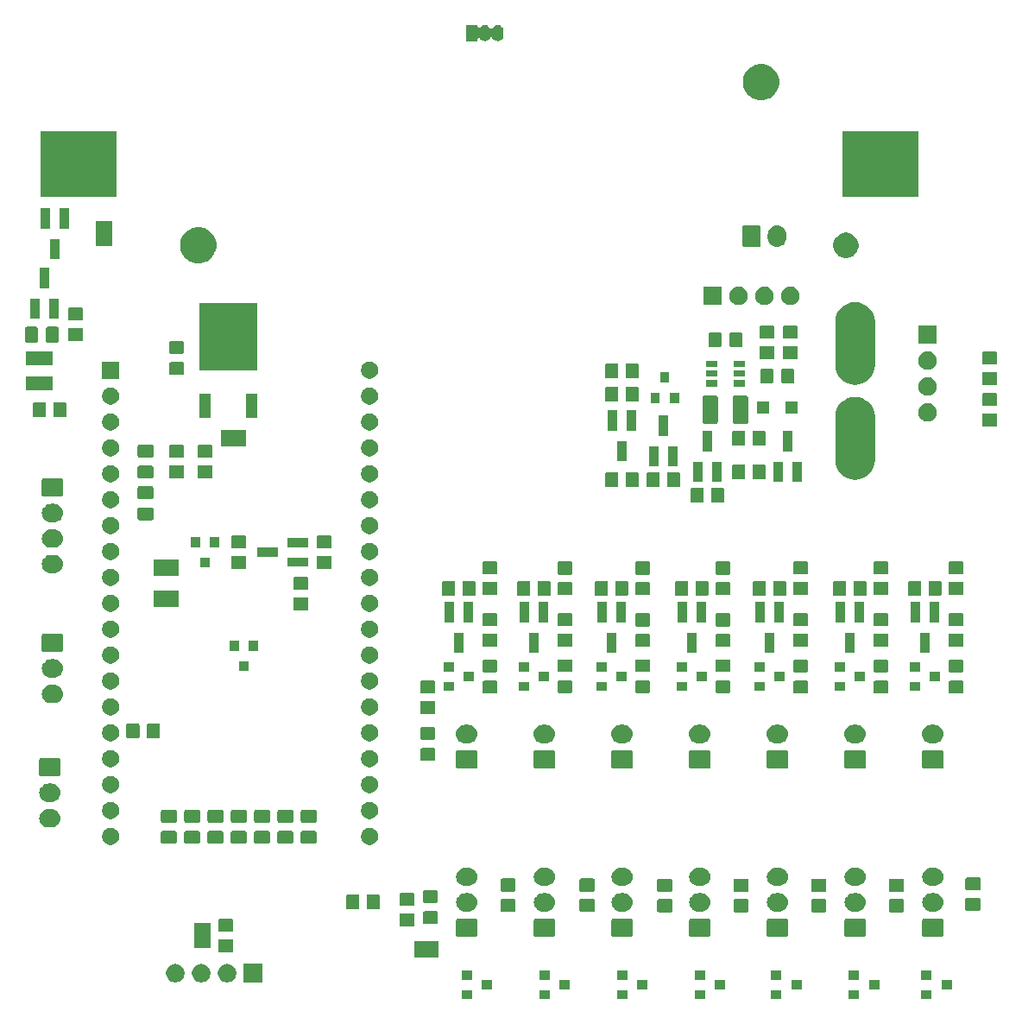
<source format=gbr>
G04 #@! TF.GenerationSoftware,KiCad,Pcbnew,(5.1.5)-3*
G04 #@! TF.CreationDate,2020-11-29T03:44:08+01:00*
G04 #@! TF.ProjectId,PlantCtrlESP32,506c616e-7443-4747-926c-45535033322e,rev?*
G04 #@! TF.SameCoordinates,Original*
G04 #@! TF.FileFunction,Soldermask,Top*
G04 #@! TF.FilePolarity,Negative*
%FSLAX46Y46*%
G04 Gerber Fmt 4.6, Leading zero omitted, Abs format (unit mm)*
G04 Created by KiCad (PCBNEW (5.1.5)-3) date 2020-11-29 03:44:08*
%MOMM*%
%LPD*%
G04 APERTURE LIST*
%ADD10C,0.100000*%
G04 APERTURE END LIST*
D10*
G36*
X260232000Y-136529000D02*
G01*
X259230000Y-136529000D01*
X259230000Y-135627000D01*
X260232000Y-135627000D01*
X260232000Y-136529000D01*
G37*
G36*
X253120000Y-136529000D02*
G01*
X252118000Y-136529000D01*
X252118000Y-135627000D01*
X253120000Y-135627000D01*
X253120000Y-136529000D01*
G37*
G36*
X245500000Y-136529000D02*
G01*
X244498000Y-136529000D01*
X244498000Y-135627000D01*
X245500000Y-135627000D01*
X245500000Y-136529000D01*
G37*
G36*
X238007000Y-136529000D02*
G01*
X237005000Y-136529000D01*
X237005000Y-135627000D01*
X238007000Y-135627000D01*
X238007000Y-136529000D01*
G37*
G36*
X222767000Y-136529000D02*
G01*
X221765000Y-136529000D01*
X221765000Y-135627000D01*
X222767000Y-135627000D01*
X222767000Y-136529000D01*
G37*
G36*
X230387000Y-136529000D02*
G01*
X229385000Y-136529000D01*
X229385000Y-135627000D01*
X230387000Y-135627000D01*
X230387000Y-136529000D01*
G37*
G36*
X215147000Y-136529000D02*
G01*
X214145000Y-136529000D01*
X214145000Y-135627000D01*
X215147000Y-135627000D01*
X215147000Y-136529000D01*
G37*
G36*
X240007000Y-135579000D02*
G01*
X239005000Y-135579000D01*
X239005000Y-134677000D01*
X240007000Y-134677000D01*
X240007000Y-135579000D01*
G37*
G36*
X247500000Y-135579000D02*
G01*
X246498000Y-135579000D01*
X246498000Y-134677000D01*
X247500000Y-134677000D01*
X247500000Y-135579000D01*
G37*
G36*
X262232000Y-135579000D02*
G01*
X261230000Y-135579000D01*
X261230000Y-134677000D01*
X262232000Y-134677000D01*
X262232000Y-135579000D01*
G37*
G36*
X255120000Y-135579000D02*
G01*
X254118000Y-135579000D01*
X254118000Y-134677000D01*
X255120000Y-134677000D01*
X255120000Y-135579000D01*
G37*
G36*
X232387000Y-135579000D02*
G01*
X231385000Y-135579000D01*
X231385000Y-134677000D01*
X232387000Y-134677000D01*
X232387000Y-135579000D01*
G37*
G36*
X224767000Y-135579000D02*
G01*
X223765000Y-135579000D01*
X223765000Y-134677000D01*
X224767000Y-134677000D01*
X224767000Y-135579000D01*
G37*
G36*
X217147000Y-135579000D02*
G01*
X216145000Y-135579000D01*
X216145000Y-134677000D01*
X217147000Y-134677000D01*
X217147000Y-135579000D01*
G37*
G36*
X188708512Y-133088927D02*
G01*
X188857812Y-133118624D01*
X189021784Y-133186544D01*
X189169354Y-133285147D01*
X189294853Y-133410646D01*
X189393456Y-133558216D01*
X189461376Y-133722188D01*
X189496000Y-133896259D01*
X189496000Y-134073741D01*
X189461376Y-134247812D01*
X189393456Y-134411784D01*
X189294853Y-134559354D01*
X189169354Y-134684853D01*
X189021784Y-134783456D01*
X188857812Y-134851376D01*
X188708512Y-134881073D01*
X188683742Y-134886000D01*
X188506258Y-134886000D01*
X188481488Y-134881073D01*
X188332188Y-134851376D01*
X188168216Y-134783456D01*
X188020646Y-134684853D01*
X187895147Y-134559354D01*
X187796544Y-134411784D01*
X187728624Y-134247812D01*
X187694000Y-134073741D01*
X187694000Y-133896259D01*
X187728624Y-133722188D01*
X187796544Y-133558216D01*
X187895147Y-133410646D01*
X188020646Y-133285147D01*
X188168216Y-133186544D01*
X188332188Y-133118624D01*
X188481488Y-133088927D01*
X188506258Y-133084000D01*
X188683742Y-133084000D01*
X188708512Y-133088927D01*
G37*
G36*
X186168512Y-133088927D02*
G01*
X186317812Y-133118624D01*
X186481784Y-133186544D01*
X186629354Y-133285147D01*
X186754853Y-133410646D01*
X186853456Y-133558216D01*
X186921376Y-133722188D01*
X186956000Y-133896259D01*
X186956000Y-134073741D01*
X186921376Y-134247812D01*
X186853456Y-134411784D01*
X186754853Y-134559354D01*
X186629354Y-134684853D01*
X186481784Y-134783456D01*
X186317812Y-134851376D01*
X186168512Y-134881073D01*
X186143742Y-134886000D01*
X185966258Y-134886000D01*
X185941488Y-134881073D01*
X185792188Y-134851376D01*
X185628216Y-134783456D01*
X185480646Y-134684853D01*
X185355147Y-134559354D01*
X185256544Y-134411784D01*
X185188624Y-134247812D01*
X185154000Y-134073741D01*
X185154000Y-133896259D01*
X185188624Y-133722188D01*
X185256544Y-133558216D01*
X185355147Y-133410646D01*
X185480646Y-133285147D01*
X185628216Y-133186544D01*
X185792188Y-133118624D01*
X185941488Y-133088927D01*
X185966258Y-133084000D01*
X186143742Y-133084000D01*
X186168512Y-133088927D01*
G37*
G36*
X191248512Y-133088927D02*
G01*
X191397812Y-133118624D01*
X191561784Y-133186544D01*
X191709354Y-133285147D01*
X191834853Y-133410646D01*
X191933456Y-133558216D01*
X192001376Y-133722188D01*
X192036000Y-133896259D01*
X192036000Y-134073741D01*
X192001376Y-134247812D01*
X191933456Y-134411784D01*
X191834853Y-134559354D01*
X191709354Y-134684853D01*
X191561784Y-134783456D01*
X191397812Y-134851376D01*
X191248512Y-134881073D01*
X191223742Y-134886000D01*
X191046258Y-134886000D01*
X191021488Y-134881073D01*
X190872188Y-134851376D01*
X190708216Y-134783456D01*
X190560646Y-134684853D01*
X190435147Y-134559354D01*
X190336544Y-134411784D01*
X190268624Y-134247812D01*
X190234000Y-134073741D01*
X190234000Y-133896259D01*
X190268624Y-133722188D01*
X190336544Y-133558216D01*
X190435147Y-133410646D01*
X190560646Y-133285147D01*
X190708216Y-133186544D01*
X190872188Y-133118624D01*
X191021488Y-133088927D01*
X191046258Y-133084000D01*
X191223742Y-133084000D01*
X191248512Y-133088927D01*
G37*
G36*
X194576000Y-134886000D02*
G01*
X192774000Y-134886000D01*
X192774000Y-133084000D01*
X194576000Y-133084000D01*
X194576000Y-134886000D01*
G37*
G36*
X222767000Y-134629000D02*
G01*
X221765000Y-134629000D01*
X221765000Y-133727000D01*
X222767000Y-133727000D01*
X222767000Y-134629000D01*
G37*
G36*
X230387000Y-134629000D02*
G01*
X229385000Y-134629000D01*
X229385000Y-133727000D01*
X230387000Y-133727000D01*
X230387000Y-134629000D01*
G37*
G36*
X245500000Y-134629000D02*
G01*
X244498000Y-134629000D01*
X244498000Y-133727000D01*
X245500000Y-133727000D01*
X245500000Y-134629000D01*
G37*
G36*
X238007000Y-134629000D02*
G01*
X237005000Y-134629000D01*
X237005000Y-133727000D01*
X238007000Y-133727000D01*
X238007000Y-134629000D01*
G37*
G36*
X253120000Y-134629000D02*
G01*
X252118000Y-134629000D01*
X252118000Y-133727000D01*
X253120000Y-133727000D01*
X253120000Y-134629000D01*
G37*
G36*
X260232000Y-134629000D02*
G01*
X259230000Y-134629000D01*
X259230000Y-133727000D01*
X260232000Y-133727000D01*
X260232000Y-134629000D01*
G37*
G36*
X215147000Y-134629000D02*
G01*
X214145000Y-134629000D01*
X214145000Y-133727000D01*
X215147000Y-133727000D01*
X215147000Y-134629000D01*
G37*
G36*
X211879000Y-132485000D02*
G01*
X209477000Y-132485000D01*
X209477000Y-130883000D01*
X211879000Y-130883000D01*
X211879000Y-132485000D01*
G37*
G36*
X191599242Y-130655404D02*
G01*
X191636337Y-130666657D01*
X191670515Y-130684925D01*
X191700481Y-130709519D01*
X191725075Y-130739485D01*
X191743343Y-130773663D01*
X191754596Y-130810758D01*
X191759000Y-130855474D01*
X191759000Y-131748526D01*
X191754596Y-131793242D01*
X191743343Y-131830337D01*
X191725075Y-131864515D01*
X191700481Y-131894481D01*
X191670515Y-131919075D01*
X191636337Y-131937343D01*
X191599242Y-131948596D01*
X191554526Y-131953000D01*
X190461474Y-131953000D01*
X190416758Y-131948596D01*
X190379663Y-131937343D01*
X190345485Y-131919075D01*
X190315519Y-131894481D01*
X190290925Y-131864515D01*
X190272657Y-131830337D01*
X190261404Y-131793242D01*
X190257000Y-131748526D01*
X190257000Y-130855474D01*
X190261404Y-130810758D01*
X190272657Y-130773663D01*
X190290925Y-130739485D01*
X190315519Y-130709519D01*
X190345485Y-130684925D01*
X190379663Y-130666657D01*
X190416758Y-130655404D01*
X190461474Y-130651000D01*
X191554526Y-130651000D01*
X191599242Y-130655404D01*
G37*
G36*
X189523000Y-131503000D02*
G01*
X187921000Y-131503000D01*
X187921000Y-129101000D01*
X189523000Y-129101000D01*
X189523000Y-131503000D01*
G37*
G36*
X238373600Y-128642989D02*
G01*
X238406652Y-128653015D01*
X238437103Y-128669292D01*
X238463799Y-128691201D01*
X238485708Y-128717897D01*
X238501985Y-128748348D01*
X238512011Y-128781400D01*
X238516000Y-128821903D01*
X238516000Y-130258097D01*
X238512011Y-130298600D01*
X238501985Y-130331652D01*
X238485708Y-130362103D01*
X238463799Y-130388799D01*
X238437103Y-130410708D01*
X238406652Y-130426985D01*
X238373600Y-130437011D01*
X238333097Y-130441000D01*
X236646903Y-130441000D01*
X236606400Y-130437011D01*
X236573348Y-130426985D01*
X236542897Y-130410708D01*
X236516201Y-130388799D01*
X236494292Y-130362103D01*
X236478015Y-130331652D01*
X236467989Y-130298600D01*
X236464000Y-130258097D01*
X236464000Y-128821903D01*
X236467989Y-128781400D01*
X236478015Y-128748348D01*
X236494292Y-128717897D01*
X236516201Y-128691201D01*
X236542897Y-128669292D01*
X236573348Y-128653015D01*
X236606400Y-128642989D01*
X236646903Y-128639000D01*
X238333097Y-128639000D01*
X238373600Y-128642989D01*
G37*
G36*
X230753600Y-128642989D02*
G01*
X230786652Y-128653015D01*
X230817103Y-128669292D01*
X230843799Y-128691201D01*
X230865708Y-128717897D01*
X230881985Y-128748348D01*
X230892011Y-128781400D01*
X230896000Y-128821903D01*
X230896000Y-130258097D01*
X230892011Y-130298600D01*
X230881985Y-130331652D01*
X230865708Y-130362103D01*
X230843799Y-130388799D01*
X230817103Y-130410708D01*
X230786652Y-130426985D01*
X230753600Y-130437011D01*
X230713097Y-130441000D01*
X229026903Y-130441000D01*
X228986400Y-130437011D01*
X228953348Y-130426985D01*
X228922897Y-130410708D01*
X228896201Y-130388799D01*
X228874292Y-130362103D01*
X228858015Y-130331652D01*
X228847989Y-130298600D01*
X228844000Y-130258097D01*
X228844000Y-128821903D01*
X228847989Y-128781400D01*
X228858015Y-128748348D01*
X228874292Y-128717897D01*
X228896201Y-128691201D01*
X228922897Y-128669292D01*
X228953348Y-128653015D01*
X228986400Y-128642989D01*
X229026903Y-128639000D01*
X230713097Y-128639000D01*
X230753600Y-128642989D01*
G37*
G36*
X223133600Y-128642989D02*
G01*
X223166652Y-128653015D01*
X223197103Y-128669292D01*
X223223799Y-128691201D01*
X223245708Y-128717897D01*
X223261985Y-128748348D01*
X223272011Y-128781400D01*
X223276000Y-128821903D01*
X223276000Y-130258097D01*
X223272011Y-130298600D01*
X223261985Y-130331652D01*
X223245708Y-130362103D01*
X223223799Y-130388799D01*
X223197103Y-130410708D01*
X223166652Y-130426985D01*
X223133600Y-130437011D01*
X223093097Y-130441000D01*
X221406903Y-130441000D01*
X221366400Y-130437011D01*
X221333348Y-130426985D01*
X221302897Y-130410708D01*
X221276201Y-130388799D01*
X221254292Y-130362103D01*
X221238015Y-130331652D01*
X221227989Y-130298600D01*
X221224000Y-130258097D01*
X221224000Y-128821903D01*
X221227989Y-128781400D01*
X221238015Y-128748348D01*
X221254292Y-128717897D01*
X221276201Y-128691201D01*
X221302897Y-128669292D01*
X221333348Y-128653015D01*
X221366400Y-128642989D01*
X221406903Y-128639000D01*
X223093097Y-128639000D01*
X223133600Y-128642989D01*
G37*
G36*
X215513600Y-128642989D02*
G01*
X215546652Y-128653015D01*
X215577103Y-128669292D01*
X215603799Y-128691201D01*
X215625708Y-128717897D01*
X215641985Y-128748348D01*
X215652011Y-128781400D01*
X215656000Y-128821903D01*
X215656000Y-130258097D01*
X215652011Y-130298600D01*
X215641985Y-130331652D01*
X215625708Y-130362103D01*
X215603799Y-130388799D01*
X215577103Y-130410708D01*
X215546652Y-130426985D01*
X215513600Y-130437011D01*
X215473097Y-130441000D01*
X213786903Y-130441000D01*
X213746400Y-130437011D01*
X213713348Y-130426985D01*
X213682897Y-130410708D01*
X213656201Y-130388799D01*
X213634292Y-130362103D01*
X213618015Y-130331652D01*
X213607989Y-130298600D01*
X213604000Y-130258097D01*
X213604000Y-128821903D01*
X213607989Y-128781400D01*
X213618015Y-128748348D01*
X213634292Y-128717897D01*
X213656201Y-128691201D01*
X213682897Y-128669292D01*
X213713348Y-128653015D01*
X213746400Y-128642989D01*
X213786903Y-128639000D01*
X215473097Y-128639000D01*
X215513600Y-128642989D01*
G37*
G36*
X245993600Y-128642989D02*
G01*
X246026652Y-128653015D01*
X246057103Y-128669292D01*
X246083799Y-128691201D01*
X246105708Y-128717897D01*
X246121985Y-128748348D01*
X246132011Y-128781400D01*
X246136000Y-128821903D01*
X246136000Y-130258097D01*
X246132011Y-130298600D01*
X246121985Y-130331652D01*
X246105708Y-130362103D01*
X246083799Y-130388799D01*
X246057103Y-130410708D01*
X246026652Y-130426985D01*
X245993600Y-130437011D01*
X245953097Y-130441000D01*
X244266903Y-130441000D01*
X244226400Y-130437011D01*
X244193348Y-130426985D01*
X244162897Y-130410708D01*
X244136201Y-130388799D01*
X244114292Y-130362103D01*
X244098015Y-130331652D01*
X244087989Y-130298600D01*
X244084000Y-130258097D01*
X244084000Y-128821903D01*
X244087989Y-128781400D01*
X244098015Y-128748348D01*
X244114292Y-128717897D01*
X244136201Y-128691201D01*
X244162897Y-128669292D01*
X244193348Y-128653015D01*
X244226400Y-128642989D01*
X244266903Y-128639000D01*
X245953097Y-128639000D01*
X245993600Y-128642989D01*
G37*
G36*
X253613600Y-128642989D02*
G01*
X253646652Y-128653015D01*
X253677103Y-128669292D01*
X253703799Y-128691201D01*
X253725708Y-128717897D01*
X253741985Y-128748348D01*
X253752011Y-128781400D01*
X253756000Y-128821903D01*
X253756000Y-130258097D01*
X253752011Y-130298600D01*
X253741985Y-130331652D01*
X253725708Y-130362103D01*
X253703799Y-130388799D01*
X253677103Y-130410708D01*
X253646652Y-130426985D01*
X253613600Y-130437011D01*
X253573097Y-130441000D01*
X251886903Y-130441000D01*
X251846400Y-130437011D01*
X251813348Y-130426985D01*
X251782897Y-130410708D01*
X251756201Y-130388799D01*
X251734292Y-130362103D01*
X251718015Y-130331652D01*
X251707989Y-130298600D01*
X251704000Y-130258097D01*
X251704000Y-128821903D01*
X251707989Y-128781400D01*
X251718015Y-128748348D01*
X251734292Y-128717897D01*
X251756201Y-128691201D01*
X251782897Y-128669292D01*
X251813348Y-128653015D01*
X251846400Y-128642989D01*
X251886903Y-128639000D01*
X253573097Y-128639000D01*
X253613600Y-128642989D01*
G37*
G36*
X261233600Y-128642989D02*
G01*
X261266652Y-128653015D01*
X261297103Y-128669292D01*
X261323799Y-128691201D01*
X261345708Y-128717897D01*
X261361985Y-128748348D01*
X261372011Y-128781400D01*
X261376000Y-128821903D01*
X261376000Y-130258097D01*
X261372011Y-130298600D01*
X261361985Y-130331652D01*
X261345708Y-130362103D01*
X261323799Y-130388799D01*
X261297103Y-130410708D01*
X261266652Y-130426985D01*
X261233600Y-130437011D01*
X261193097Y-130441000D01*
X259506903Y-130441000D01*
X259466400Y-130437011D01*
X259433348Y-130426985D01*
X259402897Y-130410708D01*
X259376201Y-130388799D01*
X259354292Y-130362103D01*
X259338015Y-130331652D01*
X259327989Y-130298600D01*
X259324000Y-130258097D01*
X259324000Y-128821903D01*
X259327989Y-128781400D01*
X259338015Y-128748348D01*
X259354292Y-128717897D01*
X259376201Y-128691201D01*
X259402897Y-128669292D01*
X259433348Y-128653015D01*
X259466400Y-128642989D01*
X259506903Y-128639000D01*
X261193097Y-128639000D01*
X261233600Y-128642989D01*
G37*
G36*
X191599242Y-128655404D02*
G01*
X191636337Y-128666657D01*
X191670515Y-128684925D01*
X191700481Y-128709519D01*
X191725075Y-128739485D01*
X191743343Y-128773663D01*
X191754596Y-128810758D01*
X191759000Y-128855474D01*
X191759000Y-129748526D01*
X191754596Y-129793242D01*
X191743343Y-129830337D01*
X191725075Y-129864515D01*
X191700481Y-129894481D01*
X191670515Y-129919075D01*
X191636337Y-129937343D01*
X191599242Y-129948596D01*
X191554526Y-129953000D01*
X190461474Y-129953000D01*
X190416758Y-129948596D01*
X190379663Y-129937343D01*
X190345485Y-129919075D01*
X190315519Y-129894481D01*
X190290925Y-129864515D01*
X190272657Y-129830337D01*
X190261404Y-129793242D01*
X190257000Y-129748526D01*
X190257000Y-128855474D01*
X190261404Y-128810758D01*
X190272657Y-128773663D01*
X190290925Y-128739485D01*
X190315519Y-128709519D01*
X190345485Y-128684925D01*
X190379663Y-128666657D01*
X190416758Y-128655404D01*
X190461474Y-128651000D01*
X191554526Y-128651000D01*
X191599242Y-128655404D01*
G37*
G36*
X209379242Y-128115404D02*
G01*
X209416337Y-128126657D01*
X209450515Y-128144925D01*
X209480481Y-128169519D01*
X209505075Y-128199485D01*
X209523343Y-128233663D01*
X209534596Y-128270758D01*
X209539000Y-128315474D01*
X209539000Y-129208526D01*
X209534596Y-129253242D01*
X209523343Y-129290337D01*
X209505075Y-129324515D01*
X209480481Y-129354481D01*
X209450515Y-129379075D01*
X209416337Y-129397343D01*
X209379242Y-129408596D01*
X209334526Y-129413000D01*
X208241474Y-129413000D01*
X208196758Y-129408596D01*
X208159663Y-129397343D01*
X208125485Y-129379075D01*
X208095519Y-129354481D01*
X208070925Y-129324515D01*
X208052657Y-129290337D01*
X208041404Y-129253242D01*
X208037000Y-129208526D01*
X208037000Y-128315474D01*
X208041404Y-128270758D01*
X208052657Y-128233663D01*
X208070925Y-128199485D01*
X208095519Y-128169519D01*
X208125485Y-128144925D01*
X208159663Y-128126657D01*
X208196758Y-128115404D01*
X208241474Y-128111000D01*
X209334526Y-128111000D01*
X209379242Y-128115404D01*
G37*
G36*
X211662674Y-127911465D02*
G01*
X211700367Y-127922899D01*
X211735103Y-127941466D01*
X211765548Y-127966452D01*
X211790534Y-127996897D01*
X211809101Y-128031633D01*
X211820535Y-128069326D01*
X211825000Y-128114661D01*
X211825000Y-128951339D01*
X211820535Y-128996674D01*
X211809101Y-129034367D01*
X211790534Y-129069103D01*
X211765548Y-129099548D01*
X211735103Y-129124534D01*
X211700367Y-129143101D01*
X211662674Y-129154535D01*
X211617339Y-129159000D01*
X210530661Y-129159000D01*
X210485326Y-129154535D01*
X210447633Y-129143101D01*
X210412897Y-129124534D01*
X210382452Y-129099548D01*
X210357466Y-129069103D01*
X210338899Y-129034367D01*
X210327465Y-128996674D01*
X210323000Y-128951339D01*
X210323000Y-128114661D01*
X210327465Y-128069326D01*
X210338899Y-128031633D01*
X210357466Y-127996897D01*
X210382452Y-127966452D01*
X210412897Y-127941466D01*
X210447633Y-127922899D01*
X210485326Y-127911465D01*
X210530661Y-127907000D01*
X211617339Y-127907000D01*
X211662674Y-127911465D01*
G37*
G36*
X234652242Y-126718404D02*
G01*
X234689337Y-126729657D01*
X234723515Y-126747925D01*
X234753481Y-126772519D01*
X234778075Y-126802485D01*
X234796343Y-126836663D01*
X234807596Y-126873758D01*
X234812000Y-126918474D01*
X234812000Y-127811526D01*
X234807596Y-127856242D01*
X234796343Y-127893337D01*
X234778075Y-127927515D01*
X234753481Y-127957481D01*
X234723515Y-127982075D01*
X234689337Y-128000343D01*
X234652242Y-128011596D01*
X234607526Y-128016000D01*
X233514474Y-128016000D01*
X233469758Y-128011596D01*
X233432663Y-128000343D01*
X233398485Y-127982075D01*
X233368519Y-127957481D01*
X233343925Y-127927515D01*
X233325657Y-127893337D01*
X233314404Y-127856242D01*
X233310000Y-127811526D01*
X233310000Y-126918474D01*
X233314404Y-126873758D01*
X233325657Y-126836663D01*
X233343925Y-126802485D01*
X233368519Y-126772519D01*
X233398485Y-126747925D01*
X233432663Y-126729657D01*
X233469758Y-126718404D01*
X233514474Y-126714000D01*
X234607526Y-126714000D01*
X234652242Y-126718404D01*
G37*
G36*
X242145242Y-126718404D02*
G01*
X242182337Y-126729657D01*
X242216515Y-126747925D01*
X242246481Y-126772519D01*
X242271075Y-126802485D01*
X242289343Y-126836663D01*
X242300596Y-126873758D01*
X242305000Y-126918474D01*
X242305000Y-127811526D01*
X242300596Y-127856242D01*
X242289343Y-127893337D01*
X242271075Y-127927515D01*
X242246481Y-127957481D01*
X242216515Y-127982075D01*
X242182337Y-128000343D01*
X242145242Y-128011596D01*
X242100526Y-128016000D01*
X241007474Y-128016000D01*
X240962758Y-128011596D01*
X240925663Y-128000343D01*
X240891485Y-127982075D01*
X240861519Y-127957481D01*
X240836925Y-127927515D01*
X240818657Y-127893337D01*
X240807404Y-127856242D01*
X240803000Y-127811526D01*
X240803000Y-126918474D01*
X240807404Y-126873758D01*
X240818657Y-126836663D01*
X240836925Y-126802485D01*
X240861519Y-126772519D01*
X240891485Y-126747925D01*
X240925663Y-126729657D01*
X240962758Y-126718404D01*
X241007474Y-126714000D01*
X242100526Y-126714000D01*
X242145242Y-126718404D01*
G37*
G36*
X249765242Y-126718404D02*
G01*
X249802337Y-126729657D01*
X249836515Y-126747925D01*
X249866481Y-126772519D01*
X249891075Y-126802485D01*
X249909343Y-126836663D01*
X249920596Y-126873758D01*
X249925000Y-126918474D01*
X249925000Y-127811526D01*
X249920596Y-127856242D01*
X249909343Y-127893337D01*
X249891075Y-127927515D01*
X249866481Y-127957481D01*
X249836515Y-127982075D01*
X249802337Y-128000343D01*
X249765242Y-128011596D01*
X249720526Y-128016000D01*
X248627474Y-128016000D01*
X248582758Y-128011596D01*
X248545663Y-128000343D01*
X248511485Y-127982075D01*
X248481519Y-127957481D01*
X248456925Y-127927515D01*
X248438657Y-127893337D01*
X248427404Y-127856242D01*
X248423000Y-127811526D01*
X248423000Y-126918474D01*
X248427404Y-126873758D01*
X248438657Y-126836663D01*
X248456925Y-126802485D01*
X248481519Y-126772519D01*
X248511485Y-126747925D01*
X248545663Y-126729657D01*
X248582758Y-126718404D01*
X248627474Y-126714000D01*
X249720526Y-126714000D01*
X249765242Y-126718404D01*
G37*
G36*
X257385242Y-126718404D02*
G01*
X257422337Y-126729657D01*
X257456515Y-126747925D01*
X257486481Y-126772519D01*
X257511075Y-126802485D01*
X257529343Y-126836663D01*
X257540596Y-126873758D01*
X257545000Y-126918474D01*
X257545000Y-127811526D01*
X257540596Y-127856242D01*
X257529343Y-127893337D01*
X257511075Y-127927515D01*
X257486481Y-127957481D01*
X257456515Y-127982075D01*
X257422337Y-128000343D01*
X257385242Y-128011596D01*
X257340526Y-128016000D01*
X256247474Y-128016000D01*
X256202758Y-128011596D01*
X256165663Y-128000343D01*
X256131485Y-127982075D01*
X256101519Y-127957481D01*
X256076925Y-127927515D01*
X256058657Y-127893337D01*
X256047404Y-127856242D01*
X256043000Y-127811526D01*
X256043000Y-126918474D01*
X256047404Y-126873758D01*
X256058657Y-126836663D01*
X256076925Y-126802485D01*
X256101519Y-126772519D01*
X256131485Y-126747925D01*
X256165663Y-126729657D01*
X256202758Y-126718404D01*
X256247474Y-126714000D01*
X257340526Y-126714000D01*
X257385242Y-126718404D01*
G37*
G36*
X227032242Y-126702404D02*
G01*
X227069337Y-126713657D01*
X227103515Y-126731925D01*
X227133481Y-126756519D01*
X227158075Y-126786485D01*
X227176343Y-126820663D01*
X227187596Y-126857758D01*
X227192000Y-126902474D01*
X227192000Y-127795526D01*
X227187596Y-127840242D01*
X227176343Y-127877337D01*
X227158075Y-127911515D01*
X227133481Y-127941481D01*
X227103515Y-127966075D01*
X227069337Y-127984343D01*
X227032242Y-127995596D01*
X226987526Y-128000000D01*
X225894474Y-128000000D01*
X225849758Y-127995596D01*
X225812663Y-127984343D01*
X225778485Y-127966075D01*
X225748519Y-127941481D01*
X225723925Y-127911515D01*
X225705657Y-127877337D01*
X225694404Y-127840242D01*
X225690000Y-127795526D01*
X225690000Y-126902474D01*
X225694404Y-126857758D01*
X225705657Y-126820663D01*
X225723925Y-126786485D01*
X225748519Y-126756519D01*
X225778485Y-126731925D01*
X225812663Y-126713657D01*
X225849758Y-126702404D01*
X225894474Y-126698000D01*
X226987526Y-126698000D01*
X227032242Y-126702404D01*
G37*
G36*
X219285242Y-126702404D02*
G01*
X219322337Y-126713657D01*
X219356515Y-126731925D01*
X219386481Y-126756519D01*
X219411075Y-126786485D01*
X219429343Y-126820663D01*
X219440596Y-126857758D01*
X219445000Y-126902474D01*
X219445000Y-127795526D01*
X219440596Y-127840242D01*
X219429343Y-127877337D01*
X219411075Y-127911515D01*
X219386481Y-127941481D01*
X219356515Y-127966075D01*
X219322337Y-127984343D01*
X219285242Y-127995596D01*
X219240526Y-128000000D01*
X218147474Y-128000000D01*
X218102758Y-127995596D01*
X218065663Y-127984343D01*
X218031485Y-127966075D01*
X218001519Y-127941481D01*
X217976925Y-127911515D01*
X217958657Y-127877337D01*
X217947404Y-127840242D01*
X217943000Y-127795526D01*
X217943000Y-126902474D01*
X217947404Y-126857758D01*
X217958657Y-126820663D01*
X217976925Y-126786485D01*
X218001519Y-126756519D01*
X218031485Y-126731925D01*
X218065663Y-126713657D01*
X218102758Y-126702404D01*
X218147474Y-126698000D01*
X219240526Y-126698000D01*
X219285242Y-126702404D01*
G37*
G36*
X214865442Y-126145518D02*
G01*
X214931627Y-126152037D01*
X215101466Y-126203557D01*
X215257991Y-126287222D01*
X215282723Y-126307519D01*
X215395186Y-126399814D01*
X215478448Y-126501271D01*
X215507778Y-126537009D01*
X215591443Y-126693534D01*
X215642963Y-126863373D01*
X215660359Y-127040000D01*
X215642963Y-127216627D01*
X215591443Y-127386466D01*
X215507778Y-127542991D01*
X215478448Y-127578729D01*
X215395186Y-127680186D01*
X215293729Y-127763448D01*
X215257991Y-127792778D01*
X215101466Y-127876443D01*
X214931627Y-127927963D01*
X214865443Y-127934481D01*
X214799260Y-127941000D01*
X214460740Y-127941000D01*
X214394557Y-127934481D01*
X214328373Y-127927963D01*
X214158534Y-127876443D01*
X214002009Y-127792778D01*
X213966271Y-127763448D01*
X213864814Y-127680186D01*
X213781552Y-127578729D01*
X213752222Y-127542991D01*
X213668557Y-127386466D01*
X213617037Y-127216627D01*
X213599641Y-127040000D01*
X213617037Y-126863373D01*
X213668557Y-126693534D01*
X213752222Y-126537009D01*
X213781552Y-126501271D01*
X213864814Y-126399814D01*
X213977277Y-126307519D01*
X214002009Y-126287222D01*
X214158534Y-126203557D01*
X214328373Y-126152037D01*
X214394558Y-126145518D01*
X214460740Y-126139000D01*
X214799260Y-126139000D01*
X214865442Y-126145518D01*
G37*
G36*
X222485442Y-126145518D02*
G01*
X222551627Y-126152037D01*
X222721466Y-126203557D01*
X222877991Y-126287222D01*
X222902723Y-126307519D01*
X223015186Y-126399814D01*
X223098448Y-126501271D01*
X223127778Y-126537009D01*
X223211443Y-126693534D01*
X223262963Y-126863373D01*
X223280359Y-127040000D01*
X223262963Y-127216627D01*
X223211443Y-127386466D01*
X223127778Y-127542991D01*
X223098448Y-127578729D01*
X223015186Y-127680186D01*
X222913729Y-127763448D01*
X222877991Y-127792778D01*
X222721466Y-127876443D01*
X222551627Y-127927963D01*
X222485443Y-127934481D01*
X222419260Y-127941000D01*
X222080740Y-127941000D01*
X222014557Y-127934481D01*
X221948373Y-127927963D01*
X221778534Y-127876443D01*
X221622009Y-127792778D01*
X221586271Y-127763448D01*
X221484814Y-127680186D01*
X221401552Y-127578729D01*
X221372222Y-127542991D01*
X221288557Y-127386466D01*
X221237037Y-127216627D01*
X221219641Y-127040000D01*
X221237037Y-126863373D01*
X221288557Y-126693534D01*
X221372222Y-126537009D01*
X221401552Y-126501271D01*
X221484814Y-126399814D01*
X221597277Y-126307519D01*
X221622009Y-126287222D01*
X221778534Y-126203557D01*
X221948373Y-126152037D01*
X222014558Y-126145518D01*
X222080740Y-126139000D01*
X222419260Y-126139000D01*
X222485442Y-126145518D01*
G37*
G36*
X230105442Y-126145518D02*
G01*
X230171627Y-126152037D01*
X230341466Y-126203557D01*
X230497991Y-126287222D01*
X230522723Y-126307519D01*
X230635186Y-126399814D01*
X230718448Y-126501271D01*
X230747778Y-126537009D01*
X230831443Y-126693534D01*
X230882963Y-126863373D01*
X230900359Y-127040000D01*
X230882963Y-127216627D01*
X230831443Y-127386466D01*
X230747778Y-127542991D01*
X230718448Y-127578729D01*
X230635186Y-127680186D01*
X230533729Y-127763448D01*
X230497991Y-127792778D01*
X230341466Y-127876443D01*
X230171627Y-127927963D01*
X230105443Y-127934481D01*
X230039260Y-127941000D01*
X229700740Y-127941000D01*
X229634557Y-127934481D01*
X229568373Y-127927963D01*
X229398534Y-127876443D01*
X229242009Y-127792778D01*
X229206271Y-127763448D01*
X229104814Y-127680186D01*
X229021552Y-127578729D01*
X228992222Y-127542991D01*
X228908557Y-127386466D01*
X228857037Y-127216627D01*
X228839641Y-127040000D01*
X228857037Y-126863373D01*
X228908557Y-126693534D01*
X228992222Y-126537009D01*
X229021552Y-126501271D01*
X229104814Y-126399814D01*
X229217277Y-126307519D01*
X229242009Y-126287222D01*
X229398534Y-126203557D01*
X229568373Y-126152037D01*
X229634558Y-126145518D01*
X229700740Y-126139000D01*
X230039260Y-126139000D01*
X230105442Y-126145518D01*
G37*
G36*
X252965442Y-126145518D02*
G01*
X253031627Y-126152037D01*
X253201466Y-126203557D01*
X253357991Y-126287222D01*
X253382723Y-126307519D01*
X253495186Y-126399814D01*
X253578448Y-126501271D01*
X253607778Y-126537009D01*
X253691443Y-126693534D01*
X253742963Y-126863373D01*
X253760359Y-127040000D01*
X253742963Y-127216627D01*
X253691443Y-127386466D01*
X253607778Y-127542991D01*
X253578448Y-127578729D01*
X253495186Y-127680186D01*
X253393729Y-127763448D01*
X253357991Y-127792778D01*
X253201466Y-127876443D01*
X253031627Y-127927963D01*
X252965443Y-127934481D01*
X252899260Y-127941000D01*
X252560740Y-127941000D01*
X252494557Y-127934481D01*
X252428373Y-127927963D01*
X252258534Y-127876443D01*
X252102009Y-127792778D01*
X252066271Y-127763448D01*
X251964814Y-127680186D01*
X251881552Y-127578729D01*
X251852222Y-127542991D01*
X251768557Y-127386466D01*
X251717037Y-127216627D01*
X251699641Y-127040000D01*
X251717037Y-126863373D01*
X251768557Y-126693534D01*
X251852222Y-126537009D01*
X251881552Y-126501271D01*
X251964814Y-126399814D01*
X252077277Y-126307519D01*
X252102009Y-126287222D01*
X252258534Y-126203557D01*
X252428373Y-126152037D01*
X252494558Y-126145518D01*
X252560740Y-126139000D01*
X252899260Y-126139000D01*
X252965442Y-126145518D01*
G37*
G36*
X260585442Y-126145518D02*
G01*
X260651627Y-126152037D01*
X260821466Y-126203557D01*
X260977991Y-126287222D01*
X261002723Y-126307519D01*
X261115186Y-126399814D01*
X261198448Y-126501271D01*
X261227778Y-126537009D01*
X261311443Y-126693534D01*
X261362963Y-126863373D01*
X261380359Y-127040000D01*
X261362963Y-127216627D01*
X261311443Y-127386466D01*
X261227778Y-127542991D01*
X261198448Y-127578729D01*
X261115186Y-127680186D01*
X261013729Y-127763448D01*
X260977991Y-127792778D01*
X260821466Y-127876443D01*
X260651627Y-127927963D01*
X260585443Y-127934481D01*
X260519260Y-127941000D01*
X260180740Y-127941000D01*
X260114557Y-127934481D01*
X260048373Y-127927963D01*
X259878534Y-127876443D01*
X259722009Y-127792778D01*
X259686271Y-127763448D01*
X259584814Y-127680186D01*
X259501552Y-127578729D01*
X259472222Y-127542991D01*
X259388557Y-127386466D01*
X259337037Y-127216627D01*
X259319641Y-127040000D01*
X259337037Y-126863373D01*
X259388557Y-126693534D01*
X259472222Y-126537009D01*
X259501552Y-126501271D01*
X259584814Y-126399814D01*
X259697277Y-126307519D01*
X259722009Y-126287222D01*
X259878534Y-126203557D01*
X260048373Y-126152037D01*
X260114558Y-126145518D01*
X260180740Y-126139000D01*
X260519260Y-126139000D01*
X260585442Y-126145518D01*
G37*
G36*
X237725442Y-126145518D02*
G01*
X237791627Y-126152037D01*
X237961466Y-126203557D01*
X238117991Y-126287222D01*
X238142723Y-126307519D01*
X238255186Y-126399814D01*
X238338448Y-126501271D01*
X238367778Y-126537009D01*
X238451443Y-126693534D01*
X238502963Y-126863373D01*
X238520359Y-127040000D01*
X238502963Y-127216627D01*
X238451443Y-127386466D01*
X238367778Y-127542991D01*
X238338448Y-127578729D01*
X238255186Y-127680186D01*
X238153729Y-127763448D01*
X238117991Y-127792778D01*
X237961466Y-127876443D01*
X237791627Y-127927963D01*
X237725443Y-127934481D01*
X237659260Y-127941000D01*
X237320740Y-127941000D01*
X237254557Y-127934481D01*
X237188373Y-127927963D01*
X237018534Y-127876443D01*
X236862009Y-127792778D01*
X236826271Y-127763448D01*
X236724814Y-127680186D01*
X236641552Y-127578729D01*
X236612222Y-127542991D01*
X236528557Y-127386466D01*
X236477037Y-127216627D01*
X236459641Y-127040000D01*
X236477037Y-126863373D01*
X236528557Y-126693534D01*
X236612222Y-126537009D01*
X236641552Y-126501271D01*
X236724814Y-126399814D01*
X236837277Y-126307519D01*
X236862009Y-126287222D01*
X237018534Y-126203557D01*
X237188373Y-126152037D01*
X237254558Y-126145518D01*
X237320740Y-126139000D01*
X237659260Y-126139000D01*
X237725442Y-126145518D01*
G37*
G36*
X245345442Y-126145518D02*
G01*
X245411627Y-126152037D01*
X245581466Y-126203557D01*
X245737991Y-126287222D01*
X245762723Y-126307519D01*
X245875186Y-126399814D01*
X245958448Y-126501271D01*
X245987778Y-126537009D01*
X246071443Y-126693534D01*
X246122963Y-126863373D01*
X246140359Y-127040000D01*
X246122963Y-127216627D01*
X246071443Y-127386466D01*
X245987778Y-127542991D01*
X245958448Y-127578729D01*
X245875186Y-127680186D01*
X245773729Y-127763448D01*
X245737991Y-127792778D01*
X245581466Y-127876443D01*
X245411627Y-127927963D01*
X245345443Y-127934481D01*
X245279260Y-127941000D01*
X244940740Y-127941000D01*
X244874557Y-127934481D01*
X244808373Y-127927963D01*
X244638534Y-127876443D01*
X244482009Y-127792778D01*
X244446271Y-127763448D01*
X244344814Y-127680186D01*
X244261552Y-127578729D01*
X244232222Y-127542991D01*
X244148557Y-127386466D01*
X244097037Y-127216627D01*
X244079641Y-127040000D01*
X244097037Y-126863373D01*
X244148557Y-126693534D01*
X244232222Y-126537009D01*
X244261552Y-126501271D01*
X244344814Y-126399814D01*
X244457277Y-126307519D01*
X244482009Y-126287222D01*
X244638534Y-126203557D01*
X244808373Y-126152037D01*
X244874558Y-126145518D01*
X244940740Y-126139000D01*
X245279260Y-126139000D01*
X245345442Y-126145518D01*
G37*
G36*
X264878242Y-126591404D02*
G01*
X264915337Y-126602657D01*
X264949515Y-126620925D01*
X264979481Y-126645519D01*
X265004075Y-126675485D01*
X265022343Y-126709663D01*
X265033596Y-126746758D01*
X265038000Y-126791474D01*
X265038000Y-127684526D01*
X265033596Y-127729242D01*
X265022343Y-127766337D01*
X265004075Y-127800515D01*
X264979481Y-127830481D01*
X264949515Y-127855075D01*
X264915337Y-127873343D01*
X264878242Y-127884596D01*
X264833526Y-127889000D01*
X263740474Y-127889000D01*
X263695758Y-127884596D01*
X263658663Y-127873343D01*
X263624485Y-127855075D01*
X263594519Y-127830481D01*
X263569925Y-127800515D01*
X263551657Y-127766337D01*
X263540404Y-127729242D01*
X263536000Y-127684526D01*
X263536000Y-126791474D01*
X263540404Y-126746758D01*
X263551657Y-126709663D01*
X263569925Y-126675485D01*
X263594519Y-126645519D01*
X263624485Y-126620925D01*
X263658663Y-126602657D01*
X263695758Y-126591404D01*
X263740474Y-126587000D01*
X264833526Y-126587000D01*
X264878242Y-126591404D01*
G37*
G36*
X203961242Y-126253404D02*
G01*
X203998337Y-126264657D01*
X204032515Y-126282925D01*
X204062481Y-126307519D01*
X204087075Y-126337485D01*
X204105343Y-126371663D01*
X204116596Y-126408758D01*
X204121000Y-126453474D01*
X204121000Y-127546526D01*
X204116596Y-127591242D01*
X204105343Y-127628337D01*
X204087075Y-127662515D01*
X204062481Y-127692481D01*
X204032515Y-127717075D01*
X203998337Y-127735343D01*
X203961242Y-127746596D01*
X203916526Y-127751000D01*
X203023474Y-127751000D01*
X202978758Y-127746596D01*
X202941663Y-127735343D01*
X202907485Y-127717075D01*
X202877519Y-127692481D01*
X202852925Y-127662515D01*
X202834657Y-127628337D01*
X202823404Y-127591242D01*
X202819000Y-127546526D01*
X202819000Y-126453474D01*
X202823404Y-126408758D01*
X202834657Y-126371663D01*
X202852925Y-126337485D01*
X202877519Y-126307519D01*
X202907485Y-126282925D01*
X202941663Y-126264657D01*
X202978758Y-126253404D01*
X203023474Y-126249000D01*
X203916526Y-126249000D01*
X203961242Y-126253404D01*
G37*
G36*
X205961242Y-126253404D02*
G01*
X205998337Y-126264657D01*
X206032515Y-126282925D01*
X206062481Y-126307519D01*
X206087075Y-126337485D01*
X206105343Y-126371663D01*
X206116596Y-126408758D01*
X206121000Y-126453474D01*
X206121000Y-127546526D01*
X206116596Y-127591242D01*
X206105343Y-127628337D01*
X206087075Y-127662515D01*
X206062481Y-127692481D01*
X206032515Y-127717075D01*
X205998337Y-127735343D01*
X205961242Y-127746596D01*
X205916526Y-127751000D01*
X205023474Y-127751000D01*
X204978758Y-127746596D01*
X204941663Y-127735343D01*
X204907485Y-127717075D01*
X204877519Y-127692481D01*
X204852925Y-127662515D01*
X204834657Y-127628337D01*
X204823404Y-127591242D01*
X204819000Y-127546526D01*
X204819000Y-126453474D01*
X204823404Y-126408758D01*
X204834657Y-126371663D01*
X204852925Y-126337485D01*
X204877519Y-126307519D01*
X204907485Y-126282925D01*
X204941663Y-126264657D01*
X204978758Y-126253404D01*
X205023474Y-126249000D01*
X205916526Y-126249000D01*
X205961242Y-126253404D01*
G37*
G36*
X209379242Y-126115404D02*
G01*
X209416337Y-126126657D01*
X209450515Y-126144925D01*
X209480481Y-126169519D01*
X209505075Y-126199485D01*
X209523343Y-126233663D01*
X209534596Y-126270758D01*
X209539000Y-126315474D01*
X209539000Y-127208526D01*
X209534596Y-127253242D01*
X209523343Y-127290337D01*
X209505075Y-127324515D01*
X209480481Y-127354481D01*
X209450515Y-127379075D01*
X209416337Y-127397343D01*
X209379242Y-127408596D01*
X209334526Y-127413000D01*
X208241474Y-127413000D01*
X208196758Y-127408596D01*
X208159663Y-127397343D01*
X208125485Y-127379075D01*
X208095519Y-127354481D01*
X208070925Y-127324515D01*
X208052657Y-127290337D01*
X208041404Y-127253242D01*
X208037000Y-127208526D01*
X208037000Y-126315474D01*
X208041404Y-126270758D01*
X208052657Y-126233663D01*
X208070925Y-126199485D01*
X208095519Y-126169519D01*
X208125485Y-126144925D01*
X208159663Y-126126657D01*
X208196758Y-126115404D01*
X208241474Y-126111000D01*
X209334526Y-126111000D01*
X209379242Y-126115404D01*
G37*
G36*
X211662674Y-125861465D02*
G01*
X211700367Y-125872899D01*
X211735103Y-125891466D01*
X211765548Y-125916452D01*
X211790534Y-125946897D01*
X211809101Y-125981633D01*
X211820535Y-126019326D01*
X211825000Y-126064661D01*
X211825000Y-126901339D01*
X211820535Y-126946674D01*
X211809101Y-126984367D01*
X211790534Y-127019103D01*
X211765548Y-127049548D01*
X211735103Y-127074534D01*
X211700367Y-127093101D01*
X211662674Y-127104535D01*
X211617339Y-127109000D01*
X210530661Y-127109000D01*
X210485326Y-127104535D01*
X210447633Y-127093101D01*
X210412897Y-127074534D01*
X210382452Y-127049548D01*
X210357466Y-127019103D01*
X210338899Y-126984367D01*
X210327465Y-126946674D01*
X210323000Y-126901339D01*
X210323000Y-126064661D01*
X210327465Y-126019326D01*
X210338899Y-125981633D01*
X210357466Y-125946897D01*
X210382452Y-125916452D01*
X210412897Y-125891466D01*
X210447633Y-125872899D01*
X210485326Y-125861465D01*
X210530661Y-125857000D01*
X211617339Y-125857000D01*
X211662674Y-125861465D01*
G37*
G36*
X234652242Y-124718404D02*
G01*
X234689337Y-124729657D01*
X234723515Y-124747925D01*
X234753481Y-124772519D01*
X234778075Y-124802485D01*
X234796343Y-124836663D01*
X234807596Y-124873758D01*
X234812000Y-124918474D01*
X234812000Y-125811526D01*
X234807596Y-125856242D01*
X234796343Y-125893337D01*
X234778075Y-125927515D01*
X234753481Y-125957481D01*
X234723515Y-125982075D01*
X234689337Y-126000343D01*
X234652242Y-126011596D01*
X234607526Y-126016000D01*
X233514474Y-126016000D01*
X233469758Y-126011596D01*
X233432663Y-126000343D01*
X233398485Y-125982075D01*
X233368519Y-125957481D01*
X233343925Y-125927515D01*
X233325657Y-125893337D01*
X233314404Y-125856242D01*
X233310000Y-125811526D01*
X233310000Y-124918474D01*
X233314404Y-124873758D01*
X233325657Y-124836663D01*
X233343925Y-124802485D01*
X233368519Y-124772519D01*
X233398485Y-124747925D01*
X233432663Y-124729657D01*
X233469758Y-124718404D01*
X233514474Y-124714000D01*
X234607526Y-124714000D01*
X234652242Y-124718404D01*
G37*
G36*
X257385242Y-124718404D02*
G01*
X257422337Y-124729657D01*
X257456515Y-124747925D01*
X257486481Y-124772519D01*
X257511075Y-124802485D01*
X257529343Y-124836663D01*
X257540596Y-124873758D01*
X257545000Y-124918474D01*
X257545000Y-125811526D01*
X257540596Y-125856242D01*
X257529343Y-125893337D01*
X257511075Y-125927515D01*
X257486481Y-125957481D01*
X257456515Y-125982075D01*
X257422337Y-126000343D01*
X257385242Y-126011596D01*
X257340526Y-126016000D01*
X256247474Y-126016000D01*
X256202758Y-126011596D01*
X256165663Y-126000343D01*
X256131485Y-125982075D01*
X256101519Y-125957481D01*
X256076925Y-125927515D01*
X256058657Y-125893337D01*
X256047404Y-125856242D01*
X256043000Y-125811526D01*
X256043000Y-124918474D01*
X256047404Y-124873758D01*
X256058657Y-124836663D01*
X256076925Y-124802485D01*
X256101519Y-124772519D01*
X256131485Y-124747925D01*
X256165663Y-124729657D01*
X256202758Y-124718404D01*
X256247474Y-124714000D01*
X257340526Y-124714000D01*
X257385242Y-124718404D01*
G37*
G36*
X249765242Y-124718404D02*
G01*
X249802337Y-124729657D01*
X249836515Y-124747925D01*
X249866481Y-124772519D01*
X249891075Y-124802485D01*
X249909343Y-124836663D01*
X249920596Y-124873758D01*
X249925000Y-124918474D01*
X249925000Y-125811526D01*
X249920596Y-125856242D01*
X249909343Y-125893337D01*
X249891075Y-125927515D01*
X249866481Y-125957481D01*
X249836515Y-125982075D01*
X249802337Y-126000343D01*
X249765242Y-126011596D01*
X249720526Y-126016000D01*
X248627474Y-126016000D01*
X248582758Y-126011596D01*
X248545663Y-126000343D01*
X248511485Y-125982075D01*
X248481519Y-125957481D01*
X248456925Y-125927515D01*
X248438657Y-125893337D01*
X248427404Y-125856242D01*
X248423000Y-125811526D01*
X248423000Y-124918474D01*
X248427404Y-124873758D01*
X248438657Y-124836663D01*
X248456925Y-124802485D01*
X248481519Y-124772519D01*
X248511485Y-124747925D01*
X248545663Y-124729657D01*
X248582758Y-124718404D01*
X248627474Y-124714000D01*
X249720526Y-124714000D01*
X249765242Y-124718404D01*
G37*
G36*
X242145242Y-124718404D02*
G01*
X242182337Y-124729657D01*
X242216515Y-124747925D01*
X242246481Y-124772519D01*
X242271075Y-124802485D01*
X242289343Y-124836663D01*
X242300596Y-124873758D01*
X242305000Y-124918474D01*
X242305000Y-125811526D01*
X242300596Y-125856242D01*
X242289343Y-125893337D01*
X242271075Y-125927515D01*
X242246481Y-125957481D01*
X242216515Y-125982075D01*
X242182337Y-126000343D01*
X242145242Y-126011596D01*
X242100526Y-126016000D01*
X241007474Y-126016000D01*
X240962758Y-126011596D01*
X240925663Y-126000343D01*
X240891485Y-125982075D01*
X240861519Y-125957481D01*
X240836925Y-125927515D01*
X240818657Y-125893337D01*
X240807404Y-125856242D01*
X240803000Y-125811526D01*
X240803000Y-124918474D01*
X240807404Y-124873758D01*
X240818657Y-124836663D01*
X240836925Y-124802485D01*
X240861519Y-124772519D01*
X240891485Y-124747925D01*
X240925663Y-124729657D01*
X240962758Y-124718404D01*
X241007474Y-124714000D01*
X242100526Y-124714000D01*
X242145242Y-124718404D01*
G37*
G36*
X227032242Y-124702404D02*
G01*
X227069337Y-124713657D01*
X227103515Y-124731925D01*
X227133481Y-124756519D01*
X227158075Y-124786485D01*
X227176343Y-124820663D01*
X227187596Y-124857758D01*
X227192000Y-124902474D01*
X227192000Y-125795526D01*
X227187596Y-125840242D01*
X227176343Y-125877337D01*
X227158075Y-125911515D01*
X227133481Y-125941481D01*
X227103515Y-125966075D01*
X227069337Y-125984343D01*
X227032242Y-125995596D01*
X226987526Y-126000000D01*
X225894474Y-126000000D01*
X225849758Y-125995596D01*
X225812663Y-125984343D01*
X225778485Y-125966075D01*
X225748519Y-125941481D01*
X225723925Y-125911515D01*
X225705657Y-125877337D01*
X225694404Y-125840242D01*
X225690000Y-125795526D01*
X225690000Y-124902474D01*
X225694404Y-124857758D01*
X225705657Y-124820663D01*
X225723925Y-124786485D01*
X225748519Y-124756519D01*
X225778485Y-124731925D01*
X225812663Y-124713657D01*
X225849758Y-124702404D01*
X225894474Y-124698000D01*
X226987526Y-124698000D01*
X227032242Y-124702404D01*
G37*
G36*
X219285242Y-124702404D02*
G01*
X219322337Y-124713657D01*
X219356515Y-124731925D01*
X219386481Y-124756519D01*
X219411075Y-124786485D01*
X219429343Y-124820663D01*
X219440596Y-124857758D01*
X219445000Y-124902474D01*
X219445000Y-125795526D01*
X219440596Y-125840242D01*
X219429343Y-125877337D01*
X219411075Y-125911515D01*
X219386481Y-125941481D01*
X219356515Y-125966075D01*
X219322337Y-125984343D01*
X219285242Y-125995596D01*
X219240526Y-126000000D01*
X218147474Y-126000000D01*
X218102758Y-125995596D01*
X218065663Y-125984343D01*
X218031485Y-125966075D01*
X218001519Y-125941481D01*
X217976925Y-125911515D01*
X217958657Y-125877337D01*
X217947404Y-125840242D01*
X217943000Y-125795526D01*
X217943000Y-124902474D01*
X217947404Y-124857758D01*
X217958657Y-124820663D01*
X217976925Y-124786485D01*
X218001519Y-124756519D01*
X218031485Y-124731925D01*
X218065663Y-124713657D01*
X218102758Y-124702404D01*
X218147474Y-124698000D01*
X219240526Y-124698000D01*
X219285242Y-124702404D01*
G37*
G36*
X264878242Y-124591404D02*
G01*
X264915337Y-124602657D01*
X264949515Y-124620925D01*
X264979481Y-124645519D01*
X265004075Y-124675485D01*
X265022343Y-124709663D01*
X265033596Y-124746758D01*
X265038000Y-124791474D01*
X265038000Y-125684526D01*
X265033596Y-125729242D01*
X265022343Y-125766337D01*
X265004075Y-125800515D01*
X264979481Y-125830481D01*
X264949515Y-125855075D01*
X264915337Y-125873343D01*
X264878242Y-125884596D01*
X264833526Y-125889000D01*
X263740474Y-125889000D01*
X263695758Y-125884596D01*
X263658663Y-125873343D01*
X263624485Y-125855075D01*
X263594519Y-125830481D01*
X263569925Y-125800515D01*
X263551657Y-125766337D01*
X263540404Y-125729242D01*
X263536000Y-125684526D01*
X263536000Y-124791474D01*
X263540404Y-124746758D01*
X263551657Y-124709663D01*
X263569925Y-124675485D01*
X263594519Y-124645519D01*
X263624485Y-124620925D01*
X263658663Y-124602657D01*
X263695758Y-124591404D01*
X263740474Y-124587000D01*
X264833526Y-124587000D01*
X264878242Y-124591404D01*
G37*
G36*
X237725443Y-123645519D02*
G01*
X237791627Y-123652037D01*
X237961466Y-123703557D01*
X238117991Y-123787222D01*
X238153729Y-123816552D01*
X238255186Y-123899814D01*
X238338448Y-124001271D01*
X238367778Y-124037009D01*
X238451443Y-124193534D01*
X238502963Y-124363373D01*
X238520359Y-124540000D01*
X238502963Y-124716627D01*
X238457819Y-124865447D01*
X238451442Y-124886468D01*
X238435480Y-124916331D01*
X238367778Y-125042991D01*
X238338448Y-125078729D01*
X238255186Y-125180186D01*
X238153729Y-125263448D01*
X238117991Y-125292778D01*
X237961466Y-125376443D01*
X237791627Y-125427963D01*
X237725442Y-125434482D01*
X237659260Y-125441000D01*
X237320740Y-125441000D01*
X237254558Y-125434482D01*
X237188373Y-125427963D01*
X237018534Y-125376443D01*
X236862009Y-125292778D01*
X236826271Y-125263448D01*
X236724814Y-125180186D01*
X236641552Y-125078729D01*
X236612222Y-125042991D01*
X236544520Y-124916331D01*
X236528558Y-124886468D01*
X236522181Y-124865447D01*
X236477037Y-124716627D01*
X236459641Y-124540000D01*
X236477037Y-124363373D01*
X236528557Y-124193534D01*
X236612222Y-124037009D01*
X236641552Y-124001271D01*
X236724814Y-123899814D01*
X236826271Y-123816552D01*
X236862009Y-123787222D01*
X237018534Y-123703557D01*
X237188373Y-123652037D01*
X237254557Y-123645519D01*
X237320740Y-123639000D01*
X237659260Y-123639000D01*
X237725443Y-123645519D01*
G37*
G36*
X245345443Y-123645519D02*
G01*
X245411627Y-123652037D01*
X245581466Y-123703557D01*
X245737991Y-123787222D01*
X245773729Y-123816552D01*
X245875186Y-123899814D01*
X245958448Y-124001271D01*
X245987778Y-124037009D01*
X246071443Y-124193534D01*
X246122963Y-124363373D01*
X246140359Y-124540000D01*
X246122963Y-124716627D01*
X246077819Y-124865447D01*
X246071442Y-124886468D01*
X246055480Y-124916331D01*
X245987778Y-125042991D01*
X245958448Y-125078729D01*
X245875186Y-125180186D01*
X245773729Y-125263448D01*
X245737991Y-125292778D01*
X245581466Y-125376443D01*
X245411627Y-125427963D01*
X245345442Y-125434482D01*
X245279260Y-125441000D01*
X244940740Y-125441000D01*
X244874558Y-125434482D01*
X244808373Y-125427963D01*
X244638534Y-125376443D01*
X244482009Y-125292778D01*
X244446271Y-125263448D01*
X244344814Y-125180186D01*
X244261552Y-125078729D01*
X244232222Y-125042991D01*
X244164520Y-124916331D01*
X244148558Y-124886468D01*
X244142181Y-124865447D01*
X244097037Y-124716627D01*
X244079641Y-124540000D01*
X244097037Y-124363373D01*
X244148557Y-124193534D01*
X244232222Y-124037009D01*
X244261552Y-124001271D01*
X244344814Y-123899814D01*
X244446271Y-123816552D01*
X244482009Y-123787222D01*
X244638534Y-123703557D01*
X244808373Y-123652037D01*
X244874557Y-123645519D01*
X244940740Y-123639000D01*
X245279260Y-123639000D01*
X245345443Y-123645519D01*
G37*
G36*
X222485443Y-123645519D02*
G01*
X222551627Y-123652037D01*
X222721466Y-123703557D01*
X222877991Y-123787222D01*
X222913729Y-123816552D01*
X223015186Y-123899814D01*
X223098448Y-124001271D01*
X223127778Y-124037009D01*
X223211443Y-124193534D01*
X223262963Y-124363373D01*
X223280359Y-124540000D01*
X223262963Y-124716627D01*
X223217819Y-124865447D01*
X223211442Y-124886468D01*
X223195480Y-124916331D01*
X223127778Y-125042991D01*
X223098448Y-125078729D01*
X223015186Y-125180186D01*
X222913729Y-125263448D01*
X222877991Y-125292778D01*
X222721466Y-125376443D01*
X222551627Y-125427963D01*
X222485442Y-125434482D01*
X222419260Y-125441000D01*
X222080740Y-125441000D01*
X222014558Y-125434482D01*
X221948373Y-125427963D01*
X221778534Y-125376443D01*
X221622009Y-125292778D01*
X221586271Y-125263448D01*
X221484814Y-125180186D01*
X221401552Y-125078729D01*
X221372222Y-125042991D01*
X221304520Y-124916331D01*
X221288558Y-124886468D01*
X221282181Y-124865447D01*
X221237037Y-124716627D01*
X221219641Y-124540000D01*
X221237037Y-124363373D01*
X221288557Y-124193534D01*
X221372222Y-124037009D01*
X221401552Y-124001271D01*
X221484814Y-123899814D01*
X221586271Y-123816552D01*
X221622009Y-123787222D01*
X221778534Y-123703557D01*
X221948373Y-123652037D01*
X222014557Y-123645519D01*
X222080740Y-123639000D01*
X222419260Y-123639000D01*
X222485443Y-123645519D01*
G37*
G36*
X214865443Y-123645519D02*
G01*
X214931627Y-123652037D01*
X215101466Y-123703557D01*
X215257991Y-123787222D01*
X215293729Y-123816552D01*
X215395186Y-123899814D01*
X215478448Y-124001271D01*
X215507778Y-124037009D01*
X215591443Y-124193534D01*
X215642963Y-124363373D01*
X215660359Y-124540000D01*
X215642963Y-124716627D01*
X215597819Y-124865447D01*
X215591442Y-124886468D01*
X215575480Y-124916331D01*
X215507778Y-125042991D01*
X215478448Y-125078729D01*
X215395186Y-125180186D01*
X215293729Y-125263448D01*
X215257991Y-125292778D01*
X215101466Y-125376443D01*
X214931627Y-125427963D01*
X214865442Y-125434482D01*
X214799260Y-125441000D01*
X214460740Y-125441000D01*
X214394558Y-125434482D01*
X214328373Y-125427963D01*
X214158534Y-125376443D01*
X214002009Y-125292778D01*
X213966271Y-125263448D01*
X213864814Y-125180186D01*
X213781552Y-125078729D01*
X213752222Y-125042991D01*
X213684520Y-124916331D01*
X213668558Y-124886468D01*
X213662181Y-124865447D01*
X213617037Y-124716627D01*
X213599641Y-124540000D01*
X213617037Y-124363373D01*
X213668557Y-124193534D01*
X213752222Y-124037009D01*
X213781552Y-124001271D01*
X213864814Y-123899814D01*
X213966271Y-123816552D01*
X214002009Y-123787222D01*
X214158534Y-123703557D01*
X214328373Y-123652037D01*
X214394557Y-123645519D01*
X214460740Y-123639000D01*
X214799260Y-123639000D01*
X214865443Y-123645519D01*
G37*
G36*
X252965443Y-123645519D02*
G01*
X253031627Y-123652037D01*
X253201466Y-123703557D01*
X253357991Y-123787222D01*
X253393729Y-123816552D01*
X253495186Y-123899814D01*
X253578448Y-124001271D01*
X253607778Y-124037009D01*
X253691443Y-124193534D01*
X253742963Y-124363373D01*
X253760359Y-124540000D01*
X253742963Y-124716627D01*
X253697819Y-124865447D01*
X253691442Y-124886468D01*
X253675480Y-124916331D01*
X253607778Y-125042991D01*
X253578448Y-125078729D01*
X253495186Y-125180186D01*
X253393729Y-125263448D01*
X253357991Y-125292778D01*
X253201466Y-125376443D01*
X253031627Y-125427963D01*
X252965442Y-125434482D01*
X252899260Y-125441000D01*
X252560740Y-125441000D01*
X252494558Y-125434482D01*
X252428373Y-125427963D01*
X252258534Y-125376443D01*
X252102009Y-125292778D01*
X252066271Y-125263448D01*
X251964814Y-125180186D01*
X251881552Y-125078729D01*
X251852222Y-125042991D01*
X251784520Y-124916331D01*
X251768558Y-124886468D01*
X251762181Y-124865447D01*
X251717037Y-124716627D01*
X251699641Y-124540000D01*
X251717037Y-124363373D01*
X251768557Y-124193534D01*
X251852222Y-124037009D01*
X251881552Y-124001271D01*
X251964814Y-123899814D01*
X252066271Y-123816552D01*
X252102009Y-123787222D01*
X252258534Y-123703557D01*
X252428373Y-123652037D01*
X252494557Y-123645519D01*
X252560740Y-123639000D01*
X252899260Y-123639000D01*
X252965443Y-123645519D01*
G37*
G36*
X260585443Y-123645519D02*
G01*
X260651627Y-123652037D01*
X260821466Y-123703557D01*
X260977991Y-123787222D01*
X261013729Y-123816552D01*
X261115186Y-123899814D01*
X261198448Y-124001271D01*
X261227778Y-124037009D01*
X261311443Y-124193534D01*
X261362963Y-124363373D01*
X261380359Y-124540000D01*
X261362963Y-124716627D01*
X261317819Y-124865447D01*
X261311442Y-124886468D01*
X261295480Y-124916331D01*
X261227778Y-125042991D01*
X261198448Y-125078729D01*
X261115186Y-125180186D01*
X261013729Y-125263448D01*
X260977991Y-125292778D01*
X260821466Y-125376443D01*
X260651627Y-125427963D01*
X260585442Y-125434482D01*
X260519260Y-125441000D01*
X260180740Y-125441000D01*
X260114558Y-125434482D01*
X260048373Y-125427963D01*
X259878534Y-125376443D01*
X259722009Y-125292778D01*
X259686271Y-125263448D01*
X259584814Y-125180186D01*
X259501552Y-125078729D01*
X259472222Y-125042991D01*
X259404520Y-124916331D01*
X259388558Y-124886468D01*
X259382181Y-124865447D01*
X259337037Y-124716627D01*
X259319641Y-124540000D01*
X259337037Y-124363373D01*
X259388557Y-124193534D01*
X259472222Y-124037009D01*
X259501552Y-124001271D01*
X259584814Y-123899814D01*
X259686271Y-123816552D01*
X259722009Y-123787222D01*
X259878534Y-123703557D01*
X260048373Y-123652037D01*
X260114557Y-123645519D01*
X260180740Y-123639000D01*
X260519260Y-123639000D01*
X260585443Y-123645519D01*
G37*
G36*
X230105443Y-123645519D02*
G01*
X230171627Y-123652037D01*
X230341466Y-123703557D01*
X230497991Y-123787222D01*
X230533729Y-123816552D01*
X230635186Y-123899814D01*
X230718448Y-124001271D01*
X230747778Y-124037009D01*
X230831443Y-124193534D01*
X230882963Y-124363373D01*
X230900359Y-124540000D01*
X230882963Y-124716627D01*
X230837819Y-124865447D01*
X230831442Y-124886468D01*
X230815480Y-124916331D01*
X230747778Y-125042991D01*
X230718448Y-125078729D01*
X230635186Y-125180186D01*
X230533729Y-125263448D01*
X230497991Y-125292778D01*
X230341466Y-125376443D01*
X230171627Y-125427963D01*
X230105442Y-125434482D01*
X230039260Y-125441000D01*
X229700740Y-125441000D01*
X229634558Y-125434482D01*
X229568373Y-125427963D01*
X229398534Y-125376443D01*
X229242009Y-125292778D01*
X229206271Y-125263448D01*
X229104814Y-125180186D01*
X229021552Y-125078729D01*
X228992222Y-125042991D01*
X228924520Y-124916331D01*
X228908558Y-124886468D01*
X228902181Y-124865447D01*
X228857037Y-124716627D01*
X228839641Y-124540000D01*
X228857037Y-124363373D01*
X228908557Y-124193534D01*
X228992222Y-124037009D01*
X229021552Y-124001271D01*
X229104814Y-123899814D01*
X229206271Y-123816552D01*
X229242009Y-123787222D01*
X229398534Y-123703557D01*
X229568373Y-123652037D01*
X229634557Y-123645519D01*
X229700740Y-123639000D01*
X230039260Y-123639000D01*
X230105443Y-123645519D01*
G37*
G36*
X205347394Y-119775934D02*
G01*
X205498624Y-119838576D01*
X205498626Y-119838577D01*
X205634732Y-119929520D01*
X205750480Y-120045268D01*
X205824888Y-120156628D01*
X205841424Y-120181376D01*
X205904066Y-120332606D01*
X205936000Y-120493152D01*
X205936000Y-120656848D01*
X205904066Y-120817394D01*
X205841424Y-120968624D01*
X205841423Y-120968626D01*
X205750480Y-121104732D01*
X205634732Y-121220480D01*
X205498626Y-121311423D01*
X205498625Y-121311424D01*
X205498624Y-121311424D01*
X205347394Y-121374066D01*
X205186848Y-121406000D01*
X205023152Y-121406000D01*
X204862606Y-121374066D01*
X204711376Y-121311424D01*
X204711375Y-121311424D01*
X204711374Y-121311423D01*
X204575268Y-121220480D01*
X204459520Y-121104732D01*
X204368577Y-120968626D01*
X204368576Y-120968624D01*
X204305934Y-120817394D01*
X204274000Y-120656848D01*
X204274000Y-120493152D01*
X204305934Y-120332606D01*
X204368576Y-120181376D01*
X204385112Y-120156628D01*
X204459520Y-120045268D01*
X204575268Y-119929520D01*
X204711374Y-119838577D01*
X204711376Y-119838576D01*
X204862606Y-119775934D01*
X205023152Y-119744000D01*
X205186848Y-119744000D01*
X205347394Y-119775934D01*
G37*
G36*
X179947394Y-119775934D02*
G01*
X180098624Y-119838576D01*
X180098626Y-119838577D01*
X180234732Y-119929520D01*
X180350480Y-120045268D01*
X180424888Y-120156628D01*
X180441424Y-120181376D01*
X180504066Y-120332606D01*
X180536000Y-120493152D01*
X180536000Y-120656848D01*
X180504066Y-120817394D01*
X180441424Y-120968624D01*
X180441423Y-120968626D01*
X180350480Y-121104732D01*
X180234732Y-121220480D01*
X180098626Y-121311423D01*
X180098625Y-121311424D01*
X180098624Y-121311424D01*
X179947394Y-121374066D01*
X179786848Y-121406000D01*
X179623152Y-121406000D01*
X179462606Y-121374066D01*
X179311376Y-121311424D01*
X179311375Y-121311424D01*
X179311374Y-121311423D01*
X179175268Y-121220480D01*
X179059520Y-121104732D01*
X178968577Y-120968626D01*
X178968576Y-120968624D01*
X178905934Y-120817394D01*
X178874000Y-120656848D01*
X178874000Y-120493152D01*
X178905934Y-120332606D01*
X178968576Y-120181376D01*
X178985112Y-120156628D01*
X179059520Y-120045268D01*
X179175268Y-119929520D01*
X179311374Y-119838577D01*
X179311376Y-119838576D01*
X179462606Y-119775934D01*
X179623152Y-119744000D01*
X179786848Y-119744000D01*
X179947394Y-119775934D01*
G37*
G36*
X188320983Y-120037434D02*
G01*
X188358372Y-120048776D01*
X188392826Y-120067191D01*
X188423025Y-120091975D01*
X188447809Y-120122174D01*
X188466224Y-120156628D01*
X188477566Y-120194017D01*
X188482000Y-120239035D01*
X188482000Y-121103965D01*
X188477566Y-121148983D01*
X188466224Y-121186372D01*
X188447809Y-121220826D01*
X188423025Y-121251025D01*
X188392826Y-121275809D01*
X188358372Y-121294224D01*
X188320983Y-121305566D01*
X188275965Y-121310000D01*
X187136035Y-121310000D01*
X187091017Y-121305566D01*
X187053628Y-121294224D01*
X187019174Y-121275809D01*
X186988975Y-121251025D01*
X186964191Y-121220826D01*
X186945776Y-121186372D01*
X186934434Y-121148983D01*
X186930000Y-121103965D01*
X186930000Y-120239035D01*
X186934434Y-120194017D01*
X186945776Y-120156628D01*
X186964191Y-120122174D01*
X186988975Y-120091975D01*
X187019174Y-120067191D01*
X187053628Y-120048776D01*
X187091017Y-120037434D01*
X187136035Y-120033000D01*
X188275965Y-120033000D01*
X188320983Y-120037434D01*
G37*
G36*
X199750983Y-120037434D02*
G01*
X199788372Y-120048776D01*
X199822826Y-120067191D01*
X199853025Y-120091975D01*
X199877809Y-120122174D01*
X199896224Y-120156628D01*
X199907566Y-120194017D01*
X199912000Y-120239035D01*
X199912000Y-121103965D01*
X199907566Y-121148983D01*
X199896224Y-121186372D01*
X199877809Y-121220826D01*
X199853025Y-121251025D01*
X199822826Y-121275809D01*
X199788372Y-121294224D01*
X199750983Y-121305566D01*
X199705965Y-121310000D01*
X198566035Y-121310000D01*
X198521017Y-121305566D01*
X198483628Y-121294224D01*
X198449174Y-121275809D01*
X198418975Y-121251025D01*
X198394191Y-121220826D01*
X198375776Y-121186372D01*
X198364434Y-121148983D01*
X198360000Y-121103965D01*
X198360000Y-120239035D01*
X198364434Y-120194017D01*
X198375776Y-120156628D01*
X198394191Y-120122174D01*
X198418975Y-120091975D01*
X198449174Y-120067191D01*
X198483628Y-120048776D01*
X198521017Y-120037434D01*
X198566035Y-120033000D01*
X199705965Y-120033000D01*
X199750983Y-120037434D01*
G37*
G36*
X197464983Y-120037434D02*
G01*
X197502372Y-120048776D01*
X197536826Y-120067191D01*
X197567025Y-120091975D01*
X197591809Y-120122174D01*
X197610224Y-120156628D01*
X197621566Y-120194017D01*
X197626000Y-120239035D01*
X197626000Y-121103965D01*
X197621566Y-121148983D01*
X197610224Y-121186372D01*
X197591809Y-121220826D01*
X197567025Y-121251025D01*
X197536826Y-121275809D01*
X197502372Y-121294224D01*
X197464983Y-121305566D01*
X197419965Y-121310000D01*
X196280035Y-121310000D01*
X196235017Y-121305566D01*
X196197628Y-121294224D01*
X196163174Y-121275809D01*
X196132975Y-121251025D01*
X196108191Y-121220826D01*
X196089776Y-121186372D01*
X196078434Y-121148983D01*
X196074000Y-121103965D01*
X196074000Y-120239035D01*
X196078434Y-120194017D01*
X196089776Y-120156628D01*
X196108191Y-120122174D01*
X196132975Y-120091975D01*
X196163174Y-120067191D01*
X196197628Y-120048776D01*
X196235017Y-120037434D01*
X196280035Y-120033000D01*
X197419965Y-120033000D01*
X197464983Y-120037434D01*
G37*
G36*
X190606983Y-120037434D02*
G01*
X190644372Y-120048776D01*
X190678826Y-120067191D01*
X190709025Y-120091975D01*
X190733809Y-120122174D01*
X190752224Y-120156628D01*
X190763566Y-120194017D01*
X190768000Y-120239035D01*
X190768000Y-121103965D01*
X190763566Y-121148983D01*
X190752224Y-121186372D01*
X190733809Y-121220826D01*
X190709025Y-121251025D01*
X190678826Y-121275809D01*
X190644372Y-121294224D01*
X190606983Y-121305566D01*
X190561965Y-121310000D01*
X189422035Y-121310000D01*
X189377017Y-121305566D01*
X189339628Y-121294224D01*
X189305174Y-121275809D01*
X189274975Y-121251025D01*
X189250191Y-121220826D01*
X189231776Y-121186372D01*
X189220434Y-121148983D01*
X189216000Y-121103965D01*
X189216000Y-120239035D01*
X189220434Y-120194017D01*
X189231776Y-120156628D01*
X189250191Y-120122174D01*
X189274975Y-120091975D01*
X189305174Y-120067191D01*
X189339628Y-120048776D01*
X189377017Y-120037434D01*
X189422035Y-120033000D01*
X190561965Y-120033000D01*
X190606983Y-120037434D01*
G37*
G36*
X192892983Y-120037434D02*
G01*
X192930372Y-120048776D01*
X192964826Y-120067191D01*
X192995025Y-120091975D01*
X193019809Y-120122174D01*
X193038224Y-120156628D01*
X193049566Y-120194017D01*
X193054000Y-120239035D01*
X193054000Y-121103965D01*
X193049566Y-121148983D01*
X193038224Y-121186372D01*
X193019809Y-121220826D01*
X192995025Y-121251025D01*
X192964826Y-121275809D01*
X192930372Y-121294224D01*
X192892983Y-121305566D01*
X192847965Y-121310000D01*
X191708035Y-121310000D01*
X191663017Y-121305566D01*
X191625628Y-121294224D01*
X191591174Y-121275809D01*
X191560975Y-121251025D01*
X191536191Y-121220826D01*
X191517776Y-121186372D01*
X191506434Y-121148983D01*
X191502000Y-121103965D01*
X191502000Y-120239035D01*
X191506434Y-120194017D01*
X191517776Y-120156628D01*
X191536191Y-120122174D01*
X191560975Y-120091975D01*
X191591174Y-120067191D01*
X191625628Y-120048776D01*
X191663017Y-120037434D01*
X191708035Y-120033000D01*
X192847965Y-120033000D01*
X192892983Y-120037434D01*
G37*
G36*
X195178983Y-120037434D02*
G01*
X195216372Y-120048776D01*
X195250826Y-120067191D01*
X195281025Y-120091975D01*
X195305809Y-120122174D01*
X195324224Y-120156628D01*
X195335566Y-120194017D01*
X195340000Y-120239035D01*
X195340000Y-121103965D01*
X195335566Y-121148983D01*
X195324224Y-121186372D01*
X195305809Y-121220826D01*
X195281025Y-121251025D01*
X195250826Y-121275809D01*
X195216372Y-121294224D01*
X195178983Y-121305566D01*
X195133965Y-121310000D01*
X193994035Y-121310000D01*
X193949017Y-121305566D01*
X193911628Y-121294224D01*
X193877174Y-121275809D01*
X193846975Y-121251025D01*
X193822191Y-121220826D01*
X193803776Y-121186372D01*
X193792434Y-121148983D01*
X193788000Y-121103965D01*
X193788000Y-120239035D01*
X193792434Y-120194017D01*
X193803776Y-120156628D01*
X193822191Y-120122174D01*
X193846975Y-120091975D01*
X193877174Y-120067191D01*
X193911628Y-120048776D01*
X193949017Y-120037434D01*
X193994035Y-120033000D01*
X195133965Y-120033000D01*
X195178983Y-120037434D01*
G37*
G36*
X186034983Y-120037434D02*
G01*
X186072372Y-120048776D01*
X186106826Y-120067191D01*
X186137025Y-120091975D01*
X186161809Y-120122174D01*
X186180224Y-120156628D01*
X186191566Y-120194017D01*
X186196000Y-120239035D01*
X186196000Y-121103965D01*
X186191566Y-121148983D01*
X186180224Y-121186372D01*
X186161809Y-121220826D01*
X186137025Y-121251025D01*
X186106826Y-121275809D01*
X186072372Y-121294224D01*
X186034983Y-121305566D01*
X185989965Y-121310000D01*
X184850035Y-121310000D01*
X184805017Y-121305566D01*
X184767628Y-121294224D01*
X184733174Y-121275809D01*
X184702975Y-121251025D01*
X184678191Y-121220826D01*
X184659776Y-121186372D01*
X184648434Y-121148983D01*
X184644000Y-121103965D01*
X184644000Y-120239035D01*
X184648434Y-120194017D01*
X184659776Y-120156628D01*
X184678191Y-120122174D01*
X184702975Y-120091975D01*
X184733174Y-120067191D01*
X184767628Y-120048776D01*
X184805017Y-120037434D01*
X184850035Y-120033000D01*
X185989965Y-120033000D01*
X186034983Y-120037434D01*
G37*
G36*
X173971442Y-117897518D02*
G01*
X174037627Y-117904037D01*
X174207466Y-117955557D01*
X174207468Y-117955558D01*
X174276003Y-117992191D01*
X174363991Y-118039222D01*
X174373680Y-118047174D01*
X174501186Y-118151814D01*
X174565106Y-118229702D01*
X174613778Y-118289009D01*
X174697443Y-118445534D01*
X174748963Y-118615373D01*
X174766359Y-118792000D01*
X174748963Y-118968627D01*
X174697443Y-119138466D01*
X174613778Y-119294991D01*
X174584448Y-119330729D01*
X174501186Y-119432186D01*
X174399729Y-119515448D01*
X174363991Y-119544778D01*
X174207466Y-119628443D01*
X174037627Y-119679963D01*
X173971442Y-119686482D01*
X173905260Y-119693000D01*
X173566740Y-119693000D01*
X173500558Y-119686482D01*
X173434373Y-119679963D01*
X173264534Y-119628443D01*
X173108009Y-119544778D01*
X173072271Y-119515448D01*
X172970814Y-119432186D01*
X172887552Y-119330729D01*
X172858222Y-119294991D01*
X172774557Y-119138466D01*
X172723037Y-118968627D01*
X172705641Y-118792000D01*
X172723037Y-118615373D01*
X172774557Y-118445534D01*
X172858222Y-118289009D01*
X172906894Y-118229702D01*
X172970814Y-118151814D01*
X173098320Y-118047174D01*
X173108009Y-118039222D01*
X173195997Y-117992191D01*
X173264532Y-117955558D01*
X173264534Y-117955557D01*
X173434373Y-117904037D01*
X173500558Y-117897518D01*
X173566740Y-117891000D01*
X173905260Y-117891000D01*
X173971442Y-117897518D01*
G37*
G36*
X199750983Y-117962434D02*
G01*
X199788372Y-117973776D01*
X199822826Y-117992191D01*
X199853025Y-118016975D01*
X199877809Y-118047174D01*
X199896224Y-118081628D01*
X199907566Y-118119017D01*
X199912000Y-118164035D01*
X199912000Y-119028965D01*
X199907566Y-119073983D01*
X199896224Y-119111372D01*
X199877809Y-119145826D01*
X199853025Y-119176025D01*
X199822826Y-119200809D01*
X199788372Y-119219224D01*
X199750983Y-119230566D01*
X199705965Y-119235000D01*
X198566035Y-119235000D01*
X198521017Y-119230566D01*
X198483628Y-119219224D01*
X198449174Y-119200809D01*
X198418975Y-119176025D01*
X198394191Y-119145826D01*
X198375776Y-119111372D01*
X198364434Y-119073983D01*
X198360000Y-119028965D01*
X198360000Y-118164035D01*
X198364434Y-118119017D01*
X198375776Y-118081628D01*
X198394191Y-118047174D01*
X198418975Y-118016975D01*
X198449174Y-117992191D01*
X198483628Y-117973776D01*
X198521017Y-117962434D01*
X198566035Y-117958000D01*
X199705965Y-117958000D01*
X199750983Y-117962434D01*
G37*
G36*
X195178983Y-117962434D02*
G01*
X195216372Y-117973776D01*
X195250826Y-117992191D01*
X195281025Y-118016975D01*
X195305809Y-118047174D01*
X195324224Y-118081628D01*
X195335566Y-118119017D01*
X195340000Y-118164035D01*
X195340000Y-119028965D01*
X195335566Y-119073983D01*
X195324224Y-119111372D01*
X195305809Y-119145826D01*
X195281025Y-119176025D01*
X195250826Y-119200809D01*
X195216372Y-119219224D01*
X195178983Y-119230566D01*
X195133965Y-119235000D01*
X193994035Y-119235000D01*
X193949017Y-119230566D01*
X193911628Y-119219224D01*
X193877174Y-119200809D01*
X193846975Y-119176025D01*
X193822191Y-119145826D01*
X193803776Y-119111372D01*
X193792434Y-119073983D01*
X193788000Y-119028965D01*
X193788000Y-118164035D01*
X193792434Y-118119017D01*
X193803776Y-118081628D01*
X193822191Y-118047174D01*
X193846975Y-118016975D01*
X193877174Y-117992191D01*
X193911628Y-117973776D01*
X193949017Y-117962434D01*
X193994035Y-117958000D01*
X195133965Y-117958000D01*
X195178983Y-117962434D01*
G37*
G36*
X192892983Y-117962434D02*
G01*
X192930372Y-117973776D01*
X192964826Y-117992191D01*
X192995025Y-118016975D01*
X193019809Y-118047174D01*
X193038224Y-118081628D01*
X193049566Y-118119017D01*
X193054000Y-118164035D01*
X193054000Y-119028965D01*
X193049566Y-119073983D01*
X193038224Y-119111372D01*
X193019809Y-119145826D01*
X192995025Y-119176025D01*
X192964826Y-119200809D01*
X192930372Y-119219224D01*
X192892983Y-119230566D01*
X192847965Y-119235000D01*
X191708035Y-119235000D01*
X191663017Y-119230566D01*
X191625628Y-119219224D01*
X191591174Y-119200809D01*
X191560975Y-119176025D01*
X191536191Y-119145826D01*
X191517776Y-119111372D01*
X191506434Y-119073983D01*
X191502000Y-119028965D01*
X191502000Y-118164035D01*
X191506434Y-118119017D01*
X191517776Y-118081628D01*
X191536191Y-118047174D01*
X191560975Y-118016975D01*
X191591174Y-117992191D01*
X191625628Y-117973776D01*
X191663017Y-117962434D01*
X191708035Y-117958000D01*
X192847965Y-117958000D01*
X192892983Y-117962434D01*
G37*
G36*
X190606983Y-117962434D02*
G01*
X190644372Y-117973776D01*
X190678826Y-117992191D01*
X190709025Y-118016975D01*
X190733809Y-118047174D01*
X190752224Y-118081628D01*
X190763566Y-118119017D01*
X190768000Y-118164035D01*
X190768000Y-119028965D01*
X190763566Y-119073983D01*
X190752224Y-119111372D01*
X190733809Y-119145826D01*
X190709025Y-119176025D01*
X190678826Y-119200809D01*
X190644372Y-119219224D01*
X190606983Y-119230566D01*
X190561965Y-119235000D01*
X189422035Y-119235000D01*
X189377017Y-119230566D01*
X189339628Y-119219224D01*
X189305174Y-119200809D01*
X189274975Y-119176025D01*
X189250191Y-119145826D01*
X189231776Y-119111372D01*
X189220434Y-119073983D01*
X189216000Y-119028965D01*
X189216000Y-118164035D01*
X189220434Y-118119017D01*
X189231776Y-118081628D01*
X189250191Y-118047174D01*
X189274975Y-118016975D01*
X189305174Y-117992191D01*
X189339628Y-117973776D01*
X189377017Y-117962434D01*
X189422035Y-117958000D01*
X190561965Y-117958000D01*
X190606983Y-117962434D01*
G37*
G36*
X186034983Y-117962434D02*
G01*
X186072372Y-117973776D01*
X186106826Y-117992191D01*
X186137025Y-118016975D01*
X186161809Y-118047174D01*
X186180224Y-118081628D01*
X186191566Y-118119017D01*
X186196000Y-118164035D01*
X186196000Y-119028965D01*
X186191566Y-119073983D01*
X186180224Y-119111372D01*
X186161809Y-119145826D01*
X186137025Y-119176025D01*
X186106826Y-119200809D01*
X186072372Y-119219224D01*
X186034983Y-119230566D01*
X185989965Y-119235000D01*
X184850035Y-119235000D01*
X184805017Y-119230566D01*
X184767628Y-119219224D01*
X184733174Y-119200809D01*
X184702975Y-119176025D01*
X184678191Y-119145826D01*
X184659776Y-119111372D01*
X184648434Y-119073983D01*
X184644000Y-119028965D01*
X184644000Y-118164035D01*
X184648434Y-118119017D01*
X184659776Y-118081628D01*
X184678191Y-118047174D01*
X184702975Y-118016975D01*
X184733174Y-117992191D01*
X184767628Y-117973776D01*
X184805017Y-117962434D01*
X184850035Y-117958000D01*
X185989965Y-117958000D01*
X186034983Y-117962434D01*
G37*
G36*
X188320983Y-117962434D02*
G01*
X188358372Y-117973776D01*
X188392826Y-117992191D01*
X188423025Y-118016975D01*
X188447809Y-118047174D01*
X188466224Y-118081628D01*
X188477566Y-118119017D01*
X188482000Y-118164035D01*
X188482000Y-119028965D01*
X188477566Y-119073983D01*
X188466224Y-119111372D01*
X188447809Y-119145826D01*
X188423025Y-119176025D01*
X188392826Y-119200809D01*
X188358372Y-119219224D01*
X188320983Y-119230566D01*
X188275965Y-119235000D01*
X187136035Y-119235000D01*
X187091017Y-119230566D01*
X187053628Y-119219224D01*
X187019174Y-119200809D01*
X186988975Y-119176025D01*
X186964191Y-119145826D01*
X186945776Y-119111372D01*
X186934434Y-119073983D01*
X186930000Y-119028965D01*
X186930000Y-118164035D01*
X186934434Y-118119017D01*
X186945776Y-118081628D01*
X186964191Y-118047174D01*
X186988975Y-118016975D01*
X187019174Y-117992191D01*
X187053628Y-117973776D01*
X187091017Y-117962434D01*
X187136035Y-117958000D01*
X188275965Y-117958000D01*
X188320983Y-117962434D01*
G37*
G36*
X197464983Y-117962434D02*
G01*
X197502372Y-117973776D01*
X197536826Y-117992191D01*
X197567025Y-118016975D01*
X197591809Y-118047174D01*
X197610224Y-118081628D01*
X197621566Y-118119017D01*
X197626000Y-118164035D01*
X197626000Y-119028965D01*
X197621566Y-119073983D01*
X197610224Y-119111372D01*
X197591809Y-119145826D01*
X197567025Y-119176025D01*
X197536826Y-119200809D01*
X197502372Y-119219224D01*
X197464983Y-119230566D01*
X197419965Y-119235000D01*
X196280035Y-119235000D01*
X196235017Y-119230566D01*
X196197628Y-119219224D01*
X196163174Y-119200809D01*
X196132975Y-119176025D01*
X196108191Y-119145826D01*
X196089776Y-119111372D01*
X196078434Y-119073983D01*
X196074000Y-119028965D01*
X196074000Y-118164035D01*
X196078434Y-118119017D01*
X196089776Y-118081628D01*
X196108191Y-118047174D01*
X196132975Y-118016975D01*
X196163174Y-117992191D01*
X196197628Y-117973776D01*
X196235017Y-117962434D01*
X196280035Y-117958000D01*
X197419965Y-117958000D01*
X197464983Y-117962434D01*
G37*
G36*
X205347394Y-117235934D02*
G01*
X205498624Y-117298576D01*
X205498626Y-117298577D01*
X205634732Y-117389520D01*
X205750480Y-117505268D01*
X205841423Y-117641374D01*
X205841424Y-117641376D01*
X205904066Y-117792606D01*
X205936000Y-117953152D01*
X205936000Y-118116848D01*
X205904066Y-118277394D01*
X205841424Y-118428624D01*
X205841423Y-118428626D01*
X205750480Y-118564732D01*
X205634732Y-118680480D01*
X205498626Y-118771423D01*
X205498625Y-118771424D01*
X205498624Y-118771424D01*
X205347394Y-118834066D01*
X205186848Y-118866000D01*
X205023152Y-118866000D01*
X204862606Y-118834066D01*
X204711376Y-118771424D01*
X204711375Y-118771424D01*
X204711374Y-118771423D01*
X204575268Y-118680480D01*
X204459520Y-118564732D01*
X204368577Y-118428626D01*
X204368576Y-118428624D01*
X204305934Y-118277394D01*
X204274000Y-118116848D01*
X204274000Y-117953152D01*
X204305934Y-117792606D01*
X204368576Y-117641376D01*
X204368577Y-117641374D01*
X204459520Y-117505268D01*
X204575268Y-117389520D01*
X204711374Y-117298577D01*
X204711376Y-117298576D01*
X204862606Y-117235934D01*
X205023152Y-117204000D01*
X205186848Y-117204000D01*
X205347394Y-117235934D01*
G37*
G36*
X179947394Y-117235934D02*
G01*
X180098624Y-117298576D01*
X180098626Y-117298577D01*
X180234732Y-117389520D01*
X180350480Y-117505268D01*
X180441423Y-117641374D01*
X180441424Y-117641376D01*
X180504066Y-117792606D01*
X180536000Y-117953152D01*
X180536000Y-118116848D01*
X180504066Y-118277394D01*
X180441424Y-118428624D01*
X180441423Y-118428626D01*
X180350480Y-118564732D01*
X180234732Y-118680480D01*
X180098626Y-118771423D01*
X180098625Y-118771424D01*
X180098624Y-118771424D01*
X179947394Y-118834066D01*
X179786848Y-118866000D01*
X179623152Y-118866000D01*
X179462606Y-118834066D01*
X179311376Y-118771424D01*
X179311375Y-118771424D01*
X179311374Y-118771423D01*
X179175268Y-118680480D01*
X179059520Y-118564732D01*
X178968577Y-118428626D01*
X178968576Y-118428624D01*
X178905934Y-118277394D01*
X178874000Y-118116848D01*
X178874000Y-117953152D01*
X178905934Y-117792606D01*
X178968576Y-117641376D01*
X178968577Y-117641374D01*
X179059520Y-117505268D01*
X179175268Y-117389520D01*
X179311374Y-117298577D01*
X179311376Y-117298576D01*
X179462606Y-117235934D01*
X179623152Y-117204000D01*
X179786848Y-117204000D01*
X179947394Y-117235934D01*
G37*
G36*
X173971442Y-115397518D02*
G01*
X174037627Y-115404037D01*
X174207466Y-115455557D01*
X174363991Y-115539222D01*
X174399729Y-115568552D01*
X174501186Y-115651814D01*
X174584448Y-115753271D01*
X174613778Y-115789009D01*
X174697443Y-115945534D01*
X174748963Y-116115373D01*
X174766359Y-116292000D01*
X174748963Y-116468627D01*
X174697443Y-116638466D01*
X174613778Y-116794991D01*
X174584448Y-116830729D01*
X174501186Y-116932186D01*
X174399729Y-117015448D01*
X174363991Y-117044778D01*
X174207466Y-117128443D01*
X174037627Y-117179963D01*
X173971442Y-117186482D01*
X173905260Y-117193000D01*
X173566740Y-117193000D01*
X173500558Y-117186482D01*
X173434373Y-117179963D01*
X173264534Y-117128443D01*
X173108009Y-117044778D01*
X173072271Y-117015448D01*
X172970814Y-116932186D01*
X172887552Y-116830729D01*
X172858222Y-116794991D01*
X172774557Y-116638466D01*
X172723037Y-116468627D01*
X172705641Y-116292000D01*
X172723037Y-116115373D01*
X172774557Y-115945534D01*
X172858222Y-115789009D01*
X172887552Y-115753271D01*
X172970814Y-115651814D01*
X173072271Y-115568552D01*
X173108009Y-115539222D01*
X173264534Y-115455557D01*
X173434373Y-115404037D01*
X173500558Y-115397518D01*
X173566740Y-115391000D01*
X173905260Y-115391000D01*
X173971442Y-115397518D01*
G37*
G36*
X205347394Y-114695934D02*
G01*
X205498624Y-114758576D01*
X205498626Y-114758577D01*
X205634732Y-114849520D01*
X205750480Y-114965268D01*
X205841423Y-115101374D01*
X205841424Y-115101376D01*
X205904066Y-115252606D01*
X205936000Y-115413152D01*
X205936000Y-115576848D01*
X205904066Y-115737394D01*
X205882685Y-115789011D01*
X205841423Y-115888626D01*
X205750480Y-116024732D01*
X205634732Y-116140480D01*
X205498626Y-116231423D01*
X205498625Y-116231424D01*
X205498624Y-116231424D01*
X205347394Y-116294066D01*
X205186848Y-116326000D01*
X205023152Y-116326000D01*
X204862606Y-116294066D01*
X204711376Y-116231424D01*
X204711375Y-116231424D01*
X204711374Y-116231423D01*
X204575268Y-116140480D01*
X204459520Y-116024732D01*
X204368577Y-115888626D01*
X204327315Y-115789011D01*
X204305934Y-115737394D01*
X204274000Y-115576848D01*
X204274000Y-115413152D01*
X204305934Y-115252606D01*
X204368576Y-115101376D01*
X204368577Y-115101374D01*
X204459520Y-114965268D01*
X204575268Y-114849520D01*
X204711374Y-114758577D01*
X204711376Y-114758576D01*
X204862606Y-114695934D01*
X205023152Y-114664000D01*
X205186848Y-114664000D01*
X205347394Y-114695934D01*
G37*
G36*
X179947394Y-114695934D02*
G01*
X180098624Y-114758576D01*
X180098626Y-114758577D01*
X180234732Y-114849520D01*
X180350480Y-114965268D01*
X180441423Y-115101374D01*
X180441424Y-115101376D01*
X180504066Y-115252606D01*
X180536000Y-115413152D01*
X180536000Y-115576848D01*
X180504066Y-115737394D01*
X180482685Y-115789011D01*
X180441423Y-115888626D01*
X180350480Y-116024732D01*
X180234732Y-116140480D01*
X180098626Y-116231423D01*
X180098625Y-116231424D01*
X180098624Y-116231424D01*
X179947394Y-116294066D01*
X179786848Y-116326000D01*
X179623152Y-116326000D01*
X179462606Y-116294066D01*
X179311376Y-116231424D01*
X179311375Y-116231424D01*
X179311374Y-116231423D01*
X179175268Y-116140480D01*
X179059520Y-116024732D01*
X178968577Y-115888626D01*
X178927315Y-115789011D01*
X178905934Y-115737394D01*
X178874000Y-115576848D01*
X178874000Y-115413152D01*
X178905934Y-115252606D01*
X178968576Y-115101376D01*
X178968577Y-115101374D01*
X179059520Y-114965268D01*
X179175268Y-114849520D01*
X179311374Y-114758577D01*
X179311376Y-114758576D01*
X179462606Y-114695934D01*
X179623152Y-114664000D01*
X179786848Y-114664000D01*
X179947394Y-114695934D01*
G37*
G36*
X174619600Y-112894989D02*
G01*
X174652652Y-112905015D01*
X174683103Y-112921292D01*
X174709799Y-112943201D01*
X174731708Y-112969897D01*
X174747985Y-113000348D01*
X174758011Y-113033400D01*
X174762000Y-113073903D01*
X174762000Y-114510097D01*
X174758011Y-114550600D01*
X174747985Y-114583652D01*
X174731708Y-114614103D01*
X174709799Y-114640799D01*
X174683103Y-114662708D01*
X174652652Y-114678985D01*
X174619600Y-114689011D01*
X174579097Y-114693000D01*
X172892903Y-114693000D01*
X172852400Y-114689011D01*
X172819348Y-114678985D01*
X172788897Y-114662708D01*
X172762201Y-114640799D01*
X172740292Y-114614103D01*
X172724015Y-114583652D01*
X172713989Y-114550600D01*
X172710000Y-114510097D01*
X172710000Y-113073903D01*
X172713989Y-113033400D01*
X172724015Y-113000348D01*
X172740292Y-112969897D01*
X172762201Y-112943201D01*
X172788897Y-112921292D01*
X172819348Y-112905015D01*
X172852400Y-112894989D01*
X172892903Y-112891000D01*
X174579097Y-112891000D01*
X174619600Y-112894989D01*
G37*
G36*
X223158600Y-112132989D02*
G01*
X223191652Y-112143015D01*
X223222103Y-112159292D01*
X223248799Y-112181201D01*
X223270708Y-112207897D01*
X223286985Y-112238348D01*
X223297011Y-112271400D01*
X223301000Y-112311903D01*
X223301000Y-113748097D01*
X223297011Y-113788600D01*
X223286985Y-113821652D01*
X223270708Y-113852103D01*
X223248799Y-113878799D01*
X223222103Y-113900708D01*
X223191652Y-113916985D01*
X223158600Y-113927011D01*
X223118097Y-113931000D01*
X221381903Y-113931000D01*
X221341400Y-113927011D01*
X221308348Y-113916985D01*
X221277897Y-113900708D01*
X221251201Y-113878799D01*
X221229292Y-113852103D01*
X221213015Y-113821652D01*
X221202989Y-113788600D01*
X221199000Y-113748097D01*
X221199000Y-112311903D01*
X221202989Y-112271400D01*
X221213015Y-112238348D01*
X221229292Y-112207897D01*
X221251201Y-112181201D01*
X221277897Y-112159292D01*
X221308348Y-112143015D01*
X221341400Y-112132989D01*
X221381903Y-112129000D01*
X223118097Y-112129000D01*
X223158600Y-112132989D01*
G37*
G36*
X253638600Y-112132989D02*
G01*
X253671652Y-112143015D01*
X253702103Y-112159292D01*
X253728799Y-112181201D01*
X253750708Y-112207897D01*
X253766985Y-112238348D01*
X253777011Y-112271400D01*
X253781000Y-112311903D01*
X253781000Y-113748097D01*
X253777011Y-113788600D01*
X253766985Y-113821652D01*
X253750708Y-113852103D01*
X253728799Y-113878799D01*
X253702103Y-113900708D01*
X253671652Y-113916985D01*
X253638600Y-113927011D01*
X253598097Y-113931000D01*
X251861903Y-113931000D01*
X251821400Y-113927011D01*
X251788348Y-113916985D01*
X251757897Y-113900708D01*
X251731201Y-113878799D01*
X251709292Y-113852103D01*
X251693015Y-113821652D01*
X251682989Y-113788600D01*
X251679000Y-113748097D01*
X251679000Y-112311903D01*
X251682989Y-112271400D01*
X251693015Y-112238348D01*
X251709292Y-112207897D01*
X251731201Y-112181201D01*
X251757897Y-112159292D01*
X251788348Y-112143015D01*
X251821400Y-112132989D01*
X251861903Y-112129000D01*
X253598097Y-112129000D01*
X253638600Y-112132989D01*
G37*
G36*
X215538600Y-112132989D02*
G01*
X215571652Y-112143015D01*
X215602103Y-112159292D01*
X215628799Y-112181201D01*
X215650708Y-112207897D01*
X215666985Y-112238348D01*
X215677011Y-112271400D01*
X215681000Y-112311903D01*
X215681000Y-113748097D01*
X215677011Y-113788600D01*
X215666985Y-113821652D01*
X215650708Y-113852103D01*
X215628799Y-113878799D01*
X215602103Y-113900708D01*
X215571652Y-113916985D01*
X215538600Y-113927011D01*
X215498097Y-113931000D01*
X213761903Y-113931000D01*
X213721400Y-113927011D01*
X213688348Y-113916985D01*
X213657897Y-113900708D01*
X213631201Y-113878799D01*
X213609292Y-113852103D01*
X213593015Y-113821652D01*
X213582989Y-113788600D01*
X213579000Y-113748097D01*
X213579000Y-112311903D01*
X213582989Y-112271400D01*
X213593015Y-112238348D01*
X213609292Y-112207897D01*
X213631201Y-112181201D01*
X213657897Y-112159292D01*
X213688348Y-112143015D01*
X213721400Y-112132989D01*
X213761903Y-112129000D01*
X215498097Y-112129000D01*
X215538600Y-112132989D01*
G37*
G36*
X230778600Y-112132989D02*
G01*
X230811652Y-112143015D01*
X230842103Y-112159292D01*
X230868799Y-112181201D01*
X230890708Y-112207897D01*
X230906985Y-112238348D01*
X230917011Y-112271400D01*
X230921000Y-112311903D01*
X230921000Y-113748097D01*
X230917011Y-113788600D01*
X230906985Y-113821652D01*
X230890708Y-113852103D01*
X230868799Y-113878799D01*
X230842103Y-113900708D01*
X230811652Y-113916985D01*
X230778600Y-113927011D01*
X230738097Y-113931000D01*
X229001903Y-113931000D01*
X228961400Y-113927011D01*
X228928348Y-113916985D01*
X228897897Y-113900708D01*
X228871201Y-113878799D01*
X228849292Y-113852103D01*
X228833015Y-113821652D01*
X228822989Y-113788600D01*
X228819000Y-113748097D01*
X228819000Y-112311903D01*
X228822989Y-112271400D01*
X228833015Y-112238348D01*
X228849292Y-112207897D01*
X228871201Y-112181201D01*
X228897897Y-112159292D01*
X228928348Y-112143015D01*
X228961400Y-112132989D01*
X229001903Y-112129000D01*
X230738097Y-112129000D01*
X230778600Y-112132989D01*
G37*
G36*
X246018600Y-112132989D02*
G01*
X246051652Y-112143015D01*
X246082103Y-112159292D01*
X246108799Y-112181201D01*
X246130708Y-112207897D01*
X246146985Y-112238348D01*
X246157011Y-112271400D01*
X246161000Y-112311903D01*
X246161000Y-113748097D01*
X246157011Y-113788600D01*
X246146985Y-113821652D01*
X246130708Y-113852103D01*
X246108799Y-113878799D01*
X246082103Y-113900708D01*
X246051652Y-113916985D01*
X246018600Y-113927011D01*
X245978097Y-113931000D01*
X244241903Y-113931000D01*
X244201400Y-113927011D01*
X244168348Y-113916985D01*
X244137897Y-113900708D01*
X244111201Y-113878799D01*
X244089292Y-113852103D01*
X244073015Y-113821652D01*
X244062989Y-113788600D01*
X244059000Y-113748097D01*
X244059000Y-112311903D01*
X244062989Y-112271400D01*
X244073015Y-112238348D01*
X244089292Y-112207897D01*
X244111201Y-112181201D01*
X244137897Y-112159292D01*
X244168348Y-112143015D01*
X244201400Y-112132989D01*
X244241903Y-112129000D01*
X245978097Y-112129000D01*
X246018600Y-112132989D01*
G37*
G36*
X238398600Y-112132989D02*
G01*
X238431652Y-112143015D01*
X238462103Y-112159292D01*
X238488799Y-112181201D01*
X238510708Y-112207897D01*
X238526985Y-112238348D01*
X238537011Y-112271400D01*
X238541000Y-112311903D01*
X238541000Y-113748097D01*
X238537011Y-113788600D01*
X238526985Y-113821652D01*
X238510708Y-113852103D01*
X238488799Y-113878799D01*
X238462103Y-113900708D01*
X238431652Y-113916985D01*
X238398600Y-113927011D01*
X238358097Y-113931000D01*
X236621903Y-113931000D01*
X236581400Y-113927011D01*
X236548348Y-113916985D01*
X236517897Y-113900708D01*
X236491201Y-113878799D01*
X236469292Y-113852103D01*
X236453015Y-113821652D01*
X236442989Y-113788600D01*
X236439000Y-113748097D01*
X236439000Y-112311903D01*
X236442989Y-112271400D01*
X236453015Y-112238348D01*
X236469292Y-112207897D01*
X236491201Y-112181201D01*
X236517897Y-112159292D01*
X236548348Y-112143015D01*
X236581400Y-112132989D01*
X236621903Y-112129000D01*
X238358097Y-112129000D01*
X238398600Y-112132989D01*
G37*
G36*
X261258600Y-112132989D02*
G01*
X261291652Y-112143015D01*
X261322103Y-112159292D01*
X261348799Y-112181201D01*
X261370708Y-112207897D01*
X261386985Y-112238348D01*
X261397011Y-112271400D01*
X261401000Y-112311903D01*
X261401000Y-113748097D01*
X261397011Y-113788600D01*
X261386985Y-113821652D01*
X261370708Y-113852103D01*
X261348799Y-113878799D01*
X261322103Y-113900708D01*
X261291652Y-113916985D01*
X261258600Y-113927011D01*
X261218097Y-113931000D01*
X259481903Y-113931000D01*
X259441400Y-113927011D01*
X259408348Y-113916985D01*
X259377897Y-113900708D01*
X259351201Y-113878799D01*
X259329292Y-113852103D01*
X259313015Y-113821652D01*
X259302989Y-113788600D01*
X259299000Y-113748097D01*
X259299000Y-112311903D01*
X259302989Y-112271400D01*
X259313015Y-112238348D01*
X259329292Y-112207897D01*
X259351201Y-112181201D01*
X259377897Y-112159292D01*
X259408348Y-112143015D01*
X259441400Y-112132989D01*
X259481903Y-112129000D01*
X261218097Y-112129000D01*
X261258600Y-112132989D01*
G37*
G36*
X205347394Y-112155934D02*
G01*
X205498624Y-112218576D01*
X205498626Y-112218577D01*
X205634732Y-112309520D01*
X205750480Y-112425268D01*
X205841423Y-112561374D01*
X205841424Y-112561376D01*
X205904066Y-112712606D01*
X205936000Y-112873152D01*
X205936000Y-113036848D01*
X205904066Y-113197394D01*
X205841424Y-113348624D01*
X205841423Y-113348626D01*
X205750480Y-113484732D01*
X205634732Y-113600480D01*
X205498626Y-113691423D01*
X205498625Y-113691424D01*
X205498624Y-113691424D01*
X205347394Y-113754066D01*
X205186848Y-113786000D01*
X205023152Y-113786000D01*
X204862606Y-113754066D01*
X204711376Y-113691424D01*
X204711375Y-113691424D01*
X204711374Y-113691423D01*
X204575268Y-113600480D01*
X204459520Y-113484732D01*
X204368577Y-113348626D01*
X204368576Y-113348624D01*
X204305934Y-113197394D01*
X204274000Y-113036848D01*
X204274000Y-112873152D01*
X204305934Y-112712606D01*
X204368576Y-112561376D01*
X204368577Y-112561374D01*
X204459520Y-112425268D01*
X204575268Y-112309520D01*
X204711374Y-112218577D01*
X204711376Y-112218576D01*
X204862606Y-112155934D01*
X205023152Y-112124000D01*
X205186848Y-112124000D01*
X205347394Y-112155934D01*
G37*
G36*
X179947394Y-112155934D02*
G01*
X180098624Y-112218576D01*
X180098626Y-112218577D01*
X180234732Y-112309520D01*
X180350480Y-112425268D01*
X180441423Y-112561374D01*
X180441424Y-112561376D01*
X180504066Y-112712606D01*
X180536000Y-112873152D01*
X180536000Y-113036848D01*
X180504066Y-113197394D01*
X180441424Y-113348624D01*
X180441423Y-113348626D01*
X180350480Y-113484732D01*
X180234732Y-113600480D01*
X180098626Y-113691423D01*
X180098625Y-113691424D01*
X180098624Y-113691424D01*
X179947394Y-113754066D01*
X179786848Y-113786000D01*
X179623152Y-113786000D01*
X179462606Y-113754066D01*
X179311376Y-113691424D01*
X179311375Y-113691424D01*
X179311374Y-113691423D01*
X179175268Y-113600480D01*
X179059520Y-113484732D01*
X178968577Y-113348626D01*
X178968576Y-113348624D01*
X178905934Y-113197394D01*
X178874000Y-113036848D01*
X178874000Y-112873152D01*
X178905934Y-112712606D01*
X178968576Y-112561376D01*
X178968577Y-112561374D01*
X179059520Y-112425268D01*
X179175268Y-112309520D01*
X179311374Y-112218577D01*
X179311376Y-112218576D01*
X179462606Y-112155934D01*
X179623152Y-112124000D01*
X179786848Y-112124000D01*
X179947394Y-112155934D01*
G37*
G36*
X211408674Y-111909465D02*
G01*
X211446367Y-111920899D01*
X211481103Y-111939466D01*
X211511548Y-111964452D01*
X211536534Y-111994897D01*
X211555101Y-112029633D01*
X211566535Y-112067326D01*
X211571000Y-112112661D01*
X211571000Y-112949339D01*
X211566535Y-112994674D01*
X211555101Y-113032367D01*
X211536534Y-113067103D01*
X211511548Y-113097548D01*
X211481103Y-113122534D01*
X211446367Y-113141101D01*
X211408674Y-113152535D01*
X211363339Y-113157000D01*
X210276661Y-113157000D01*
X210231326Y-113152535D01*
X210193633Y-113141101D01*
X210158897Y-113122534D01*
X210128452Y-113097548D01*
X210103466Y-113067103D01*
X210084899Y-113032367D01*
X210073465Y-112994674D01*
X210069000Y-112949339D01*
X210069000Y-112112661D01*
X210073465Y-112067326D01*
X210084899Y-112029633D01*
X210103466Y-111994897D01*
X210128452Y-111964452D01*
X210158897Y-111939466D01*
X210193633Y-111920899D01*
X210231326Y-111909465D01*
X210276661Y-111905000D01*
X211363339Y-111905000D01*
X211408674Y-111909465D01*
G37*
G36*
X252990443Y-109635519D02*
G01*
X253056627Y-109642037D01*
X253226466Y-109693557D01*
X253382991Y-109777222D01*
X253418729Y-109806552D01*
X253520186Y-109889814D01*
X253590885Y-109975962D01*
X253632778Y-110027009D01*
X253716443Y-110183534D01*
X253767963Y-110353373D01*
X253785359Y-110530000D01*
X253767963Y-110706627D01*
X253716443Y-110876466D01*
X253716442Y-110876468D01*
X253704217Y-110899339D01*
X253632778Y-111032991D01*
X253620831Y-111047548D01*
X253520186Y-111170186D01*
X253427805Y-111246000D01*
X253382991Y-111282778D01*
X253226466Y-111366443D01*
X253056627Y-111417963D01*
X252990442Y-111424482D01*
X252924260Y-111431000D01*
X252535740Y-111431000D01*
X252469558Y-111424482D01*
X252403373Y-111417963D01*
X252233534Y-111366443D01*
X252077009Y-111282778D01*
X252032195Y-111246000D01*
X251939814Y-111170186D01*
X251839169Y-111047548D01*
X251827222Y-111032991D01*
X251755783Y-110899339D01*
X251743558Y-110876468D01*
X251743557Y-110876466D01*
X251692037Y-110706627D01*
X251674641Y-110530000D01*
X251692037Y-110353373D01*
X251743557Y-110183534D01*
X251827222Y-110027009D01*
X251869115Y-109975962D01*
X251939814Y-109889814D01*
X252041271Y-109806552D01*
X252077009Y-109777222D01*
X252233534Y-109693557D01*
X252403373Y-109642037D01*
X252469557Y-109635519D01*
X252535740Y-109629000D01*
X252924260Y-109629000D01*
X252990443Y-109635519D01*
G37*
G36*
X245370443Y-109635519D02*
G01*
X245436627Y-109642037D01*
X245606466Y-109693557D01*
X245762991Y-109777222D01*
X245798729Y-109806552D01*
X245900186Y-109889814D01*
X245970885Y-109975962D01*
X246012778Y-110027009D01*
X246096443Y-110183534D01*
X246147963Y-110353373D01*
X246165359Y-110530000D01*
X246147963Y-110706627D01*
X246096443Y-110876466D01*
X246096442Y-110876468D01*
X246084217Y-110899339D01*
X246012778Y-111032991D01*
X246000831Y-111047548D01*
X245900186Y-111170186D01*
X245807805Y-111246000D01*
X245762991Y-111282778D01*
X245606466Y-111366443D01*
X245436627Y-111417963D01*
X245370442Y-111424482D01*
X245304260Y-111431000D01*
X244915740Y-111431000D01*
X244849558Y-111424482D01*
X244783373Y-111417963D01*
X244613534Y-111366443D01*
X244457009Y-111282778D01*
X244412195Y-111246000D01*
X244319814Y-111170186D01*
X244219169Y-111047548D01*
X244207222Y-111032991D01*
X244135783Y-110899339D01*
X244123558Y-110876468D01*
X244123557Y-110876466D01*
X244072037Y-110706627D01*
X244054641Y-110530000D01*
X244072037Y-110353373D01*
X244123557Y-110183534D01*
X244207222Y-110027009D01*
X244249115Y-109975962D01*
X244319814Y-109889814D01*
X244421271Y-109806552D01*
X244457009Y-109777222D01*
X244613534Y-109693557D01*
X244783373Y-109642037D01*
X244849557Y-109635519D01*
X244915740Y-109629000D01*
X245304260Y-109629000D01*
X245370443Y-109635519D01*
G37*
G36*
X260610443Y-109635519D02*
G01*
X260676627Y-109642037D01*
X260846466Y-109693557D01*
X261002991Y-109777222D01*
X261038729Y-109806552D01*
X261140186Y-109889814D01*
X261210885Y-109975962D01*
X261252778Y-110027009D01*
X261336443Y-110183534D01*
X261387963Y-110353373D01*
X261405359Y-110530000D01*
X261387963Y-110706627D01*
X261336443Y-110876466D01*
X261336442Y-110876468D01*
X261324217Y-110899339D01*
X261252778Y-111032991D01*
X261240831Y-111047548D01*
X261140186Y-111170186D01*
X261047805Y-111246000D01*
X261002991Y-111282778D01*
X260846466Y-111366443D01*
X260676627Y-111417963D01*
X260610442Y-111424482D01*
X260544260Y-111431000D01*
X260155740Y-111431000D01*
X260089558Y-111424482D01*
X260023373Y-111417963D01*
X259853534Y-111366443D01*
X259697009Y-111282778D01*
X259652195Y-111246000D01*
X259559814Y-111170186D01*
X259459169Y-111047548D01*
X259447222Y-111032991D01*
X259375783Y-110899339D01*
X259363558Y-110876468D01*
X259363557Y-110876466D01*
X259312037Y-110706627D01*
X259294641Y-110530000D01*
X259312037Y-110353373D01*
X259363557Y-110183534D01*
X259447222Y-110027009D01*
X259489115Y-109975962D01*
X259559814Y-109889814D01*
X259661271Y-109806552D01*
X259697009Y-109777222D01*
X259853534Y-109693557D01*
X260023373Y-109642037D01*
X260089557Y-109635519D01*
X260155740Y-109629000D01*
X260544260Y-109629000D01*
X260610443Y-109635519D01*
G37*
G36*
X237750443Y-109635519D02*
G01*
X237816627Y-109642037D01*
X237986466Y-109693557D01*
X238142991Y-109777222D01*
X238178729Y-109806552D01*
X238280186Y-109889814D01*
X238350885Y-109975962D01*
X238392778Y-110027009D01*
X238476443Y-110183534D01*
X238527963Y-110353373D01*
X238545359Y-110530000D01*
X238527963Y-110706627D01*
X238476443Y-110876466D01*
X238476442Y-110876468D01*
X238464217Y-110899339D01*
X238392778Y-111032991D01*
X238380831Y-111047548D01*
X238280186Y-111170186D01*
X238187805Y-111246000D01*
X238142991Y-111282778D01*
X237986466Y-111366443D01*
X237816627Y-111417963D01*
X237750442Y-111424482D01*
X237684260Y-111431000D01*
X237295740Y-111431000D01*
X237229558Y-111424482D01*
X237163373Y-111417963D01*
X236993534Y-111366443D01*
X236837009Y-111282778D01*
X236792195Y-111246000D01*
X236699814Y-111170186D01*
X236599169Y-111047548D01*
X236587222Y-111032991D01*
X236515783Y-110899339D01*
X236503558Y-110876468D01*
X236503557Y-110876466D01*
X236452037Y-110706627D01*
X236434641Y-110530000D01*
X236452037Y-110353373D01*
X236503557Y-110183534D01*
X236587222Y-110027009D01*
X236629115Y-109975962D01*
X236699814Y-109889814D01*
X236801271Y-109806552D01*
X236837009Y-109777222D01*
X236993534Y-109693557D01*
X237163373Y-109642037D01*
X237229557Y-109635519D01*
X237295740Y-109629000D01*
X237684260Y-109629000D01*
X237750443Y-109635519D01*
G37*
G36*
X214890443Y-109635519D02*
G01*
X214956627Y-109642037D01*
X215126466Y-109693557D01*
X215282991Y-109777222D01*
X215318729Y-109806552D01*
X215420186Y-109889814D01*
X215490885Y-109975962D01*
X215532778Y-110027009D01*
X215616443Y-110183534D01*
X215667963Y-110353373D01*
X215685359Y-110530000D01*
X215667963Y-110706627D01*
X215616443Y-110876466D01*
X215616442Y-110876468D01*
X215604217Y-110899339D01*
X215532778Y-111032991D01*
X215520831Y-111047548D01*
X215420186Y-111170186D01*
X215327805Y-111246000D01*
X215282991Y-111282778D01*
X215126466Y-111366443D01*
X214956627Y-111417963D01*
X214890442Y-111424482D01*
X214824260Y-111431000D01*
X214435740Y-111431000D01*
X214369558Y-111424482D01*
X214303373Y-111417963D01*
X214133534Y-111366443D01*
X213977009Y-111282778D01*
X213932195Y-111246000D01*
X213839814Y-111170186D01*
X213739169Y-111047548D01*
X213727222Y-111032991D01*
X213655783Y-110899339D01*
X213643558Y-110876468D01*
X213643557Y-110876466D01*
X213592037Y-110706627D01*
X213574641Y-110530000D01*
X213592037Y-110353373D01*
X213643557Y-110183534D01*
X213727222Y-110027009D01*
X213769115Y-109975962D01*
X213839814Y-109889814D01*
X213941271Y-109806552D01*
X213977009Y-109777222D01*
X214133534Y-109693557D01*
X214303373Y-109642037D01*
X214369557Y-109635519D01*
X214435740Y-109629000D01*
X214824260Y-109629000D01*
X214890443Y-109635519D01*
G37*
G36*
X222510443Y-109635519D02*
G01*
X222576627Y-109642037D01*
X222746466Y-109693557D01*
X222902991Y-109777222D01*
X222938729Y-109806552D01*
X223040186Y-109889814D01*
X223110885Y-109975962D01*
X223152778Y-110027009D01*
X223236443Y-110183534D01*
X223287963Y-110353373D01*
X223305359Y-110530000D01*
X223287963Y-110706627D01*
X223236443Y-110876466D01*
X223236442Y-110876468D01*
X223224217Y-110899339D01*
X223152778Y-111032991D01*
X223140831Y-111047548D01*
X223040186Y-111170186D01*
X222947805Y-111246000D01*
X222902991Y-111282778D01*
X222746466Y-111366443D01*
X222576627Y-111417963D01*
X222510442Y-111424482D01*
X222444260Y-111431000D01*
X222055740Y-111431000D01*
X221989558Y-111424482D01*
X221923373Y-111417963D01*
X221753534Y-111366443D01*
X221597009Y-111282778D01*
X221552195Y-111246000D01*
X221459814Y-111170186D01*
X221359169Y-111047548D01*
X221347222Y-111032991D01*
X221275783Y-110899339D01*
X221263558Y-110876468D01*
X221263557Y-110876466D01*
X221212037Y-110706627D01*
X221194641Y-110530000D01*
X221212037Y-110353373D01*
X221263557Y-110183534D01*
X221347222Y-110027009D01*
X221389115Y-109975962D01*
X221459814Y-109889814D01*
X221561271Y-109806552D01*
X221597009Y-109777222D01*
X221753534Y-109693557D01*
X221923373Y-109642037D01*
X221989557Y-109635519D01*
X222055740Y-109629000D01*
X222444260Y-109629000D01*
X222510443Y-109635519D01*
G37*
G36*
X230130443Y-109635519D02*
G01*
X230196627Y-109642037D01*
X230366466Y-109693557D01*
X230522991Y-109777222D01*
X230558729Y-109806552D01*
X230660186Y-109889814D01*
X230730885Y-109975962D01*
X230772778Y-110027009D01*
X230856443Y-110183534D01*
X230907963Y-110353373D01*
X230925359Y-110530000D01*
X230907963Y-110706627D01*
X230856443Y-110876466D01*
X230856442Y-110876468D01*
X230844217Y-110899339D01*
X230772778Y-111032991D01*
X230760831Y-111047548D01*
X230660186Y-111170186D01*
X230567805Y-111246000D01*
X230522991Y-111282778D01*
X230366466Y-111366443D01*
X230196627Y-111417963D01*
X230130442Y-111424482D01*
X230064260Y-111431000D01*
X229675740Y-111431000D01*
X229609558Y-111424482D01*
X229543373Y-111417963D01*
X229373534Y-111366443D01*
X229217009Y-111282778D01*
X229172195Y-111246000D01*
X229079814Y-111170186D01*
X228979169Y-111047548D01*
X228967222Y-111032991D01*
X228895783Y-110899339D01*
X228883558Y-110876468D01*
X228883557Y-110876466D01*
X228832037Y-110706627D01*
X228814641Y-110530000D01*
X228832037Y-110353373D01*
X228883557Y-110183534D01*
X228967222Y-110027009D01*
X229009115Y-109975962D01*
X229079814Y-109889814D01*
X229181271Y-109806552D01*
X229217009Y-109777222D01*
X229373534Y-109693557D01*
X229543373Y-109642037D01*
X229609557Y-109635519D01*
X229675740Y-109629000D01*
X230064260Y-109629000D01*
X230130443Y-109635519D01*
G37*
G36*
X205347394Y-109615934D02*
G01*
X205498624Y-109678576D01*
X205498626Y-109678577D01*
X205634732Y-109769520D01*
X205750480Y-109885268D01*
X205838718Y-110017326D01*
X205841424Y-110021376D01*
X205904066Y-110172606D01*
X205936000Y-110333152D01*
X205936000Y-110496848D01*
X205904066Y-110657394D01*
X205857974Y-110768669D01*
X205841423Y-110808626D01*
X205750480Y-110944732D01*
X205634732Y-111060480D01*
X205498626Y-111151423D01*
X205498625Y-111151424D01*
X205498624Y-111151424D01*
X205347394Y-111214066D01*
X205186848Y-111246000D01*
X205023152Y-111246000D01*
X204862606Y-111214066D01*
X204711376Y-111151424D01*
X204711375Y-111151424D01*
X204711374Y-111151423D01*
X204575268Y-111060480D01*
X204459520Y-110944732D01*
X204368577Y-110808626D01*
X204352026Y-110768669D01*
X204305934Y-110657394D01*
X204274000Y-110496848D01*
X204274000Y-110333152D01*
X204305934Y-110172606D01*
X204368576Y-110021376D01*
X204371282Y-110017326D01*
X204459520Y-109885268D01*
X204575268Y-109769520D01*
X204711374Y-109678577D01*
X204711376Y-109678576D01*
X204862606Y-109615934D01*
X205023152Y-109584000D01*
X205186848Y-109584000D01*
X205347394Y-109615934D01*
G37*
G36*
X179947394Y-109615934D02*
G01*
X180098624Y-109678576D01*
X180098626Y-109678577D01*
X180234732Y-109769520D01*
X180350480Y-109885268D01*
X180438718Y-110017326D01*
X180441424Y-110021376D01*
X180504066Y-110172606D01*
X180536000Y-110333152D01*
X180536000Y-110496848D01*
X180504066Y-110657394D01*
X180457974Y-110768669D01*
X180441423Y-110808626D01*
X180350480Y-110944732D01*
X180234732Y-111060480D01*
X180098626Y-111151423D01*
X180098625Y-111151424D01*
X180098624Y-111151424D01*
X179947394Y-111214066D01*
X179786848Y-111246000D01*
X179623152Y-111246000D01*
X179462606Y-111214066D01*
X179311376Y-111151424D01*
X179311375Y-111151424D01*
X179311374Y-111151423D01*
X179175268Y-111060480D01*
X179059520Y-110944732D01*
X178968577Y-110808626D01*
X178952026Y-110768669D01*
X178905934Y-110657394D01*
X178874000Y-110496848D01*
X178874000Y-110333152D01*
X178905934Y-110172606D01*
X178968576Y-110021376D01*
X178971282Y-110017326D01*
X179059520Y-109885268D01*
X179175268Y-109769520D01*
X179311374Y-109678577D01*
X179311376Y-109678576D01*
X179462606Y-109615934D01*
X179623152Y-109584000D01*
X179786848Y-109584000D01*
X179947394Y-109615934D01*
G37*
G36*
X211408674Y-109859465D02*
G01*
X211446367Y-109870899D01*
X211481103Y-109889466D01*
X211511548Y-109914452D01*
X211536534Y-109944897D01*
X211555101Y-109979633D01*
X211566535Y-110017326D01*
X211571000Y-110062661D01*
X211571000Y-110899339D01*
X211566535Y-110944674D01*
X211555101Y-110982367D01*
X211536534Y-111017103D01*
X211511548Y-111047548D01*
X211481103Y-111072534D01*
X211446367Y-111091101D01*
X211408674Y-111102535D01*
X211363339Y-111107000D01*
X210276661Y-111107000D01*
X210231326Y-111102535D01*
X210193633Y-111091101D01*
X210158897Y-111072534D01*
X210128452Y-111047548D01*
X210103466Y-111017103D01*
X210084899Y-110982367D01*
X210073465Y-110944674D01*
X210069000Y-110899339D01*
X210069000Y-110062661D01*
X210073465Y-110017326D01*
X210084899Y-109979633D01*
X210103466Y-109944897D01*
X210128452Y-109914452D01*
X210158897Y-109889466D01*
X210193633Y-109870899D01*
X210231326Y-109859465D01*
X210276661Y-109855000D01*
X211363339Y-109855000D01*
X211408674Y-109859465D01*
G37*
G36*
X182387242Y-109489404D02*
G01*
X182424337Y-109500657D01*
X182458515Y-109518925D01*
X182488481Y-109543519D01*
X182513075Y-109573485D01*
X182531343Y-109607663D01*
X182542596Y-109644758D01*
X182547000Y-109689474D01*
X182547000Y-110782526D01*
X182542596Y-110827242D01*
X182531343Y-110864337D01*
X182513075Y-110898515D01*
X182488481Y-110928481D01*
X182458515Y-110953075D01*
X182424337Y-110971343D01*
X182387242Y-110982596D01*
X182342526Y-110987000D01*
X181449474Y-110987000D01*
X181404758Y-110982596D01*
X181367663Y-110971343D01*
X181333485Y-110953075D01*
X181303519Y-110928481D01*
X181278925Y-110898515D01*
X181260657Y-110864337D01*
X181249404Y-110827242D01*
X181245000Y-110782526D01*
X181245000Y-109689474D01*
X181249404Y-109644758D01*
X181260657Y-109607663D01*
X181278925Y-109573485D01*
X181303519Y-109543519D01*
X181333485Y-109518925D01*
X181367663Y-109500657D01*
X181404758Y-109489404D01*
X181449474Y-109485000D01*
X182342526Y-109485000D01*
X182387242Y-109489404D01*
G37*
G36*
X184387242Y-109489404D02*
G01*
X184424337Y-109500657D01*
X184458515Y-109518925D01*
X184488481Y-109543519D01*
X184513075Y-109573485D01*
X184531343Y-109607663D01*
X184542596Y-109644758D01*
X184547000Y-109689474D01*
X184547000Y-110782526D01*
X184542596Y-110827242D01*
X184531343Y-110864337D01*
X184513075Y-110898515D01*
X184488481Y-110928481D01*
X184458515Y-110953075D01*
X184424337Y-110971343D01*
X184387242Y-110982596D01*
X184342526Y-110987000D01*
X183449474Y-110987000D01*
X183404758Y-110982596D01*
X183367663Y-110971343D01*
X183333485Y-110953075D01*
X183303519Y-110928481D01*
X183278925Y-110898515D01*
X183260657Y-110864337D01*
X183249404Y-110827242D01*
X183245000Y-110782526D01*
X183245000Y-109689474D01*
X183249404Y-109644758D01*
X183260657Y-109607663D01*
X183278925Y-109573485D01*
X183303519Y-109543519D01*
X183333485Y-109518925D01*
X183367663Y-109500657D01*
X183404758Y-109489404D01*
X183449474Y-109485000D01*
X184342526Y-109485000D01*
X184387242Y-109489404D01*
G37*
G36*
X205347394Y-107075934D02*
G01*
X205498624Y-107138576D01*
X205498626Y-107138577D01*
X205634732Y-107229520D01*
X205750480Y-107345268D01*
X205820758Y-107450447D01*
X205841424Y-107481376D01*
X205904066Y-107632606D01*
X205936000Y-107793152D01*
X205936000Y-107956848D01*
X205904066Y-108117394D01*
X205841424Y-108268624D01*
X205841423Y-108268626D01*
X205750480Y-108404732D01*
X205634732Y-108520480D01*
X205498626Y-108611423D01*
X205498625Y-108611424D01*
X205498624Y-108611424D01*
X205347394Y-108674066D01*
X205186848Y-108706000D01*
X205023152Y-108706000D01*
X204862606Y-108674066D01*
X204711376Y-108611424D01*
X204711375Y-108611424D01*
X204711374Y-108611423D01*
X204575268Y-108520480D01*
X204459520Y-108404732D01*
X204368577Y-108268626D01*
X204368576Y-108268624D01*
X204305934Y-108117394D01*
X204274000Y-107956848D01*
X204274000Y-107793152D01*
X204305934Y-107632606D01*
X204368576Y-107481376D01*
X204389242Y-107450447D01*
X204459520Y-107345268D01*
X204575268Y-107229520D01*
X204711374Y-107138577D01*
X204711376Y-107138576D01*
X204862606Y-107075934D01*
X205023152Y-107044000D01*
X205186848Y-107044000D01*
X205347394Y-107075934D01*
G37*
G36*
X179947394Y-107075934D02*
G01*
X180098624Y-107138576D01*
X180098626Y-107138577D01*
X180234732Y-107229520D01*
X180350480Y-107345268D01*
X180420758Y-107450447D01*
X180441424Y-107481376D01*
X180504066Y-107632606D01*
X180536000Y-107793152D01*
X180536000Y-107956848D01*
X180504066Y-108117394D01*
X180441424Y-108268624D01*
X180441423Y-108268626D01*
X180350480Y-108404732D01*
X180234732Y-108520480D01*
X180098626Y-108611423D01*
X180098625Y-108611424D01*
X180098624Y-108611424D01*
X179947394Y-108674066D01*
X179786848Y-108706000D01*
X179623152Y-108706000D01*
X179462606Y-108674066D01*
X179311376Y-108611424D01*
X179311375Y-108611424D01*
X179311374Y-108611423D01*
X179175268Y-108520480D01*
X179059520Y-108404732D01*
X178968577Y-108268626D01*
X178968576Y-108268624D01*
X178905934Y-108117394D01*
X178874000Y-107956848D01*
X178874000Y-107793152D01*
X178905934Y-107632606D01*
X178968576Y-107481376D01*
X178989242Y-107450447D01*
X179059520Y-107345268D01*
X179175268Y-107229520D01*
X179311374Y-107138577D01*
X179311376Y-107138576D01*
X179462606Y-107075934D01*
X179623152Y-107044000D01*
X179786848Y-107044000D01*
X179947394Y-107075934D01*
G37*
G36*
X211411242Y-107287404D02*
G01*
X211448337Y-107298657D01*
X211482515Y-107316925D01*
X211512481Y-107341519D01*
X211537075Y-107371485D01*
X211555343Y-107405663D01*
X211566596Y-107442758D01*
X211571000Y-107487474D01*
X211571000Y-108380526D01*
X211566596Y-108425242D01*
X211555343Y-108462337D01*
X211537075Y-108496515D01*
X211512481Y-108526481D01*
X211482515Y-108551075D01*
X211448337Y-108569343D01*
X211411242Y-108580596D01*
X211366526Y-108585000D01*
X210273474Y-108585000D01*
X210228758Y-108580596D01*
X210191663Y-108569343D01*
X210157485Y-108551075D01*
X210127519Y-108526481D01*
X210102925Y-108496515D01*
X210084657Y-108462337D01*
X210073404Y-108425242D01*
X210069000Y-108380526D01*
X210069000Y-107487474D01*
X210073404Y-107442758D01*
X210084657Y-107405663D01*
X210102925Y-107371485D01*
X210127519Y-107341519D01*
X210157485Y-107316925D01*
X210191663Y-107298657D01*
X210228758Y-107287404D01*
X210273474Y-107283000D01*
X211366526Y-107283000D01*
X211411242Y-107287404D01*
G37*
G36*
X174225443Y-105705519D02*
G01*
X174291627Y-105712037D01*
X174461466Y-105763557D01*
X174617991Y-105847222D01*
X174639327Y-105864732D01*
X174755186Y-105959814D01*
X174838448Y-106061271D01*
X174867778Y-106097009D01*
X174951443Y-106253534D01*
X175002963Y-106423373D01*
X175020359Y-106600000D01*
X175002963Y-106776627D01*
X174951443Y-106946466D01*
X174867778Y-107102991D01*
X174838574Y-107138576D01*
X174755186Y-107240186D01*
X174677856Y-107303648D01*
X174617991Y-107352778D01*
X174461466Y-107436443D01*
X174291627Y-107487963D01*
X174225442Y-107494482D01*
X174159260Y-107501000D01*
X173820740Y-107501000D01*
X173754558Y-107494482D01*
X173688373Y-107487963D01*
X173518534Y-107436443D01*
X173362009Y-107352778D01*
X173302144Y-107303648D01*
X173224814Y-107240186D01*
X173141426Y-107138576D01*
X173112222Y-107102991D01*
X173028557Y-106946466D01*
X172977037Y-106776627D01*
X172959641Y-106600000D01*
X172977037Y-106423373D01*
X173028557Y-106253534D01*
X173112222Y-106097009D01*
X173141552Y-106061271D01*
X173224814Y-105959814D01*
X173340673Y-105864732D01*
X173362009Y-105847222D01*
X173518534Y-105763557D01*
X173688373Y-105712037D01*
X173754557Y-105705519D01*
X173820740Y-105699000D01*
X174159260Y-105699000D01*
X174225443Y-105705519D01*
G37*
G36*
X211411242Y-105287404D02*
G01*
X211448337Y-105298657D01*
X211482515Y-105316925D01*
X211512481Y-105341519D01*
X211537075Y-105371485D01*
X211555343Y-105405663D01*
X211566596Y-105442758D01*
X211571000Y-105487474D01*
X211571000Y-106380526D01*
X211566596Y-106425242D01*
X211555343Y-106462337D01*
X211537075Y-106496515D01*
X211512481Y-106526481D01*
X211482515Y-106551075D01*
X211448337Y-106569343D01*
X211411242Y-106580596D01*
X211366526Y-106585000D01*
X210273474Y-106585000D01*
X210228758Y-106580596D01*
X210191663Y-106569343D01*
X210157485Y-106551075D01*
X210127519Y-106526481D01*
X210102925Y-106496515D01*
X210084657Y-106462337D01*
X210073404Y-106425242D01*
X210069000Y-106380526D01*
X210069000Y-105487474D01*
X210073404Y-105442758D01*
X210084657Y-105405663D01*
X210102925Y-105371485D01*
X210127519Y-105341519D01*
X210157485Y-105316925D01*
X210191663Y-105298657D01*
X210228758Y-105287404D01*
X210273474Y-105283000D01*
X211366526Y-105283000D01*
X211411242Y-105287404D01*
G37*
G36*
X247984674Y-105305465D02*
G01*
X248022367Y-105316899D01*
X248057103Y-105335466D01*
X248087548Y-105360452D01*
X248112534Y-105390897D01*
X248131101Y-105425633D01*
X248142535Y-105463326D01*
X248147000Y-105508661D01*
X248147000Y-106345339D01*
X248142535Y-106390674D01*
X248131101Y-106428367D01*
X248112534Y-106463103D01*
X248087548Y-106493548D01*
X248057103Y-106518534D01*
X248022367Y-106537101D01*
X247984674Y-106548535D01*
X247939339Y-106553000D01*
X246852661Y-106553000D01*
X246807326Y-106548535D01*
X246769633Y-106537101D01*
X246734897Y-106518534D01*
X246704452Y-106493548D01*
X246679466Y-106463103D01*
X246660899Y-106428367D01*
X246649465Y-106390674D01*
X246645000Y-106345339D01*
X246645000Y-105508661D01*
X246649465Y-105463326D01*
X246660899Y-105425633D01*
X246679466Y-105390897D01*
X246704452Y-105360452D01*
X246734897Y-105335466D01*
X246769633Y-105316899D01*
X246807326Y-105305465D01*
X246852661Y-105301000D01*
X247939339Y-105301000D01*
X247984674Y-105305465D01*
G37*
G36*
X255858674Y-105305465D02*
G01*
X255896367Y-105316899D01*
X255931103Y-105335466D01*
X255961548Y-105360452D01*
X255986534Y-105390897D01*
X256005101Y-105425633D01*
X256016535Y-105463326D01*
X256021000Y-105508661D01*
X256021000Y-106345339D01*
X256016535Y-106390674D01*
X256005101Y-106428367D01*
X255986534Y-106463103D01*
X255961548Y-106493548D01*
X255931103Y-106518534D01*
X255896367Y-106537101D01*
X255858674Y-106548535D01*
X255813339Y-106553000D01*
X254726661Y-106553000D01*
X254681326Y-106548535D01*
X254643633Y-106537101D01*
X254608897Y-106518534D01*
X254578452Y-106493548D01*
X254553466Y-106463103D01*
X254534899Y-106428367D01*
X254523465Y-106390674D01*
X254519000Y-106345339D01*
X254519000Y-105508661D01*
X254523465Y-105463326D01*
X254534899Y-105425633D01*
X254553466Y-105390897D01*
X254578452Y-105360452D01*
X254608897Y-105335466D01*
X254643633Y-105316899D01*
X254681326Y-105305465D01*
X254726661Y-105301000D01*
X255813339Y-105301000D01*
X255858674Y-105305465D01*
G37*
G36*
X263224674Y-105305465D02*
G01*
X263262367Y-105316899D01*
X263297103Y-105335466D01*
X263327548Y-105360452D01*
X263352534Y-105390897D01*
X263371101Y-105425633D01*
X263382535Y-105463326D01*
X263387000Y-105508661D01*
X263387000Y-106345339D01*
X263382535Y-106390674D01*
X263371101Y-106428367D01*
X263352534Y-106463103D01*
X263327548Y-106493548D01*
X263297103Y-106518534D01*
X263262367Y-106537101D01*
X263224674Y-106548535D01*
X263179339Y-106553000D01*
X262092661Y-106553000D01*
X262047326Y-106548535D01*
X262009633Y-106537101D01*
X261974897Y-106518534D01*
X261944452Y-106493548D01*
X261919466Y-106463103D01*
X261900899Y-106428367D01*
X261889465Y-106390674D01*
X261885000Y-106345339D01*
X261885000Y-105508661D01*
X261889465Y-105463326D01*
X261900899Y-105425633D01*
X261919466Y-105390897D01*
X261944452Y-105360452D01*
X261974897Y-105335466D01*
X262009633Y-105316899D01*
X262047326Y-105305465D01*
X262092661Y-105301000D01*
X263179339Y-105301000D01*
X263224674Y-105305465D01*
G37*
G36*
X217504674Y-105305465D02*
G01*
X217542367Y-105316899D01*
X217577103Y-105335466D01*
X217607548Y-105360452D01*
X217632534Y-105390897D01*
X217651101Y-105425633D01*
X217662535Y-105463326D01*
X217667000Y-105508661D01*
X217667000Y-106345339D01*
X217662535Y-106390674D01*
X217651101Y-106428367D01*
X217632534Y-106463103D01*
X217607548Y-106493548D01*
X217577103Y-106518534D01*
X217542367Y-106537101D01*
X217504674Y-106548535D01*
X217459339Y-106553000D01*
X216372661Y-106553000D01*
X216327326Y-106548535D01*
X216289633Y-106537101D01*
X216254897Y-106518534D01*
X216224452Y-106493548D01*
X216199466Y-106463103D01*
X216180899Y-106428367D01*
X216169465Y-106390674D01*
X216165000Y-106345339D01*
X216165000Y-105508661D01*
X216169465Y-105463326D01*
X216180899Y-105425633D01*
X216199466Y-105390897D01*
X216224452Y-105360452D01*
X216254897Y-105335466D01*
X216289633Y-105316899D01*
X216327326Y-105305465D01*
X216372661Y-105301000D01*
X217459339Y-105301000D01*
X217504674Y-105305465D01*
G37*
G36*
X224870674Y-105268965D02*
G01*
X224908367Y-105280399D01*
X224943103Y-105298966D01*
X224973548Y-105323952D01*
X224998534Y-105354397D01*
X225017101Y-105389133D01*
X225028535Y-105426826D01*
X225033000Y-105472161D01*
X225033000Y-106308839D01*
X225028535Y-106354174D01*
X225017101Y-106391867D01*
X224998534Y-106426603D01*
X224973548Y-106457048D01*
X224943103Y-106482034D01*
X224908367Y-106500601D01*
X224870674Y-106512035D01*
X224825339Y-106516500D01*
X223738661Y-106516500D01*
X223693326Y-106512035D01*
X223655633Y-106500601D01*
X223620897Y-106482034D01*
X223590452Y-106457048D01*
X223565466Y-106426603D01*
X223546899Y-106391867D01*
X223535465Y-106354174D01*
X223531000Y-106308839D01*
X223531000Y-105472161D01*
X223535465Y-105426826D01*
X223546899Y-105389133D01*
X223565466Y-105354397D01*
X223590452Y-105323952D01*
X223620897Y-105298966D01*
X223655633Y-105280399D01*
X223693326Y-105268965D01*
X223738661Y-105264500D01*
X224825339Y-105264500D01*
X224870674Y-105268965D01*
G37*
G36*
X232490674Y-105268965D02*
G01*
X232528367Y-105280399D01*
X232563103Y-105298966D01*
X232593548Y-105323952D01*
X232618534Y-105354397D01*
X232637101Y-105389133D01*
X232648535Y-105426826D01*
X232653000Y-105472161D01*
X232653000Y-106308839D01*
X232648535Y-106354174D01*
X232637101Y-106391867D01*
X232618534Y-106426603D01*
X232593548Y-106457048D01*
X232563103Y-106482034D01*
X232528367Y-106500601D01*
X232490674Y-106512035D01*
X232445339Y-106516500D01*
X231358661Y-106516500D01*
X231313326Y-106512035D01*
X231275633Y-106500601D01*
X231240897Y-106482034D01*
X231210452Y-106457048D01*
X231185466Y-106426603D01*
X231166899Y-106391867D01*
X231155465Y-106354174D01*
X231151000Y-106308839D01*
X231151000Y-105472161D01*
X231155465Y-105426826D01*
X231166899Y-105389133D01*
X231185466Y-105354397D01*
X231210452Y-105323952D01*
X231240897Y-105298966D01*
X231275633Y-105280399D01*
X231313326Y-105268965D01*
X231358661Y-105264500D01*
X232445339Y-105264500D01*
X232490674Y-105268965D01*
G37*
G36*
X240364674Y-105268965D02*
G01*
X240402367Y-105280399D01*
X240437103Y-105298966D01*
X240467548Y-105323952D01*
X240492534Y-105354397D01*
X240511101Y-105389133D01*
X240522535Y-105426826D01*
X240527000Y-105472161D01*
X240527000Y-106308839D01*
X240522535Y-106354174D01*
X240511101Y-106391867D01*
X240492534Y-106426603D01*
X240467548Y-106457048D01*
X240437103Y-106482034D01*
X240402367Y-106500601D01*
X240364674Y-106512035D01*
X240319339Y-106516500D01*
X239232661Y-106516500D01*
X239187326Y-106512035D01*
X239149633Y-106500601D01*
X239114897Y-106482034D01*
X239084452Y-106457048D01*
X239059466Y-106426603D01*
X239040899Y-106391867D01*
X239029465Y-106354174D01*
X239025000Y-106308839D01*
X239025000Y-105472161D01*
X239029465Y-105426826D01*
X239040899Y-105389133D01*
X239059466Y-105354397D01*
X239084452Y-105323952D01*
X239114897Y-105298966D01*
X239149633Y-105280399D01*
X239187326Y-105268965D01*
X239232661Y-105264500D01*
X240319339Y-105264500D01*
X240364674Y-105268965D01*
G37*
G36*
X243849000Y-106303000D02*
G01*
X242847000Y-106303000D01*
X242847000Y-105401000D01*
X243849000Y-105401000D01*
X243849000Y-106303000D01*
G37*
G36*
X251723000Y-106303000D02*
G01*
X250721000Y-106303000D01*
X250721000Y-105401000D01*
X251723000Y-105401000D01*
X251723000Y-106303000D01*
G37*
G36*
X228355000Y-106303000D02*
G01*
X227353000Y-106303000D01*
X227353000Y-105401000D01*
X228355000Y-105401000D01*
X228355000Y-106303000D01*
G37*
G36*
X220735000Y-106303000D02*
G01*
X219733000Y-106303000D01*
X219733000Y-105401000D01*
X220735000Y-105401000D01*
X220735000Y-106303000D01*
G37*
G36*
X213369000Y-106303000D02*
G01*
X212367000Y-106303000D01*
X212367000Y-105401000D01*
X213369000Y-105401000D01*
X213369000Y-106303000D01*
G37*
G36*
X259089000Y-106303000D02*
G01*
X258087000Y-106303000D01*
X258087000Y-105401000D01*
X259089000Y-105401000D01*
X259089000Y-106303000D01*
G37*
G36*
X236229000Y-106303000D02*
G01*
X235227000Y-106303000D01*
X235227000Y-105401000D01*
X236229000Y-105401000D01*
X236229000Y-106303000D01*
G37*
G36*
X179947394Y-104535934D02*
G01*
X180098624Y-104598576D01*
X180098626Y-104598577D01*
X180234732Y-104689520D01*
X180350480Y-104805268D01*
X180438128Y-104936443D01*
X180441424Y-104941376D01*
X180504066Y-105092606D01*
X180536000Y-105253152D01*
X180536000Y-105416848D01*
X180504066Y-105577394D01*
X180441424Y-105728624D01*
X180441423Y-105728626D01*
X180350480Y-105864732D01*
X180234732Y-105980480D01*
X180098626Y-106071423D01*
X180098625Y-106071424D01*
X180098624Y-106071424D01*
X179947394Y-106134066D01*
X179786848Y-106166000D01*
X179623152Y-106166000D01*
X179462606Y-106134066D01*
X179311376Y-106071424D01*
X179311375Y-106071424D01*
X179311374Y-106071423D01*
X179175268Y-105980480D01*
X179059520Y-105864732D01*
X178968577Y-105728626D01*
X178968576Y-105728624D01*
X178905934Y-105577394D01*
X178874000Y-105416848D01*
X178874000Y-105253152D01*
X178905934Y-105092606D01*
X178968576Y-104941376D01*
X178971872Y-104936443D01*
X179059520Y-104805268D01*
X179175268Y-104689520D01*
X179311374Y-104598577D01*
X179311376Y-104598576D01*
X179462606Y-104535934D01*
X179623152Y-104504000D01*
X179786848Y-104504000D01*
X179947394Y-104535934D01*
G37*
G36*
X205347394Y-104535934D02*
G01*
X205498624Y-104598576D01*
X205498626Y-104598577D01*
X205634732Y-104689520D01*
X205750480Y-104805268D01*
X205838128Y-104936443D01*
X205841424Y-104941376D01*
X205904066Y-105092606D01*
X205936000Y-105253152D01*
X205936000Y-105416848D01*
X205904066Y-105577394D01*
X205841424Y-105728624D01*
X205841423Y-105728626D01*
X205750480Y-105864732D01*
X205634732Y-105980480D01*
X205498626Y-106071423D01*
X205498625Y-106071424D01*
X205498624Y-106071424D01*
X205347394Y-106134066D01*
X205186848Y-106166000D01*
X205023152Y-106166000D01*
X204862606Y-106134066D01*
X204711376Y-106071424D01*
X204711375Y-106071424D01*
X204711374Y-106071423D01*
X204575268Y-105980480D01*
X204459520Y-105864732D01*
X204368577Y-105728626D01*
X204368576Y-105728624D01*
X204305934Y-105577394D01*
X204274000Y-105416848D01*
X204274000Y-105253152D01*
X204305934Y-105092606D01*
X204368576Y-104941376D01*
X204371872Y-104936443D01*
X204459520Y-104805268D01*
X204575268Y-104689520D01*
X204711374Y-104598577D01*
X204711376Y-104598576D01*
X204862606Y-104535934D01*
X205023152Y-104504000D01*
X205186848Y-104504000D01*
X205347394Y-104535934D01*
G37*
G36*
X261089000Y-105353000D02*
G01*
X260087000Y-105353000D01*
X260087000Y-104451000D01*
X261089000Y-104451000D01*
X261089000Y-105353000D01*
G37*
G36*
X215369000Y-105353000D02*
G01*
X214367000Y-105353000D01*
X214367000Y-104451000D01*
X215369000Y-104451000D01*
X215369000Y-105353000D01*
G37*
G36*
X222735000Y-105353000D02*
G01*
X221733000Y-105353000D01*
X221733000Y-104451000D01*
X222735000Y-104451000D01*
X222735000Y-105353000D01*
G37*
G36*
X238229000Y-105353000D02*
G01*
X237227000Y-105353000D01*
X237227000Y-104451000D01*
X238229000Y-104451000D01*
X238229000Y-105353000D01*
G37*
G36*
X245849000Y-105353000D02*
G01*
X244847000Y-105353000D01*
X244847000Y-104451000D01*
X245849000Y-104451000D01*
X245849000Y-105353000D01*
G37*
G36*
X253723000Y-105353000D02*
G01*
X252721000Y-105353000D01*
X252721000Y-104451000D01*
X253723000Y-104451000D01*
X253723000Y-105353000D01*
G37*
G36*
X230355000Y-105353000D02*
G01*
X229353000Y-105353000D01*
X229353000Y-104451000D01*
X230355000Y-104451000D01*
X230355000Y-105353000D01*
G37*
G36*
X174225443Y-103205519D02*
G01*
X174291627Y-103212037D01*
X174461466Y-103263557D01*
X174461468Y-103263558D01*
X174476734Y-103271718D01*
X174617991Y-103347222D01*
X174652610Y-103375633D01*
X174755186Y-103459814D01*
X174838448Y-103561271D01*
X174867778Y-103597009D01*
X174951443Y-103753534D01*
X175002963Y-103923373D01*
X175020359Y-104100000D01*
X175002963Y-104276627D01*
X174951443Y-104446466D01*
X174867778Y-104602991D01*
X174838448Y-104638729D01*
X174755186Y-104740186D01*
X174653729Y-104823448D01*
X174617991Y-104852778D01*
X174461466Y-104936443D01*
X174291627Y-104987963D01*
X174225443Y-104994481D01*
X174159260Y-105001000D01*
X173820740Y-105001000D01*
X173754558Y-104994482D01*
X173688373Y-104987963D01*
X173518534Y-104936443D01*
X173362009Y-104852778D01*
X173326271Y-104823448D01*
X173224814Y-104740186D01*
X173141552Y-104638729D01*
X173112222Y-104602991D01*
X173028557Y-104446466D01*
X172977037Y-104276627D01*
X172959641Y-104100000D01*
X172977037Y-103923373D01*
X173028557Y-103753534D01*
X173112222Y-103597009D01*
X173141552Y-103561271D01*
X173224814Y-103459814D01*
X173327390Y-103375633D01*
X173362009Y-103347222D01*
X173503266Y-103271718D01*
X173518532Y-103263558D01*
X173518534Y-103263557D01*
X173688373Y-103212037D01*
X173754557Y-103205519D01*
X173820740Y-103199000D01*
X174159260Y-103199000D01*
X174225443Y-103205519D01*
G37*
G36*
X263224674Y-103255465D02*
G01*
X263262367Y-103266899D01*
X263297103Y-103285466D01*
X263327548Y-103310452D01*
X263352534Y-103340897D01*
X263371101Y-103375633D01*
X263382535Y-103413326D01*
X263387000Y-103458661D01*
X263387000Y-104295339D01*
X263382535Y-104340674D01*
X263371101Y-104378367D01*
X263352534Y-104413103D01*
X263327548Y-104443548D01*
X263297103Y-104468534D01*
X263262367Y-104487101D01*
X263224674Y-104498535D01*
X263179339Y-104503000D01*
X262092661Y-104503000D01*
X262047326Y-104498535D01*
X262009633Y-104487101D01*
X261974897Y-104468534D01*
X261944452Y-104443548D01*
X261919466Y-104413103D01*
X261900899Y-104378367D01*
X261889465Y-104340674D01*
X261885000Y-104295339D01*
X261885000Y-103458661D01*
X261889465Y-103413326D01*
X261900899Y-103375633D01*
X261919466Y-103340897D01*
X261944452Y-103310452D01*
X261974897Y-103285466D01*
X262009633Y-103266899D01*
X262047326Y-103255465D01*
X262092661Y-103251000D01*
X263179339Y-103251000D01*
X263224674Y-103255465D01*
G37*
G36*
X217504674Y-103255465D02*
G01*
X217542367Y-103266899D01*
X217577103Y-103285466D01*
X217607548Y-103310452D01*
X217632534Y-103340897D01*
X217651101Y-103375633D01*
X217662535Y-103413326D01*
X217667000Y-103458661D01*
X217667000Y-104295339D01*
X217662535Y-104340674D01*
X217651101Y-104378367D01*
X217632534Y-104413103D01*
X217607548Y-104443548D01*
X217577103Y-104468534D01*
X217542367Y-104487101D01*
X217504674Y-104498535D01*
X217459339Y-104503000D01*
X216372661Y-104503000D01*
X216327326Y-104498535D01*
X216289633Y-104487101D01*
X216254897Y-104468534D01*
X216224452Y-104443548D01*
X216199466Y-104413103D01*
X216180899Y-104378367D01*
X216169465Y-104340674D01*
X216165000Y-104295339D01*
X216165000Y-103458661D01*
X216169465Y-103413326D01*
X216180899Y-103375633D01*
X216199466Y-103340897D01*
X216224452Y-103310452D01*
X216254897Y-103285466D01*
X216289633Y-103266899D01*
X216327326Y-103255465D01*
X216372661Y-103251000D01*
X217459339Y-103251000D01*
X217504674Y-103255465D01*
G37*
G36*
X247984674Y-103255465D02*
G01*
X248022367Y-103266899D01*
X248057103Y-103285466D01*
X248087548Y-103310452D01*
X248112534Y-103340897D01*
X248131101Y-103375633D01*
X248142535Y-103413326D01*
X248147000Y-103458661D01*
X248147000Y-104295339D01*
X248142535Y-104340674D01*
X248131101Y-104378367D01*
X248112534Y-104413103D01*
X248087548Y-104443548D01*
X248057103Y-104468534D01*
X248022367Y-104487101D01*
X247984674Y-104498535D01*
X247939339Y-104503000D01*
X246852661Y-104503000D01*
X246807326Y-104498535D01*
X246769633Y-104487101D01*
X246734897Y-104468534D01*
X246704452Y-104443548D01*
X246679466Y-104413103D01*
X246660899Y-104378367D01*
X246649465Y-104340674D01*
X246645000Y-104295339D01*
X246645000Y-103458661D01*
X246649465Y-103413326D01*
X246660899Y-103375633D01*
X246679466Y-103340897D01*
X246704452Y-103310452D01*
X246734897Y-103285466D01*
X246769633Y-103266899D01*
X246807326Y-103255465D01*
X246852661Y-103251000D01*
X247939339Y-103251000D01*
X247984674Y-103255465D01*
G37*
G36*
X255858674Y-103255465D02*
G01*
X255896367Y-103266899D01*
X255931103Y-103285466D01*
X255961548Y-103310452D01*
X255986534Y-103340897D01*
X256005101Y-103375633D01*
X256016535Y-103413326D01*
X256021000Y-103458661D01*
X256021000Y-104295339D01*
X256016535Y-104340674D01*
X256005101Y-104378367D01*
X255986534Y-104413103D01*
X255961548Y-104443548D01*
X255931103Y-104468534D01*
X255896367Y-104487101D01*
X255858674Y-104498535D01*
X255813339Y-104503000D01*
X254726661Y-104503000D01*
X254681326Y-104498535D01*
X254643633Y-104487101D01*
X254608897Y-104468534D01*
X254578452Y-104443548D01*
X254553466Y-104413103D01*
X254534899Y-104378367D01*
X254523465Y-104340674D01*
X254519000Y-104295339D01*
X254519000Y-103458661D01*
X254523465Y-103413326D01*
X254534899Y-103375633D01*
X254553466Y-103340897D01*
X254578452Y-103310452D01*
X254608897Y-103285466D01*
X254643633Y-103266899D01*
X254681326Y-103255465D01*
X254726661Y-103251000D01*
X255813339Y-103251000D01*
X255858674Y-103255465D01*
G37*
G36*
X232490674Y-103218965D02*
G01*
X232528367Y-103230399D01*
X232563103Y-103248966D01*
X232593548Y-103273952D01*
X232618534Y-103304397D01*
X232637101Y-103339133D01*
X232648535Y-103376826D01*
X232653000Y-103422161D01*
X232653000Y-104258839D01*
X232648535Y-104304174D01*
X232637101Y-104341867D01*
X232618534Y-104376603D01*
X232593548Y-104407048D01*
X232563103Y-104432034D01*
X232528367Y-104450601D01*
X232490674Y-104462035D01*
X232445339Y-104466500D01*
X231358661Y-104466500D01*
X231313326Y-104462035D01*
X231275633Y-104450601D01*
X231240897Y-104432034D01*
X231210452Y-104407048D01*
X231185466Y-104376603D01*
X231166899Y-104341867D01*
X231155465Y-104304174D01*
X231151000Y-104258839D01*
X231151000Y-103422161D01*
X231155465Y-103376826D01*
X231166899Y-103339133D01*
X231185466Y-103304397D01*
X231210452Y-103273952D01*
X231240897Y-103248966D01*
X231275633Y-103230399D01*
X231313326Y-103218965D01*
X231358661Y-103214500D01*
X232445339Y-103214500D01*
X232490674Y-103218965D01*
G37*
G36*
X224870674Y-103218965D02*
G01*
X224908367Y-103230399D01*
X224943103Y-103248966D01*
X224973548Y-103273952D01*
X224998534Y-103304397D01*
X225017101Y-103339133D01*
X225028535Y-103376826D01*
X225033000Y-103422161D01*
X225033000Y-104258839D01*
X225028535Y-104304174D01*
X225017101Y-104341867D01*
X224998534Y-104376603D01*
X224973548Y-104407048D01*
X224943103Y-104432034D01*
X224908367Y-104450601D01*
X224870674Y-104462035D01*
X224825339Y-104466500D01*
X223738661Y-104466500D01*
X223693326Y-104462035D01*
X223655633Y-104450601D01*
X223620897Y-104432034D01*
X223590452Y-104407048D01*
X223565466Y-104376603D01*
X223546899Y-104341867D01*
X223535465Y-104304174D01*
X223531000Y-104258839D01*
X223531000Y-103422161D01*
X223535465Y-103376826D01*
X223546899Y-103339133D01*
X223565466Y-103304397D01*
X223590452Y-103273952D01*
X223620897Y-103248966D01*
X223655633Y-103230399D01*
X223693326Y-103218965D01*
X223738661Y-103214500D01*
X224825339Y-103214500D01*
X224870674Y-103218965D01*
G37*
G36*
X240364674Y-103218965D02*
G01*
X240402367Y-103230399D01*
X240437103Y-103248966D01*
X240467548Y-103273952D01*
X240492534Y-103304397D01*
X240511101Y-103339133D01*
X240522535Y-103376826D01*
X240527000Y-103422161D01*
X240527000Y-104258839D01*
X240522535Y-104304174D01*
X240511101Y-104341867D01*
X240492534Y-104376603D01*
X240467548Y-104407048D01*
X240437103Y-104432034D01*
X240402367Y-104450601D01*
X240364674Y-104462035D01*
X240319339Y-104466500D01*
X239232661Y-104466500D01*
X239187326Y-104462035D01*
X239149633Y-104450601D01*
X239114897Y-104432034D01*
X239084452Y-104407048D01*
X239059466Y-104376603D01*
X239040899Y-104341867D01*
X239029465Y-104304174D01*
X239025000Y-104258839D01*
X239025000Y-103422161D01*
X239029465Y-103376826D01*
X239040899Y-103339133D01*
X239059466Y-103304397D01*
X239084452Y-103273952D01*
X239114897Y-103248966D01*
X239149633Y-103230399D01*
X239187326Y-103218965D01*
X239232661Y-103214500D01*
X240319339Y-103214500D01*
X240364674Y-103218965D01*
G37*
G36*
X213369000Y-104403000D02*
G01*
X212367000Y-104403000D01*
X212367000Y-103501000D01*
X213369000Y-103501000D01*
X213369000Y-104403000D01*
G37*
G36*
X251723000Y-104403000D02*
G01*
X250721000Y-104403000D01*
X250721000Y-103501000D01*
X251723000Y-103501000D01*
X251723000Y-104403000D01*
G37*
G36*
X259089000Y-104403000D02*
G01*
X258087000Y-104403000D01*
X258087000Y-103501000D01*
X259089000Y-103501000D01*
X259089000Y-104403000D01*
G37*
G36*
X243849000Y-104403000D02*
G01*
X242847000Y-104403000D01*
X242847000Y-103501000D01*
X243849000Y-103501000D01*
X243849000Y-104403000D01*
G37*
G36*
X228355000Y-104403000D02*
G01*
X227353000Y-104403000D01*
X227353000Y-103501000D01*
X228355000Y-103501000D01*
X228355000Y-104403000D01*
G37*
G36*
X220735000Y-104403000D02*
G01*
X219733000Y-104403000D01*
X219733000Y-103501000D01*
X220735000Y-103501000D01*
X220735000Y-104403000D01*
G37*
G36*
X236229000Y-104403000D02*
G01*
X235227000Y-104403000D01*
X235227000Y-103501000D01*
X236229000Y-103501000D01*
X236229000Y-104403000D01*
G37*
G36*
X193237000Y-104371000D02*
G01*
X192335000Y-104371000D01*
X192335000Y-103369000D01*
X193237000Y-103369000D01*
X193237000Y-104371000D01*
G37*
G36*
X179947394Y-101995934D02*
G01*
X180098624Y-102058576D01*
X180098626Y-102058577D01*
X180234732Y-102149520D01*
X180350480Y-102265268D01*
X180429297Y-102383226D01*
X180441424Y-102401376D01*
X180504066Y-102552606D01*
X180536000Y-102713152D01*
X180536000Y-102876848D01*
X180504066Y-103037394D01*
X180441424Y-103188624D01*
X180441423Y-103188626D01*
X180350480Y-103324732D01*
X180234732Y-103440480D01*
X180098626Y-103531423D01*
X180098625Y-103531424D01*
X180098624Y-103531424D01*
X179947394Y-103594066D01*
X179786848Y-103626000D01*
X179623152Y-103626000D01*
X179462606Y-103594066D01*
X179311376Y-103531424D01*
X179311375Y-103531424D01*
X179311374Y-103531423D01*
X179175268Y-103440480D01*
X179059520Y-103324732D01*
X178968577Y-103188626D01*
X178968576Y-103188624D01*
X178905934Y-103037394D01*
X178874000Y-102876848D01*
X178874000Y-102713152D01*
X178905934Y-102552606D01*
X178968576Y-102401376D01*
X178980703Y-102383226D01*
X179059520Y-102265268D01*
X179175268Y-102149520D01*
X179311374Y-102058577D01*
X179311376Y-102058576D01*
X179462606Y-101995934D01*
X179623152Y-101964000D01*
X179786848Y-101964000D01*
X179947394Y-101995934D01*
G37*
G36*
X205347394Y-101995934D02*
G01*
X205498624Y-102058576D01*
X205498626Y-102058577D01*
X205634732Y-102149520D01*
X205750480Y-102265268D01*
X205829297Y-102383226D01*
X205841424Y-102401376D01*
X205904066Y-102552606D01*
X205936000Y-102713152D01*
X205936000Y-102876848D01*
X205904066Y-103037394D01*
X205841424Y-103188624D01*
X205841423Y-103188626D01*
X205750480Y-103324732D01*
X205634732Y-103440480D01*
X205498626Y-103531423D01*
X205498625Y-103531424D01*
X205498624Y-103531424D01*
X205347394Y-103594066D01*
X205186848Y-103626000D01*
X205023152Y-103626000D01*
X204862606Y-103594066D01*
X204711376Y-103531424D01*
X204711375Y-103531424D01*
X204711374Y-103531423D01*
X204575268Y-103440480D01*
X204459520Y-103324732D01*
X204368577Y-103188626D01*
X204368576Y-103188624D01*
X204305934Y-103037394D01*
X204274000Y-102876848D01*
X204274000Y-102713152D01*
X204305934Y-102552606D01*
X204368576Y-102401376D01*
X204380703Y-102383226D01*
X204459520Y-102265268D01*
X204575268Y-102149520D01*
X204711374Y-102058577D01*
X204711376Y-102058576D01*
X204862606Y-101995934D01*
X205023152Y-101964000D01*
X205186848Y-101964000D01*
X205347394Y-101995934D01*
G37*
G36*
X229305000Y-102577000D02*
G01*
X228403000Y-102577000D01*
X228403000Y-100575000D01*
X229305000Y-100575000D01*
X229305000Y-102577000D01*
G37*
G36*
X214319000Y-102577000D02*
G01*
X213417000Y-102577000D01*
X213417000Y-100575000D01*
X214319000Y-100575000D01*
X214319000Y-102577000D01*
G37*
G36*
X221685000Y-102577000D02*
G01*
X220783000Y-102577000D01*
X220783000Y-100575000D01*
X221685000Y-100575000D01*
X221685000Y-102577000D01*
G37*
G36*
X244799000Y-102577000D02*
G01*
X243897000Y-102577000D01*
X243897000Y-100575000D01*
X244799000Y-100575000D01*
X244799000Y-102577000D01*
G37*
G36*
X237179000Y-102577000D02*
G01*
X236277000Y-102577000D01*
X236277000Y-100575000D01*
X237179000Y-100575000D01*
X237179000Y-102577000D01*
G37*
G36*
X252673000Y-102577000D02*
G01*
X251771000Y-102577000D01*
X251771000Y-100575000D01*
X252673000Y-100575000D01*
X252673000Y-102577000D01*
G37*
G36*
X260039000Y-102577000D02*
G01*
X259137000Y-102577000D01*
X259137000Y-100575000D01*
X260039000Y-100575000D01*
X260039000Y-102577000D01*
G37*
G36*
X174873600Y-100702989D02*
G01*
X174906652Y-100713015D01*
X174937103Y-100729292D01*
X174963799Y-100751201D01*
X174985708Y-100777897D01*
X175001985Y-100808348D01*
X175012011Y-100841400D01*
X175016000Y-100881903D01*
X175016000Y-102318097D01*
X175012011Y-102358600D01*
X175001985Y-102391652D01*
X174985708Y-102422103D01*
X174963799Y-102448799D01*
X174937103Y-102470708D01*
X174906652Y-102486985D01*
X174873600Y-102497011D01*
X174833097Y-102501000D01*
X173146903Y-102501000D01*
X173106400Y-102497011D01*
X173073348Y-102486985D01*
X173042897Y-102470708D01*
X173016201Y-102448799D01*
X172994292Y-102422103D01*
X172978015Y-102391652D01*
X172967989Y-102358600D01*
X172964000Y-102318097D01*
X172964000Y-100881903D01*
X172967989Y-100841400D01*
X172978015Y-100808348D01*
X172994292Y-100777897D01*
X173016201Y-100751201D01*
X173042897Y-100729292D01*
X173073348Y-100713015D01*
X173106400Y-100702989D01*
X173146903Y-100699000D01*
X174833097Y-100699000D01*
X174873600Y-100702989D01*
G37*
G36*
X192287000Y-102371000D02*
G01*
X191385000Y-102371000D01*
X191385000Y-101369000D01*
X192287000Y-101369000D01*
X192287000Y-102371000D01*
G37*
G36*
X194187000Y-102371000D02*
G01*
X193285000Y-102371000D01*
X193285000Y-101369000D01*
X194187000Y-101369000D01*
X194187000Y-102371000D01*
G37*
G36*
X240367242Y-100699404D02*
G01*
X240404337Y-100710657D01*
X240438515Y-100728925D01*
X240468481Y-100753519D01*
X240493075Y-100783485D01*
X240511343Y-100817663D01*
X240522596Y-100854758D01*
X240527000Y-100899474D01*
X240527000Y-101792526D01*
X240522596Y-101837242D01*
X240511343Y-101874337D01*
X240493075Y-101908515D01*
X240468481Y-101938481D01*
X240438515Y-101963075D01*
X240404337Y-101981343D01*
X240367242Y-101992596D01*
X240322526Y-101997000D01*
X239229474Y-101997000D01*
X239184758Y-101992596D01*
X239147663Y-101981343D01*
X239113485Y-101963075D01*
X239083519Y-101938481D01*
X239058925Y-101908515D01*
X239040657Y-101874337D01*
X239029404Y-101837242D01*
X239025000Y-101792526D01*
X239025000Y-100899474D01*
X239029404Y-100854758D01*
X239040657Y-100817663D01*
X239058925Y-100783485D01*
X239083519Y-100753519D01*
X239113485Y-100728925D01*
X239147663Y-100710657D01*
X239184758Y-100699404D01*
X239229474Y-100695000D01*
X240322526Y-100695000D01*
X240367242Y-100699404D01*
G37*
G36*
X232493242Y-100699404D02*
G01*
X232530337Y-100710657D01*
X232564515Y-100728925D01*
X232594481Y-100753519D01*
X232619075Y-100783485D01*
X232637343Y-100817663D01*
X232648596Y-100854758D01*
X232653000Y-100899474D01*
X232653000Y-101792526D01*
X232648596Y-101837242D01*
X232637343Y-101874337D01*
X232619075Y-101908515D01*
X232594481Y-101938481D01*
X232564515Y-101963075D01*
X232530337Y-101981343D01*
X232493242Y-101992596D01*
X232448526Y-101997000D01*
X231355474Y-101997000D01*
X231310758Y-101992596D01*
X231273663Y-101981343D01*
X231239485Y-101963075D01*
X231209519Y-101938481D01*
X231184925Y-101908515D01*
X231166657Y-101874337D01*
X231155404Y-101837242D01*
X231151000Y-101792526D01*
X231151000Y-100899474D01*
X231155404Y-100854758D01*
X231166657Y-100817663D01*
X231184925Y-100783485D01*
X231209519Y-100753519D01*
X231239485Y-100728925D01*
X231273663Y-100710657D01*
X231310758Y-100699404D01*
X231355474Y-100695000D01*
X232448526Y-100695000D01*
X232493242Y-100699404D01*
G37*
G36*
X247987242Y-100683404D02*
G01*
X248024337Y-100694657D01*
X248058515Y-100712925D01*
X248088481Y-100737519D01*
X248113075Y-100767485D01*
X248131343Y-100801663D01*
X248142596Y-100838758D01*
X248147000Y-100883474D01*
X248147000Y-101776526D01*
X248142596Y-101821242D01*
X248131343Y-101858337D01*
X248113075Y-101892515D01*
X248088481Y-101922481D01*
X248058515Y-101947075D01*
X248024337Y-101965343D01*
X247987242Y-101976596D01*
X247942526Y-101981000D01*
X246849474Y-101981000D01*
X246804758Y-101976596D01*
X246767663Y-101965343D01*
X246733485Y-101947075D01*
X246703519Y-101922481D01*
X246678925Y-101892515D01*
X246660657Y-101858337D01*
X246649404Y-101821242D01*
X246645000Y-101776526D01*
X246645000Y-100883474D01*
X246649404Y-100838758D01*
X246660657Y-100801663D01*
X246678925Y-100767485D01*
X246703519Y-100737519D01*
X246733485Y-100712925D01*
X246767663Y-100694657D01*
X246804758Y-100683404D01*
X246849474Y-100679000D01*
X247942526Y-100679000D01*
X247987242Y-100683404D01*
G37*
G36*
X255861242Y-100683404D02*
G01*
X255898337Y-100694657D01*
X255932515Y-100712925D01*
X255962481Y-100737519D01*
X255987075Y-100767485D01*
X256005343Y-100801663D01*
X256016596Y-100838758D01*
X256021000Y-100883474D01*
X256021000Y-101776526D01*
X256016596Y-101821242D01*
X256005343Y-101858337D01*
X255987075Y-101892515D01*
X255962481Y-101922481D01*
X255932515Y-101947075D01*
X255898337Y-101965343D01*
X255861242Y-101976596D01*
X255816526Y-101981000D01*
X254723474Y-101981000D01*
X254678758Y-101976596D01*
X254641663Y-101965343D01*
X254607485Y-101947075D01*
X254577519Y-101922481D01*
X254552925Y-101892515D01*
X254534657Y-101858337D01*
X254523404Y-101821242D01*
X254519000Y-101776526D01*
X254519000Y-100883474D01*
X254523404Y-100838758D01*
X254534657Y-100801663D01*
X254552925Y-100767485D01*
X254577519Y-100737519D01*
X254607485Y-100712925D01*
X254641663Y-100694657D01*
X254678758Y-100683404D01*
X254723474Y-100679000D01*
X255816526Y-100679000D01*
X255861242Y-100683404D01*
G37*
G36*
X217507242Y-100683404D02*
G01*
X217544337Y-100694657D01*
X217578515Y-100712925D01*
X217608481Y-100737519D01*
X217633075Y-100767485D01*
X217651343Y-100801663D01*
X217662596Y-100838758D01*
X217667000Y-100883474D01*
X217667000Y-101776526D01*
X217662596Y-101821242D01*
X217651343Y-101858337D01*
X217633075Y-101892515D01*
X217608481Y-101922481D01*
X217578515Y-101947075D01*
X217544337Y-101965343D01*
X217507242Y-101976596D01*
X217462526Y-101981000D01*
X216369474Y-101981000D01*
X216324758Y-101976596D01*
X216287663Y-101965343D01*
X216253485Y-101947075D01*
X216223519Y-101922481D01*
X216198925Y-101892515D01*
X216180657Y-101858337D01*
X216169404Y-101821242D01*
X216165000Y-101776526D01*
X216165000Y-100883474D01*
X216169404Y-100838758D01*
X216180657Y-100801663D01*
X216198925Y-100767485D01*
X216223519Y-100737519D01*
X216253485Y-100712925D01*
X216287663Y-100694657D01*
X216324758Y-100683404D01*
X216369474Y-100679000D01*
X217462526Y-100679000D01*
X217507242Y-100683404D01*
G37*
G36*
X224873242Y-100683404D02*
G01*
X224910337Y-100694657D01*
X224944515Y-100712925D01*
X224974481Y-100737519D01*
X224999075Y-100767485D01*
X225017343Y-100801663D01*
X225028596Y-100838758D01*
X225033000Y-100883474D01*
X225033000Y-101776526D01*
X225028596Y-101821242D01*
X225017343Y-101858337D01*
X224999075Y-101892515D01*
X224974481Y-101922481D01*
X224944515Y-101947075D01*
X224910337Y-101965343D01*
X224873242Y-101976596D01*
X224828526Y-101981000D01*
X223735474Y-101981000D01*
X223690758Y-101976596D01*
X223653663Y-101965343D01*
X223619485Y-101947075D01*
X223589519Y-101922481D01*
X223564925Y-101892515D01*
X223546657Y-101858337D01*
X223535404Y-101821242D01*
X223531000Y-101776526D01*
X223531000Y-100883474D01*
X223535404Y-100838758D01*
X223546657Y-100801663D01*
X223564925Y-100767485D01*
X223589519Y-100737519D01*
X223619485Y-100712925D01*
X223653663Y-100694657D01*
X223690758Y-100683404D01*
X223735474Y-100679000D01*
X224828526Y-100679000D01*
X224873242Y-100683404D01*
G37*
G36*
X263227242Y-100667404D02*
G01*
X263264337Y-100678657D01*
X263298515Y-100696925D01*
X263328481Y-100721519D01*
X263353075Y-100751485D01*
X263371343Y-100785663D01*
X263382596Y-100822758D01*
X263387000Y-100867474D01*
X263387000Y-101760526D01*
X263382596Y-101805242D01*
X263371343Y-101842337D01*
X263353075Y-101876515D01*
X263328481Y-101906481D01*
X263298515Y-101931075D01*
X263264337Y-101949343D01*
X263227242Y-101960596D01*
X263182526Y-101965000D01*
X262089474Y-101965000D01*
X262044758Y-101960596D01*
X262007663Y-101949343D01*
X261973485Y-101931075D01*
X261943519Y-101906481D01*
X261918925Y-101876515D01*
X261900657Y-101842337D01*
X261889404Y-101805242D01*
X261885000Y-101760526D01*
X261885000Y-100867474D01*
X261889404Y-100822758D01*
X261900657Y-100785663D01*
X261918925Y-100751485D01*
X261943519Y-100721519D01*
X261973485Y-100696925D01*
X262007663Y-100678657D01*
X262044758Y-100667404D01*
X262089474Y-100663000D01*
X263182526Y-100663000D01*
X263227242Y-100667404D01*
G37*
G36*
X179947394Y-99455934D02*
G01*
X180098624Y-99518576D01*
X180098626Y-99518577D01*
X180234732Y-99609520D01*
X180350480Y-99725268D01*
X180440805Y-99860449D01*
X180441424Y-99861376D01*
X180504066Y-100012606D01*
X180536000Y-100173152D01*
X180536000Y-100336848D01*
X180504066Y-100497394D01*
X180471920Y-100575000D01*
X180441423Y-100648626D01*
X180350480Y-100784732D01*
X180234732Y-100900480D01*
X180098626Y-100991423D01*
X180098625Y-100991424D01*
X180098624Y-100991424D01*
X179947394Y-101054066D01*
X179786848Y-101086000D01*
X179623152Y-101086000D01*
X179462606Y-101054066D01*
X179311376Y-100991424D01*
X179311375Y-100991424D01*
X179311374Y-100991423D01*
X179175268Y-100900480D01*
X179059520Y-100784732D01*
X178968577Y-100648626D01*
X178938080Y-100575000D01*
X178905934Y-100497394D01*
X178874000Y-100336848D01*
X178874000Y-100173152D01*
X178905934Y-100012606D01*
X178968576Y-99861376D01*
X178969195Y-99860449D01*
X179059520Y-99725268D01*
X179175268Y-99609520D01*
X179311374Y-99518577D01*
X179311376Y-99518576D01*
X179462606Y-99455934D01*
X179623152Y-99424000D01*
X179786848Y-99424000D01*
X179947394Y-99455934D01*
G37*
G36*
X205347394Y-99455934D02*
G01*
X205498624Y-99518576D01*
X205498626Y-99518577D01*
X205634732Y-99609520D01*
X205750480Y-99725268D01*
X205840805Y-99860449D01*
X205841424Y-99861376D01*
X205904066Y-100012606D01*
X205936000Y-100173152D01*
X205936000Y-100336848D01*
X205904066Y-100497394D01*
X205871920Y-100575000D01*
X205841423Y-100648626D01*
X205750480Y-100784732D01*
X205634732Y-100900480D01*
X205498626Y-100991423D01*
X205498625Y-100991424D01*
X205498624Y-100991424D01*
X205347394Y-101054066D01*
X205186848Y-101086000D01*
X205023152Y-101086000D01*
X204862606Y-101054066D01*
X204711376Y-100991424D01*
X204711375Y-100991424D01*
X204711374Y-100991423D01*
X204575268Y-100900480D01*
X204459520Y-100784732D01*
X204368577Y-100648626D01*
X204338080Y-100575000D01*
X204305934Y-100497394D01*
X204274000Y-100336848D01*
X204274000Y-100173152D01*
X204305934Y-100012606D01*
X204368576Y-99861376D01*
X204369195Y-99860449D01*
X204459520Y-99725268D01*
X204575268Y-99609520D01*
X204711374Y-99518577D01*
X204711376Y-99518576D01*
X204862606Y-99455934D01*
X205023152Y-99424000D01*
X205186848Y-99424000D01*
X205347394Y-99455934D01*
G37*
G36*
X240367242Y-98699404D02*
G01*
X240404337Y-98710657D01*
X240438515Y-98728925D01*
X240468481Y-98753519D01*
X240493075Y-98783485D01*
X240511343Y-98817663D01*
X240522596Y-98854758D01*
X240527000Y-98899474D01*
X240527000Y-99792526D01*
X240522596Y-99837242D01*
X240511343Y-99874337D01*
X240493075Y-99908515D01*
X240468481Y-99938481D01*
X240438515Y-99963075D01*
X240404337Y-99981343D01*
X240367242Y-99992596D01*
X240322526Y-99997000D01*
X239229474Y-99997000D01*
X239184758Y-99992596D01*
X239147663Y-99981343D01*
X239113485Y-99963075D01*
X239083519Y-99938481D01*
X239058925Y-99908515D01*
X239040657Y-99874337D01*
X239029404Y-99837242D01*
X239025000Y-99792526D01*
X239025000Y-98899474D01*
X239029404Y-98854758D01*
X239040657Y-98817663D01*
X239058925Y-98783485D01*
X239083519Y-98753519D01*
X239113485Y-98728925D01*
X239147663Y-98710657D01*
X239184758Y-98699404D01*
X239229474Y-98695000D01*
X240322526Y-98695000D01*
X240367242Y-98699404D01*
G37*
G36*
X232493242Y-98699404D02*
G01*
X232530337Y-98710657D01*
X232564515Y-98728925D01*
X232594481Y-98753519D01*
X232619075Y-98783485D01*
X232637343Y-98817663D01*
X232648596Y-98854758D01*
X232653000Y-98899474D01*
X232653000Y-99792526D01*
X232648596Y-99837242D01*
X232637343Y-99874337D01*
X232619075Y-99908515D01*
X232594481Y-99938481D01*
X232564515Y-99963075D01*
X232530337Y-99981343D01*
X232493242Y-99992596D01*
X232448526Y-99997000D01*
X231355474Y-99997000D01*
X231310758Y-99992596D01*
X231273663Y-99981343D01*
X231239485Y-99963075D01*
X231209519Y-99938481D01*
X231184925Y-99908515D01*
X231166657Y-99874337D01*
X231155404Y-99837242D01*
X231151000Y-99792526D01*
X231151000Y-98899474D01*
X231155404Y-98854758D01*
X231166657Y-98817663D01*
X231184925Y-98783485D01*
X231209519Y-98753519D01*
X231239485Y-98728925D01*
X231273663Y-98710657D01*
X231310758Y-98699404D01*
X231355474Y-98695000D01*
X232448526Y-98695000D01*
X232493242Y-98699404D01*
G37*
G36*
X247987242Y-98683404D02*
G01*
X248024337Y-98694657D01*
X248058515Y-98712925D01*
X248088481Y-98737519D01*
X248113075Y-98767485D01*
X248131343Y-98801663D01*
X248142596Y-98838758D01*
X248147000Y-98883474D01*
X248147000Y-99776526D01*
X248142596Y-99821242D01*
X248131343Y-99858337D01*
X248113075Y-99892515D01*
X248088481Y-99922481D01*
X248058515Y-99947075D01*
X248024337Y-99965343D01*
X247987242Y-99976596D01*
X247942526Y-99981000D01*
X246849474Y-99981000D01*
X246804758Y-99976596D01*
X246767663Y-99965343D01*
X246733485Y-99947075D01*
X246703519Y-99922481D01*
X246678925Y-99892515D01*
X246660657Y-99858337D01*
X246649404Y-99821242D01*
X246645000Y-99776526D01*
X246645000Y-98883474D01*
X246649404Y-98838758D01*
X246660657Y-98801663D01*
X246678925Y-98767485D01*
X246703519Y-98737519D01*
X246733485Y-98712925D01*
X246767663Y-98694657D01*
X246804758Y-98683404D01*
X246849474Y-98679000D01*
X247942526Y-98679000D01*
X247987242Y-98683404D01*
G37*
G36*
X217507242Y-98683404D02*
G01*
X217544337Y-98694657D01*
X217578515Y-98712925D01*
X217608481Y-98737519D01*
X217633075Y-98767485D01*
X217651343Y-98801663D01*
X217662596Y-98838758D01*
X217667000Y-98883474D01*
X217667000Y-99776526D01*
X217662596Y-99821242D01*
X217651343Y-99858337D01*
X217633075Y-99892515D01*
X217608481Y-99922481D01*
X217578515Y-99947075D01*
X217544337Y-99965343D01*
X217507242Y-99976596D01*
X217462526Y-99981000D01*
X216369474Y-99981000D01*
X216324758Y-99976596D01*
X216287663Y-99965343D01*
X216253485Y-99947075D01*
X216223519Y-99922481D01*
X216198925Y-99892515D01*
X216180657Y-99858337D01*
X216169404Y-99821242D01*
X216165000Y-99776526D01*
X216165000Y-98883474D01*
X216169404Y-98838758D01*
X216180657Y-98801663D01*
X216198925Y-98767485D01*
X216223519Y-98737519D01*
X216253485Y-98712925D01*
X216287663Y-98694657D01*
X216324758Y-98683404D01*
X216369474Y-98679000D01*
X217462526Y-98679000D01*
X217507242Y-98683404D01*
G37*
G36*
X255861242Y-98683404D02*
G01*
X255898337Y-98694657D01*
X255932515Y-98712925D01*
X255962481Y-98737519D01*
X255987075Y-98767485D01*
X256005343Y-98801663D01*
X256016596Y-98838758D01*
X256021000Y-98883474D01*
X256021000Y-99776526D01*
X256016596Y-99821242D01*
X256005343Y-99858337D01*
X255987075Y-99892515D01*
X255962481Y-99922481D01*
X255932515Y-99947075D01*
X255898337Y-99965343D01*
X255861242Y-99976596D01*
X255816526Y-99981000D01*
X254723474Y-99981000D01*
X254678758Y-99976596D01*
X254641663Y-99965343D01*
X254607485Y-99947075D01*
X254577519Y-99922481D01*
X254552925Y-99892515D01*
X254534657Y-99858337D01*
X254523404Y-99821242D01*
X254519000Y-99776526D01*
X254519000Y-98883474D01*
X254523404Y-98838758D01*
X254534657Y-98801663D01*
X254552925Y-98767485D01*
X254577519Y-98737519D01*
X254607485Y-98712925D01*
X254641663Y-98694657D01*
X254678758Y-98683404D01*
X254723474Y-98679000D01*
X255816526Y-98679000D01*
X255861242Y-98683404D01*
G37*
G36*
X224873242Y-98683404D02*
G01*
X224910337Y-98694657D01*
X224944515Y-98712925D01*
X224974481Y-98737519D01*
X224999075Y-98767485D01*
X225017343Y-98801663D01*
X225028596Y-98838758D01*
X225033000Y-98883474D01*
X225033000Y-99776526D01*
X225028596Y-99821242D01*
X225017343Y-99858337D01*
X224999075Y-99892515D01*
X224974481Y-99922481D01*
X224944515Y-99947075D01*
X224910337Y-99965343D01*
X224873242Y-99976596D01*
X224828526Y-99981000D01*
X223735474Y-99981000D01*
X223690758Y-99976596D01*
X223653663Y-99965343D01*
X223619485Y-99947075D01*
X223589519Y-99922481D01*
X223564925Y-99892515D01*
X223546657Y-99858337D01*
X223535404Y-99821242D01*
X223531000Y-99776526D01*
X223531000Y-98883474D01*
X223535404Y-98838758D01*
X223546657Y-98801663D01*
X223564925Y-98767485D01*
X223589519Y-98737519D01*
X223619485Y-98712925D01*
X223653663Y-98694657D01*
X223690758Y-98683404D01*
X223735474Y-98679000D01*
X224828526Y-98679000D01*
X224873242Y-98683404D01*
G37*
G36*
X263227242Y-98667404D02*
G01*
X263264337Y-98678657D01*
X263298515Y-98696925D01*
X263328481Y-98721519D01*
X263353075Y-98751485D01*
X263371343Y-98785663D01*
X263382596Y-98822758D01*
X263387000Y-98867474D01*
X263387000Y-99760526D01*
X263382596Y-99805242D01*
X263371343Y-99842337D01*
X263353075Y-99876515D01*
X263328481Y-99906481D01*
X263298515Y-99931075D01*
X263264337Y-99949343D01*
X263227242Y-99960596D01*
X263182526Y-99965000D01*
X262089474Y-99965000D01*
X262044758Y-99960596D01*
X262007663Y-99949343D01*
X261973485Y-99931075D01*
X261943519Y-99906481D01*
X261918925Y-99876515D01*
X261900657Y-99842337D01*
X261889404Y-99805242D01*
X261885000Y-99760526D01*
X261885000Y-98867474D01*
X261889404Y-98822758D01*
X261900657Y-98785663D01*
X261918925Y-98751485D01*
X261943519Y-98721519D01*
X261973485Y-98696925D01*
X262007663Y-98678657D01*
X262044758Y-98667404D01*
X262089474Y-98663000D01*
X263182526Y-98663000D01*
X263227242Y-98667404D01*
G37*
G36*
X215269000Y-99577000D02*
G01*
X214367000Y-99577000D01*
X214367000Y-97575000D01*
X215269000Y-97575000D01*
X215269000Y-99577000D01*
G37*
G36*
X259089000Y-99577000D02*
G01*
X258187000Y-99577000D01*
X258187000Y-97575000D01*
X259089000Y-97575000D01*
X259089000Y-99577000D01*
G37*
G36*
X260989000Y-99577000D02*
G01*
X260087000Y-99577000D01*
X260087000Y-97575000D01*
X260989000Y-97575000D01*
X260989000Y-99577000D01*
G37*
G36*
X236229000Y-99577000D02*
G01*
X235327000Y-99577000D01*
X235327000Y-97575000D01*
X236229000Y-97575000D01*
X236229000Y-99577000D01*
G37*
G36*
X238129000Y-99577000D02*
G01*
X237227000Y-99577000D01*
X237227000Y-97575000D01*
X238129000Y-97575000D01*
X238129000Y-99577000D01*
G37*
G36*
X251723000Y-99577000D02*
G01*
X250821000Y-99577000D01*
X250821000Y-97575000D01*
X251723000Y-97575000D01*
X251723000Y-99577000D01*
G37*
G36*
X253623000Y-99577000D02*
G01*
X252721000Y-99577000D01*
X252721000Y-97575000D01*
X253623000Y-97575000D01*
X253623000Y-99577000D01*
G37*
G36*
X230255000Y-99577000D02*
G01*
X229353000Y-99577000D01*
X229353000Y-97575000D01*
X230255000Y-97575000D01*
X230255000Y-99577000D01*
G37*
G36*
X243849000Y-99577000D02*
G01*
X242947000Y-99577000D01*
X242947000Y-97575000D01*
X243849000Y-97575000D01*
X243849000Y-99577000D01*
G37*
G36*
X245749000Y-99577000D02*
G01*
X244847000Y-99577000D01*
X244847000Y-97575000D01*
X245749000Y-97575000D01*
X245749000Y-99577000D01*
G37*
G36*
X220735000Y-99577000D02*
G01*
X219833000Y-99577000D01*
X219833000Y-97575000D01*
X220735000Y-97575000D01*
X220735000Y-99577000D01*
G37*
G36*
X222635000Y-99577000D02*
G01*
X221733000Y-99577000D01*
X221733000Y-97575000D01*
X222635000Y-97575000D01*
X222635000Y-99577000D01*
G37*
G36*
X213369000Y-99577000D02*
G01*
X212467000Y-99577000D01*
X212467000Y-97575000D01*
X213369000Y-97575000D01*
X213369000Y-99577000D01*
G37*
G36*
X228355000Y-99577000D02*
G01*
X227453000Y-99577000D01*
X227453000Y-97575000D01*
X228355000Y-97575000D01*
X228355000Y-99577000D01*
G37*
G36*
X205347394Y-96915934D02*
G01*
X205498624Y-96978576D01*
X205498626Y-96978577D01*
X205634732Y-97069520D01*
X205750480Y-97185268D01*
X205820758Y-97290447D01*
X205841424Y-97321376D01*
X205904066Y-97472606D01*
X205936000Y-97633152D01*
X205936000Y-97796848D01*
X205904066Y-97957394D01*
X205852038Y-98083000D01*
X205841423Y-98108626D01*
X205750480Y-98244732D01*
X205634732Y-98360480D01*
X205498626Y-98451423D01*
X205498625Y-98451424D01*
X205498624Y-98451424D01*
X205347394Y-98514066D01*
X205186848Y-98546000D01*
X205023152Y-98546000D01*
X204862606Y-98514066D01*
X204711376Y-98451424D01*
X204711375Y-98451424D01*
X204711374Y-98451423D01*
X204575268Y-98360480D01*
X204459520Y-98244732D01*
X204368577Y-98108626D01*
X204357962Y-98083000D01*
X204305934Y-97957394D01*
X204274000Y-97796848D01*
X204274000Y-97633152D01*
X204305934Y-97472606D01*
X204368576Y-97321376D01*
X204389242Y-97290447D01*
X204459520Y-97185268D01*
X204575268Y-97069520D01*
X204711374Y-96978577D01*
X204711376Y-96978576D01*
X204862606Y-96915934D01*
X205023152Y-96884000D01*
X205186848Y-96884000D01*
X205347394Y-96915934D01*
G37*
G36*
X179947394Y-96915934D02*
G01*
X180098624Y-96978576D01*
X180098626Y-96978577D01*
X180234732Y-97069520D01*
X180350480Y-97185268D01*
X180420758Y-97290447D01*
X180441424Y-97321376D01*
X180504066Y-97472606D01*
X180536000Y-97633152D01*
X180536000Y-97796848D01*
X180504066Y-97957394D01*
X180452038Y-98083000D01*
X180441423Y-98108626D01*
X180350480Y-98244732D01*
X180234732Y-98360480D01*
X180098626Y-98451423D01*
X180098625Y-98451424D01*
X180098624Y-98451424D01*
X179947394Y-98514066D01*
X179786848Y-98546000D01*
X179623152Y-98546000D01*
X179462606Y-98514066D01*
X179311376Y-98451424D01*
X179311375Y-98451424D01*
X179311374Y-98451423D01*
X179175268Y-98360480D01*
X179059520Y-98244732D01*
X178968577Y-98108626D01*
X178957962Y-98083000D01*
X178905934Y-97957394D01*
X178874000Y-97796848D01*
X178874000Y-97633152D01*
X178905934Y-97472606D01*
X178968576Y-97321376D01*
X178989242Y-97290447D01*
X179059520Y-97185268D01*
X179175268Y-97069520D01*
X179311374Y-96978577D01*
X179311376Y-96978576D01*
X179462606Y-96915934D01*
X179623152Y-96884000D01*
X179786848Y-96884000D01*
X179947394Y-96915934D01*
G37*
G36*
X198965242Y-97127404D02*
G01*
X199002337Y-97138657D01*
X199036515Y-97156925D01*
X199066481Y-97181519D01*
X199091075Y-97211485D01*
X199109343Y-97245663D01*
X199120596Y-97282758D01*
X199125000Y-97327474D01*
X199125000Y-98220526D01*
X199120596Y-98265242D01*
X199109343Y-98302337D01*
X199091075Y-98336515D01*
X199066481Y-98366481D01*
X199036515Y-98391075D01*
X199002337Y-98409343D01*
X198965242Y-98420596D01*
X198920526Y-98425000D01*
X197827474Y-98425000D01*
X197782758Y-98420596D01*
X197745663Y-98409343D01*
X197711485Y-98391075D01*
X197681519Y-98366481D01*
X197656925Y-98336515D01*
X197638657Y-98302337D01*
X197627404Y-98265242D01*
X197623000Y-98220526D01*
X197623000Y-97327474D01*
X197627404Y-97282758D01*
X197638657Y-97245663D01*
X197656925Y-97211485D01*
X197681519Y-97181519D01*
X197711485Y-97156925D01*
X197745663Y-97138657D01*
X197782758Y-97127404D01*
X197827474Y-97123000D01*
X198920526Y-97123000D01*
X198965242Y-97127404D01*
G37*
G36*
X186367000Y-98083000D02*
G01*
X183965000Y-98083000D01*
X183965000Y-96481000D01*
X186367000Y-96481000D01*
X186367000Y-98083000D01*
G37*
G36*
X213359242Y-95519404D02*
G01*
X213396337Y-95530657D01*
X213430515Y-95548925D01*
X213460481Y-95573519D01*
X213485075Y-95603485D01*
X213503343Y-95637663D01*
X213514596Y-95674758D01*
X213519000Y-95719474D01*
X213519000Y-96812526D01*
X213514596Y-96857242D01*
X213503343Y-96894337D01*
X213485075Y-96928515D01*
X213460481Y-96958481D01*
X213430515Y-96983075D01*
X213396337Y-97001343D01*
X213359242Y-97012596D01*
X213314526Y-97017000D01*
X212421474Y-97017000D01*
X212376758Y-97012596D01*
X212339663Y-97001343D01*
X212305485Y-96983075D01*
X212275519Y-96958481D01*
X212250925Y-96928515D01*
X212232657Y-96894337D01*
X212221404Y-96857242D01*
X212217000Y-96812526D01*
X212217000Y-95719474D01*
X212221404Y-95674758D01*
X212232657Y-95637663D01*
X212250925Y-95603485D01*
X212275519Y-95573519D01*
X212305485Y-95548925D01*
X212339663Y-95530657D01*
X212376758Y-95519404D01*
X212421474Y-95515000D01*
X213314526Y-95515000D01*
X213359242Y-95519404D01*
G37*
G36*
X215359242Y-95519404D02*
G01*
X215396337Y-95530657D01*
X215430515Y-95548925D01*
X215460481Y-95573519D01*
X215485075Y-95603485D01*
X215503343Y-95637663D01*
X215514596Y-95674758D01*
X215519000Y-95719474D01*
X215519000Y-96812526D01*
X215514596Y-96857242D01*
X215503343Y-96894337D01*
X215485075Y-96928515D01*
X215460481Y-96958481D01*
X215430515Y-96983075D01*
X215396337Y-97001343D01*
X215359242Y-97012596D01*
X215314526Y-97017000D01*
X214421474Y-97017000D01*
X214376758Y-97012596D01*
X214339663Y-97001343D01*
X214305485Y-96983075D01*
X214275519Y-96958481D01*
X214250925Y-96928515D01*
X214232657Y-96894337D01*
X214221404Y-96857242D01*
X214217000Y-96812526D01*
X214217000Y-95719474D01*
X214221404Y-95674758D01*
X214232657Y-95637663D01*
X214250925Y-95603485D01*
X214275519Y-95573519D01*
X214305485Y-95548925D01*
X214339663Y-95530657D01*
X214376758Y-95519404D01*
X214421474Y-95515000D01*
X215314526Y-95515000D01*
X215359242Y-95519404D01*
G37*
G36*
X220725242Y-95519404D02*
G01*
X220762337Y-95530657D01*
X220796515Y-95548925D01*
X220826481Y-95573519D01*
X220851075Y-95603485D01*
X220869343Y-95637663D01*
X220880596Y-95674758D01*
X220885000Y-95719474D01*
X220885000Y-96812526D01*
X220880596Y-96857242D01*
X220869343Y-96894337D01*
X220851075Y-96928515D01*
X220826481Y-96958481D01*
X220796515Y-96983075D01*
X220762337Y-97001343D01*
X220725242Y-97012596D01*
X220680526Y-97017000D01*
X219787474Y-97017000D01*
X219742758Y-97012596D01*
X219705663Y-97001343D01*
X219671485Y-96983075D01*
X219641519Y-96958481D01*
X219616925Y-96928515D01*
X219598657Y-96894337D01*
X219587404Y-96857242D01*
X219583000Y-96812526D01*
X219583000Y-95719474D01*
X219587404Y-95674758D01*
X219598657Y-95637663D01*
X219616925Y-95603485D01*
X219641519Y-95573519D01*
X219671485Y-95548925D01*
X219705663Y-95530657D01*
X219742758Y-95519404D01*
X219787474Y-95515000D01*
X220680526Y-95515000D01*
X220725242Y-95519404D01*
G37*
G36*
X222725242Y-95519404D02*
G01*
X222762337Y-95530657D01*
X222796515Y-95548925D01*
X222826481Y-95573519D01*
X222851075Y-95603485D01*
X222869343Y-95637663D01*
X222880596Y-95674758D01*
X222885000Y-95719474D01*
X222885000Y-96812526D01*
X222880596Y-96857242D01*
X222869343Y-96894337D01*
X222851075Y-96928515D01*
X222826481Y-96958481D01*
X222796515Y-96983075D01*
X222762337Y-97001343D01*
X222725242Y-97012596D01*
X222680526Y-97017000D01*
X221787474Y-97017000D01*
X221742758Y-97012596D01*
X221705663Y-97001343D01*
X221671485Y-96983075D01*
X221641519Y-96958481D01*
X221616925Y-96928515D01*
X221598657Y-96894337D01*
X221587404Y-96857242D01*
X221583000Y-96812526D01*
X221583000Y-95719474D01*
X221587404Y-95674758D01*
X221598657Y-95637663D01*
X221616925Y-95603485D01*
X221641519Y-95573519D01*
X221671485Y-95548925D01*
X221705663Y-95530657D01*
X221742758Y-95519404D01*
X221787474Y-95515000D01*
X222680526Y-95515000D01*
X222725242Y-95519404D01*
G37*
G36*
X245839242Y-95519404D02*
G01*
X245876337Y-95530657D01*
X245910515Y-95548925D01*
X245940481Y-95573519D01*
X245965075Y-95603485D01*
X245983343Y-95637663D01*
X245994596Y-95674758D01*
X245999000Y-95719474D01*
X245999000Y-96812526D01*
X245994596Y-96857242D01*
X245983343Y-96894337D01*
X245965075Y-96928515D01*
X245940481Y-96958481D01*
X245910515Y-96983075D01*
X245876337Y-97001343D01*
X245839242Y-97012596D01*
X245794526Y-97017000D01*
X244901474Y-97017000D01*
X244856758Y-97012596D01*
X244819663Y-97001343D01*
X244785485Y-96983075D01*
X244755519Y-96958481D01*
X244730925Y-96928515D01*
X244712657Y-96894337D01*
X244701404Y-96857242D01*
X244697000Y-96812526D01*
X244697000Y-95719474D01*
X244701404Y-95674758D01*
X244712657Y-95637663D01*
X244730925Y-95603485D01*
X244755519Y-95573519D01*
X244785485Y-95548925D01*
X244819663Y-95530657D01*
X244856758Y-95519404D01*
X244901474Y-95515000D01*
X245794526Y-95515000D01*
X245839242Y-95519404D01*
G37*
G36*
X243839242Y-95519404D02*
G01*
X243876337Y-95530657D01*
X243910515Y-95548925D01*
X243940481Y-95573519D01*
X243965075Y-95603485D01*
X243983343Y-95637663D01*
X243994596Y-95674758D01*
X243999000Y-95719474D01*
X243999000Y-96812526D01*
X243994596Y-96857242D01*
X243983343Y-96894337D01*
X243965075Y-96928515D01*
X243940481Y-96958481D01*
X243910515Y-96983075D01*
X243876337Y-97001343D01*
X243839242Y-97012596D01*
X243794526Y-97017000D01*
X242901474Y-97017000D01*
X242856758Y-97012596D01*
X242819663Y-97001343D01*
X242785485Y-96983075D01*
X242755519Y-96958481D01*
X242730925Y-96928515D01*
X242712657Y-96894337D01*
X242701404Y-96857242D01*
X242697000Y-96812526D01*
X242697000Y-95719474D01*
X242701404Y-95674758D01*
X242712657Y-95637663D01*
X242730925Y-95603485D01*
X242755519Y-95573519D01*
X242785485Y-95548925D01*
X242819663Y-95530657D01*
X242856758Y-95519404D01*
X242901474Y-95515000D01*
X243794526Y-95515000D01*
X243839242Y-95519404D01*
G37*
G36*
X259063242Y-95519404D02*
G01*
X259100337Y-95530657D01*
X259134515Y-95548925D01*
X259164481Y-95573519D01*
X259189075Y-95603485D01*
X259207343Y-95637663D01*
X259218596Y-95674758D01*
X259223000Y-95719474D01*
X259223000Y-96812526D01*
X259218596Y-96857242D01*
X259207343Y-96894337D01*
X259189075Y-96928515D01*
X259164481Y-96958481D01*
X259134515Y-96983075D01*
X259100337Y-97001343D01*
X259063242Y-97012596D01*
X259018526Y-97017000D01*
X258125474Y-97017000D01*
X258080758Y-97012596D01*
X258043663Y-97001343D01*
X258009485Y-96983075D01*
X257979519Y-96958481D01*
X257954925Y-96928515D01*
X257936657Y-96894337D01*
X257925404Y-96857242D01*
X257921000Y-96812526D01*
X257921000Y-95719474D01*
X257925404Y-95674758D01*
X257936657Y-95637663D01*
X257954925Y-95603485D01*
X257979519Y-95573519D01*
X258009485Y-95548925D01*
X258043663Y-95530657D01*
X258080758Y-95519404D01*
X258125474Y-95515000D01*
X259018526Y-95515000D01*
X259063242Y-95519404D01*
G37*
G36*
X228329242Y-95519404D02*
G01*
X228366337Y-95530657D01*
X228400515Y-95548925D01*
X228430481Y-95573519D01*
X228455075Y-95603485D01*
X228473343Y-95637663D01*
X228484596Y-95674758D01*
X228489000Y-95719474D01*
X228489000Y-96812526D01*
X228484596Y-96857242D01*
X228473343Y-96894337D01*
X228455075Y-96928515D01*
X228430481Y-96958481D01*
X228400515Y-96983075D01*
X228366337Y-97001343D01*
X228329242Y-97012596D01*
X228284526Y-97017000D01*
X227391474Y-97017000D01*
X227346758Y-97012596D01*
X227309663Y-97001343D01*
X227275485Y-96983075D01*
X227245519Y-96958481D01*
X227220925Y-96928515D01*
X227202657Y-96894337D01*
X227191404Y-96857242D01*
X227187000Y-96812526D01*
X227187000Y-95719474D01*
X227191404Y-95674758D01*
X227202657Y-95637663D01*
X227220925Y-95603485D01*
X227245519Y-95573519D01*
X227275485Y-95548925D01*
X227309663Y-95530657D01*
X227346758Y-95519404D01*
X227391474Y-95515000D01*
X228284526Y-95515000D01*
X228329242Y-95519404D01*
G37*
G36*
X261063242Y-95519404D02*
G01*
X261100337Y-95530657D01*
X261134515Y-95548925D01*
X261164481Y-95573519D01*
X261189075Y-95603485D01*
X261207343Y-95637663D01*
X261218596Y-95674758D01*
X261223000Y-95719474D01*
X261223000Y-96812526D01*
X261218596Y-96857242D01*
X261207343Y-96894337D01*
X261189075Y-96928515D01*
X261164481Y-96958481D01*
X261134515Y-96983075D01*
X261100337Y-97001343D01*
X261063242Y-97012596D01*
X261018526Y-97017000D01*
X260125474Y-97017000D01*
X260080758Y-97012596D01*
X260043663Y-97001343D01*
X260009485Y-96983075D01*
X259979519Y-96958481D01*
X259954925Y-96928515D01*
X259936657Y-96894337D01*
X259925404Y-96857242D01*
X259921000Y-96812526D01*
X259921000Y-95719474D01*
X259925404Y-95674758D01*
X259936657Y-95637663D01*
X259954925Y-95603485D01*
X259979519Y-95573519D01*
X260009485Y-95548925D01*
X260043663Y-95530657D01*
X260080758Y-95519404D01*
X260125474Y-95515000D01*
X261018526Y-95515000D01*
X261063242Y-95519404D01*
G37*
G36*
X253713242Y-95519404D02*
G01*
X253750337Y-95530657D01*
X253784515Y-95548925D01*
X253814481Y-95573519D01*
X253839075Y-95603485D01*
X253857343Y-95637663D01*
X253868596Y-95674758D01*
X253873000Y-95719474D01*
X253873000Y-96812526D01*
X253868596Y-96857242D01*
X253857343Y-96894337D01*
X253839075Y-96928515D01*
X253814481Y-96958481D01*
X253784515Y-96983075D01*
X253750337Y-97001343D01*
X253713242Y-97012596D01*
X253668526Y-97017000D01*
X252775474Y-97017000D01*
X252730758Y-97012596D01*
X252693663Y-97001343D01*
X252659485Y-96983075D01*
X252629519Y-96958481D01*
X252604925Y-96928515D01*
X252586657Y-96894337D01*
X252575404Y-96857242D01*
X252571000Y-96812526D01*
X252571000Y-95719474D01*
X252575404Y-95674758D01*
X252586657Y-95637663D01*
X252604925Y-95603485D01*
X252629519Y-95573519D01*
X252659485Y-95548925D01*
X252693663Y-95530657D01*
X252730758Y-95519404D01*
X252775474Y-95515000D01*
X253668526Y-95515000D01*
X253713242Y-95519404D01*
G37*
G36*
X251713242Y-95519404D02*
G01*
X251750337Y-95530657D01*
X251784515Y-95548925D01*
X251814481Y-95573519D01*
X251839075Y-95603485D01*
X251857343Y-95637663D01*
X251868596Y-95674758D01*
X251873000Y-95719474D01*
X251873000Y-96812526D01*
X251868596Y-96857242D01*
X251857343Y-96894337D01*
X251839075Y-96928515D01*
X251814481Y-96958481D01*
X251784515Y-96983075D01*
X251750337Y-97001343D01*
X251713242Y-97012596D01*
X251668526Y-97017000D01*
X250775474Y-97017000D01*
X250730758Y-97012596D01*
X250693663Y-97001343D01*
X250659485Y-96983075D01*
X250629519Y-96958481D01*
X250604925Y-96928515D01*
X250586657Y-96894337D01*
X250575404Y-96857242D01*
X250571000Y-96812526D01*
X250571000Y-95719474D01*
X250575404Y-95674758D01*
X250586657Y-95637663D01*
X250604925Y-95603485D01*
X250629519Y-95573519D01*
X250659485Y-95548925D01*
X250693663Y-95530657D01*
X250730758Y-95519404D01*
X250775474Y-95515000D01*
X251668526Y-95515000D01*
X251713242Y-95519404D01*
G37*
G36*
X236203242Y-95519404D02*
G01*
X236240337Y-95530657D01*
X236274515Y-95548925D01*
X236304481Y-95573519D01*
X236329075Y-95603485D01*
X236347343Y-95637663D01*
X236358596Y-95674758D01*
X236363000Y-95719474D01*
X236363000Y-96812526D01*
X236358596Y-96857242D01*
X236347343Y-96894337D01*
X236329075Y-96928515D01*
X236304481Y-96958481D01*
X236274515Y-96983075D01*
X236240337Y-97001343D01*
X236203242Y-97012596D01*
X236158526Y-97017000D01*
X235265474Y-97017000D01*
X235220758Y-97012596D01*
X235183663Y-97001343D01*
X235149485Y-96983075D01*
X235119519Y-96958481D01*
X235094925Y-96928515D01*
X235076657Y-96894337D01*
X235065404Y-96857242D01*
X235061000Y-96812526D01*
X235061000Y-95719474D01*
X235065404Y-95674758D01*
X235076657Y-95637663D01*
X235094925Y-95603485D01*
X235119519Y-95573519D01*
X235149485Y-95548925D01*
X235183663Y-95530657D01*
X235220758Y-95519404D01*
X235265474Y-95515000D01*
X236158526Y-95515000D01*
X236203242Y-95519404D01*
G37*
G36*
X238203242Y-95519404D02*
G01*
X238240337Y-95530657D01*
X238274515Y-95548925D01*
X238304481Y-95573519D01*
X238329075Y-95603485D01*
X238347343Y-95637663D01*
X238358596Y-95674758D01*
X238363000Y-95719474D01*
X238363000Y-96812526D01*
X238358596Y-96857242D01*
X238347343Y-96894337D01*
X238329075Y-96928515D01*
X238304481Y-96958481D01*
X238274515Y-96983075D01*
X238240337Y-97001343D01*
X238203242Y-97012596D01*
X238158526Y-97017000D01*
X237265474Y-97017000D01*
X237220758Y-97012596D01*
X237183663Y-97001343D01*
X237149485Y-96983075D01*
X237119519Y-96958481D01*
X237094925Y-96928515D01*
X237076657Y-96894337D01*
X237065404Y-96857242D01*
X237061000Y-96812526D01*
X237061000Y-95719474D01*
X237065404Y-95674758D01*
X237076657Y-95637663D01*
X237094925Y-95603485D01*
X237119519Y-95573519D01*
X237149485Y-95548925D01*
X237183663Y-95530657D01*
X237220758Y-95519404D01*
X237265474Y-95515000D01*
X238158526Y-95515000D01*
X238203242Y-95519404D01*
G37*
G36*
X230329242Y-95519404D02*
G01*
X230366337Y-95530657D01*
X230400515Y-95548925D01*
X230430481Y-95573519D01*
X230455075Y-95603485D01*
X230473343Y-95637663D01*
X230484596Y-95674758D01*
X230489000Y-95719474D01*
X230489000Y-96812526D01*
X230484596Y-96857242D01*
X230473343Y-96894337D01*
X230455075Y-96928515D01*
X230430481Y-96958481D01*
X230400515Y-96983075D01*
X230366337Y-97001343D01*
X230329242Y-97012596D01*
X230284526Y-97017000D01*
X229391474Y-97017000D01*
X229346758Y-97012596D01*
X229309663Y-97001343D01*
X229275485Y-96983075D01*
X229245519Y-96958481D01*
X229220925Y-96928515D01*
X229202657Y-96894337D01*
X229191404Y-96857242D01*
X229187000Y-96812526D01*
X229187000Y-95719474D01*
X229191404Y-95674758D01*
X229202657Y-95637663D01*
X229220925Y-95603485D01*
X229245519Y-95573519D01*
X229275485Y-95548925D01*
X229309663Y-95530657D01*
X229346758Y-95519404D01*
X229391474Y-95515000D01*
X230284526Y-95515000D01*
X230329242Y-95519404D01*
G37*
G36*
X224873242Y-95619404D02*
G01*
X224910337Y-95630657D01*
X224944515Y-95648925D01*
X224974481Y-95673519D01*
X224999075Y-95703485D01*
X225017343Y-95737663D01*
X225028596Y-95774758D01*
X225033000Y-95819474D01*
X225033000Y-96712526D01*
X225028596Y-96757242D01*
X225017343Y-96794337D01*
X224999075Y-96828515D01*
X224974481Y-96858481D01*
X224944515Y-96883075D01*
X224910337Y-96901343D01*
X224873242Y-96912596D01*
X224828526Y-96917000D01*
X223735474Y-96917000D01*
X223690758Y-96912596D01*
X223653663Y-96901343D01*
X223619485Y-96883075D01*
X223589519Y-96858481D01*
X223564925Y-96828515D01*
X223546657Y-96794337D01*
X223535404Y-96757242D01*
X223531000Y-96712526D01*
X223531000Y-95819474D01*
X223535404Y-95774758D01*
X223546657Y-95737663D01*
X223564925Y-95703485D01*
X223589519Y-95673519D01*
X223619485Y-95648925D01*
X223653663Y-95630657D01*
X223690758Y-95619404D01*
X223735474Y-95615000D01*
X224828526Y-95615000D01*
X224873242Y-95619404D01*
G37*
G36*
X232493242Y-95619404D02*
G01*
X232530337Y-95630657D01*
X232564515Y-95648925D01*
X232594481Y-95673519D01*
X232619075Y-95703485D01*
X232637343Y-95737663D01*
X232648596Y-95774758D01*
X232653000Y-95819474D01*
X232653000Y-96712526D01*
X232648596Y-96757242D01*
X232637343Y-96794337D01*
X232619075Y-96828515D01*
X232594481Y-96858481D01*
X232564515Y-96883075D01*
X232530337Y-96901343D01*
X232493242Y-96912596D01*
X232448526Y-96917000D01*
X231355474Y-96917000D01*
X231310758Y-96912596D01*
X231273663Y-96901343D01*
X231239485Y-96883075D01*
X231209519Y-96858481D01*
X231184925Y-96828515D01*
X231166657Y-96794337D01*
X231155404Y-96757242D01*
X231151000Y-96712526D01*
X231151000Y-95819474D01*
X231155404Y-95774758D01*
X231166657Y-95737663D01*
X231184925Y-95703485D01*
X231209519Y-95673519D01*
X231239485Y-95648925D01*
X231273663Y-95630657D01*
X231310758Y-95619404D01*
X231355474Y-95615000D01*
X232448526Y-95615000D01*
X232493242Y-95619404D01*
G37*
G36*
X240367242Y-95619404D02*
G01*
X240404337Y-95630657D01*
X240438515Y-95648925D01*
X240468481Y-95673519D01*
X240493075Y-95703485D01*
X240511343Y-95737663D01*
X240522596Y-95774758D01*
X240527000Y-95819474D01*
X240527000Y-96712526D01*
X240522596Y-96757242D01*
X240511343Y-96794337D01*
X240493075Y-96828515D01*
X240468481Y-96858481D01*
X240438515Y-96883075D01*
X240404337Y-96901343D01*
X240367242Y-96912596D01*
X240322526Y-96917000D01*
X239229474Y-96917000D01*
X239184758Y-96912596D01*
X239147663Y-96901343D01*
X239113485Y-96883075D01*
X239083519Y-96858481D01*
X239058925Y-96828515D01*
X239040657Y-96794337D01*
X239029404Y-96757242D01*
X239025000Y-96712526D01*
X239025000Y-95819474D01*
X239029404Y-95774758D01*
X239040657Y-95737663D01*
X239058925Y-95703485D01*
X239083519Y-95673519D01*
X239113485Y-95648925D01*
X239147663Y-95630657D01*
X239184758Y-95619404D01*
X239229474Y-95615000D01*
X240322526Y-95615000D01*
X240367242Y-95619404D01*
G37*
G36*
X263227242Y-95603404D02*
G01*
X263264337Y-95614657D01*
X263298515Y-95632925D01*
X263328481Y-95657519D01*
X263353075Y-95687485D01*
X263371343Y-95721663D01*
X263382596Y-95758758D01*
X263387000Y-95803474D01*
X263387000Y-96696526D01*
X263382596Y-96741242D01*
X263371343Y-96778337D01*
X263353075Y-96812515D01*
X263328481Y-96842481D01*
X263298515Y-96867075D01*
X263264337Y-96885343D01*
X263227242Y-96896596D01*
X263182526Y-96901000D01*
X262089474Y-96901000D01*
X262044758Y-96896596D01*
X262007663Y-96885343D01*
X261973485Y-96867075D01*
X261943519Y-96842481D01*
X261918925Y-96812515D01*
X261900657Y-96778337D01*
X261889404Y-96741242D01*
X261885000Y-96696526D01*
X261885000Y-95803474D01*
X261889404Y-95758758D01*
X261900657Y-95721663D01*
X261918925Y-95687485D01*
X261943519Y-95657519D01*
X261973485Y-95632925D01*
X262007663Y-95614657D01*
X262044758Y-95603404D01*
X262089474Y-95599000D01*
X263182526Y-95599000D01*
X263227242Y-95603404D01*
G37*
G36*
X217507242Y-95603404D02*
G01*
X217544337Y-95614657D01*
X217578515Y-95632925D01*
X217608481Y-95657519D01*
X217633075Y-95687485D01*
X217651343Y-95721663D01*
X217662596Y-95758758D01*
X217667000Y-95803474D01*
X217667000Y-96696526D01*
X217662596Y-96741242D01*
X217651343Y-96778337D01*
X217633075Y-96812515D01*
X217608481Y-96842481D01*
X217578515Y-96867075D01*
X217544337Y-96885343D01*
X217507242Y-96896596D01*
X217462526Y-96901000D01*
X216369474Y-96901000D01*
X216324758Y-96896596D01*
X216287663Y-96885343D01*
X216253485Y-96867075D01*
X216223519Y-96842481D01*
X216198925Y-96812515D01*
X216180657Y-96778337D01*
X216169404Y-96741242D01*
X216165000Y-96696526D01*
X216165000Y-95803474D01*
X216169404Y-95758758D01*
X216180657Y-95721663D01*
X216198925Y-95687485D01*
X216223519Y-95657519D01*
X216253485Y-95632925D01*
X216287663Y-95614657D01*
X216324758Y-95603404D01*
X216369474Y-95599000D01*
X217462526Y-95599000D01*
X217507242Y-95603404D01*
G37*
G36*
X247987242Y-95603404D02*
G01*
X248024337Y-95614657D01*
X248058515Y-95632925D01*
X248088481Y-95657519D01*
X248113075Y-95687485D01*
X248131343Y-95721663D01*
X248142596Y-95758758D01*
X248147000Y-95803474D01*
X248147000Y-96696526D01*
X248142596Y-96741242D01*
X248131343Y-96778337D01*
X248113075Y-96812515D01*
X248088481Y-96842481D01*
X248058515Y-96867075D01*
X248024337Y-96885343D01*
X247987242Y-96896596D01*
X247942526Y-96901000D01*
X246849474Y-96901000D01*
X246804758Y-96896596D01*
X246767663Y-96885343D01*
X246733485Y-96867075D01*
X246703519Y-96842481D01*
X246678925Y-96812515D01*
X246660657Y-96778337D01*
X246649404Y-96741242D01*
X246645000Y-96696526D01*
X246645000Y-95803474D01*
X246649404Y-95758758D01*
X246660657Y-95721663D01*
X246678925Y-95687485D01*
X246703519Y-95657519D01*
X246733485Y-95632925D01*
X246767663Y-95614657D01*
X246804758Y-95603404D01*
X246849474Y-95599000D01*
X247942526Y-95599000D01*
X247987242Y-95603404D01*
G37*
G36*
X255861242Y-95603404D02*
G01*
X255898337Y-95614657D01*
X255932515Y-95632925D01*
X255962481Y-95657519D01*
X255987075Y-95687485D01*
X256005343Y-95721663D01*
X256016596Y-95758758D01*
X256021000Y-95803474D01*
X256021000Y-96696526D01*
X256016596Y-96741242D01*
X256005343Y-96778337D01*
X255987075Y-96812515D01*
X255962481Y-96842481D01*
X255932515Y-96867075D01*
X255898337Y-96885343D01*
X255861242Y-96896596D01*
X255816526Y-96901000D01*
X254723474Y-96901000D01*
X254678758Y-96896596D01*
X254641663Y-96885343D01*
X254607485Y-96867075D01*
X254577519Y-96842481D01*
X254552925Y-96812515D01*
X254534657Y-96778337D01*
X254523404Y-96741242D01*
X254519000Y-96696526D01*
X254519000Y-95803474D01*
X254523404Y-95758758D01*
X254534657Y-95721663D01*
X254552925Y-95687485D01*
X254577519Y-95657519D01*
X254607485Y-95632925D01*
X254641663Y-95614657D01*
X254678758Y-95603404D01*
X254723474Y-95599000D01*
X255816526Y-95599000D01*
X255861242Y-95603404D01*
G37*
G36*
X198965242Y-95127404D02*
G01*
X199002337Y-95138657D01*
X199036515Y-95156925D01*
X199066481Y-95181519D01*
X199091075Y-95211485D01*
X199109343Y-95245663D01*
X199120596Y-95282758D01*
X199125000Y-95327474D01*
X199125000Y-96220526D01*
X199120596Y-96265242D01*
X199109343Y-96302337D01*
X199091075Y-96336515D01*
X199066481Y-96366481D01*
X199036515Y-96391075D01*
X199002337Y-96409343D01*
X198965242Y-96420596D01*
X198920526Y-96425000D01*
X197827474Y-96425000D01*
X197782758Y-96420596D01*
X197745663Y-96409343D01*
X197711485Y-96391075D01*
X197681519Y-96366481D01*
X197656925Y-96336515D01*
X197638657Y-96302337D01*
X197627404Y-96265242D01*
X197623000Y-96220526D01*
X197623000Y-95327474D01*
X197627404Y-95282758D01*
X197638657Y-95245663D01*
X197656925Y-95211485D01*
X197681519Y-95181519D01*
X197711485Y-95156925D01*
X197745663Y-95138657D01*
X197782758Y-95127404D01*
X197827474Y-95123000D01*
X198920526Y-95123000D01*
X198965242Y-95127404D01*
G37*
G36*
X179947394Y-94375934D02*
G01*
X180098624Y-94438576D01*
X180098626Y-94438577D01*
X180234732Y-94529520D01*
X180350480Y-94645268D01*
X180440805Y-94780449D01*
X180441424Y-94781376D01*
X180504066Y-94932606D01*
X180536000Y-95093152D01*
X180536000Y-95256848D01*
X180504066Y-95417394D01*
X180444700Y-95560714D01*
X180441423Y-95568626D01*
X180350480Y-95704732D01*
X180234732Y-95820480D01*
X180098626Y-95911423D01*
X180098625Y-95911424D01*
X180098624Y-95911424D01*
X179947394Y-95974066D01*
X179786848Y-96006000D01*
X179623152Y-96006000D01*
X179462606Y-95974066D01*
X179311376Y-95911424D01*
X179311375Y-95911424D01*
X179311374Y-95911423D01*
X179175268Y-95820480D01*
X179059520Y-95704732D01*
X178968577Y-95568626D01*
X178965300Y-95560714D01*
X178905934Y-95417394D01*
X178874000Y-95256848D01*
X178874000Y-95093152D01*
X178905934Y-94932606D01*
X178968576Y-94781376D01*
X178969195Y-94780449D01*
X179059520Y-94645268D01*
X179175268Y-94529520D01*
X179311374Y-94438577D01*
X179311376Y-94438576D01*
X179462606Y-94375934D01*
X179623152Y-94344000D01*
X179786848Y-94344000D01*
X179947394Y-94375934D01*
G37*
G36*
X205347394Y-94375934D02*
G01*
X205498624Y-94438576D01*
X205498626Y-94438577D01*
X205634732Y-94529520D01*
X205750480Y-94645268D01*
X205840805Y-94780449D01*
X205841424Y-94781376D01*
X205904066Y-94932606D01*
X205936000Y-95093152D01*
X205936000Y-95256848D01*
X205904066Y-95417394D01*
X205844700Y-95560714D01*
X205841423Y-95568626D01*
X205750480Y-95704732D01*
X205634732Y-95820480D01*
X205498626Y-95911423D01*
X205498625Y-95911424D01*
X205498624Y-95911424D01*
X205347394Y-95974066D01*
X205186848Y-96006000D01*
X205023152Y-96006000D01*
X204862606Y-95974066D01*
X204711376Y-95911424D01*
X204711375Y-95911424D01*
X204711374Y-95911423D01*
X204575268Y-95820480D01*
X204459520Y-95704732D01*
X204368577Y-95568626D01*
X204365300Y-95560714D01*
X204305934Y-95417394D01*
X204274000Y-95256848D01*
X204274000Y-95093152D01*
X204305934Y-94932606D01*
X204368576Y-94781376D01*
X204369195Y-94780449D01*
X204459520Y-94645268D01*
X204575268Y-94529520D01*
X204711374Y-94438577D01*
X204711376Y-94438576D01*
X204862606Y-94375934D01*
X205023152Y-94344000D01*
X205186848Y-94344000D01*
X205347394Y-94375934D01*
G37*
G36*
X186367000Y-95035000D02*
G01*
X183965000Y-95035000D01*
X183965000Y-93433000D01*
X186367000Y-93433000D01*
X186367000Y-95035000D01*
G37*
G36*
X224873242Y-93619404D02*
G01*
X224910337Y-93630657D01*
X224944515Y-93648925D01*
X224974481Y-93673519D01*
X224999075Y-93703485D01*
X225017343Y-93737663D01*
X225028596Y-93774758D01*
X225033000Y-93819474D01*
X225033000Y-94712526D01*
X225028596Y-94757242D01*
X225017343Y-94794337D01*
X224999075Y-94828515D01*
X224974481Y-94858481D01*
X224944515Y-94883075D01*
X224910337Y-94901343D01*
X224873242Y-94912596D01*
X224828526Y-94917000D01*
X223735474Y-94917000D01*
X223690758Y-94912596D01*
X223653663Y-94901343D01*
X223619485Y-94883075D01*
X223589519Y-94858481D01*
X223564925Y-94828515D01*
X223546657Y-94794337D01*
X223535404Y-94757242D01*
X223531000Y-94712526D01*
X223531000Y-93819474D01*
X223535404Y-93774758D01*
X223546657Y-93737663D01*
X223564925Y-93703485D01*
X223589519Y-93673519D01*
X223619485Y-93648925D01*
X223653663Y-93630657D01*
X223690758Y-93619404D01*
X223735474Y-93615000D01*
X224828526Y-93615000D01*
X224873242Y-93619404D01*
G37*
G36*
X232493242Y-93619404D02*
G01*
X232530337Y-93630657D01*
X232564515Y-93648925D01*
X232594481Y-93673519D01*
X232619075Y-93703485D01*
X232637343Y-93737663D01*
X232648596Y-93774758D01*
X232653000Y-93819474D01*
X232653000Y-94712526D01*
X232648596Y-94757242D01*
X232637343Y-94794337D01*
X232619075Y-94828515D01*
X232594481Y-94858481D01*
X232564515Y-94883075D01*
X232530337Y-94901343D01*
X232493242Y-94912596D01*
X232448526Y-94917000D01*
X231355474Y-94917000D01*
X231310758Y-94912596D01*
X231273663Y-94901343D01*
X231239485Y-94883075D01*
X231209519Y-94858481D01*
X231184925Y-94828515D01*
X231166657Y-94794337D01*
X231155404Y-94757242D01*
X231151000Y-94712526D01*
X231151000Y-93819474D01*
X231155404Y-93774758D01*
X231166657Y-93737663D01*
X231184925Y-93703485D01*
X231209519Y-93673519D01*
X231239485Y-93648925D01*
X231273663Y-93630657D01*
X231310758Y-93619404D01*
X231355474Y-93615000D01*
X232448526Y-93615000D01*
X232493242Y-93619404D01*
G37*
G36*
X240367242Y-93619404D02*
G01*
X240404337Y-93630657D01*
X240438515Y-93648925D01*
X240468481Y-93673519D01*
X240493075Y-93703485D01*
X240511343Y-93737663D01*
X240522596Y-93774758D01*
X240527000Y-93819474D01*
X240527000Y-94712526D01*
X240522596Y-94757242D01*
X240511343Y-94794337D01*
X240493075Y-94828515D01*
X240468481Y-94858481D01*
X240438515Y-94883075D01*
X240404337Y-94901343D01*
X240367242Y-94912596D01*
X240322526Y-94917000D01*
X239229474Y-94917000D01*
X239184758Y-94912596D01*
X239147663Y-94901343D01*
X239113485Y-94883075D01*
X239083519Y-94858481D01*
X239058925Y-94828515D01*
X239040657Y-94794337D01*
X239029404Y-94757242D01*
X239025000Y-94712526D01*
X239025000Y-93819474D01*
X239029404Y-93774758D01*
X239040657Y-93737663D01*
X239058925Y-93703485D01*
X239083519Y-93673519D01*
X239113485Y-93648925D01*
X239147663Y-93630657D01*
X239184758Y-93619404D01*
X239229474Y-93615000D01*
X240322526Y-93615000D01*
X240367242Y-93619404D01*
G37*
G36*
X217507242Y-93603404D02*
G01*
X217544337Y-93614657D01*
X217578515Y-93632925D01*
X217608481Y-93657519D01*
X217633075Y-93687485D01*
X217651343Y-93721663D01*
X217662596Y-93758758D01*
X217667000Y-93803474D01*
X217667000Y-94696526D01*
X217662596Y-94741242D01*
X217651343Y-94778337D01*
X217633075Y-94812515D01*
X217608481Y-94842481D01*
X217578515Y-94867075D01*
X217544337Y-94885343D01*
X217507242Y-94896596D01*
X217462526Y-94901000D01*
X216369474Y-94901000D01*
X216324758Y-94896596D01*
X216287663Y-94885343D01*
X216253485Y-94867075D01*
X216223519Y-94842481D01*
X216198925Y-94812515D01*
X216180657Y-94778337D01*
X216169404Y-94741242D01*
X216165000Y-94696526D01*
X216165000Y-93803474D01*
X216169404Y-93758758D01*
X216180657Y-93721663D01*
X216198925Y-93687485D01*
X216223519Y-93657519D01*
X216253485Y-93632925D01*
X216287663Y-93614657D01*
X216324758Y-93603404D01*
X216369474Y-93599000D01*
X217462526Y-93599000D01*
X217507242Y-93603404D01*
G37*
G36*
X263227242Y-93603404D02*
G01*
X263264337Y-93614657D01*
X263298515Y-93632925D01*
X263328481Y-93657519D01*
X263353075Y-93687485D01*
X263371343Y-93721663D01*
X263382596Y-93758758D01*
X263387000Y-93803474D01*
X263387000Y-94696526D01*
X263382596Y-94741242D01*
X263371343Y-94778337D01*
X263353075Y-94812515D01*
X263328481Y-94842481D01*
X263298515Y-94867075D01*
X263264337Y-94885343D01*
X263227242Y-94896596D01*
X263182526Y-94901000D01*
X262089474Y-94901000D01*
X262044758Y-94896596D01*
X262007663Y-94885343D01*
X261973485Y-94867075D01*
X261943519Y-94842481D01*
X261918925Y-94812515D01*
X261900657Y-94778337D01*
X261889404Y-94741242D01*
X261885000Y-94696526D01*
X261885000Y-93803474D01*
X261889404Y-93758758D01*
X261900657Y-93721663D01*
X261918925Y-93687485D01*
X261943519Y-93657519D01*
X261973485Y-93632925D01*
X262007663Y-93614657D01*
X262044758Y-93603404D01*
X262089474Y-93599000D01*
X263182526Y-93599000D01*
X263227242Y-93603404D01*
G37*
G36*
X247987242Y-93603404D02*
G01*
X248024337Y-93614657D01*
X248058515Y-93632925D01*
X248088481Y-93657519D01*
X248113075Y-93687485D01*
X248131343Y-93721663D01*
X248142596Y-93758758D01*
X248147000Y-93803474D01*
X248147000Y-94696526D01*
X248142596Y-94741242D01*
X248131343Y-94778337D01*
X248113075Y-94812515D01*
X248088481Y-94842481D01*
X248058515Y-94867075D01*
X248024337Y-94885343D01*
X247987242Y-94896596D01*
X247942526Y-94901000D01*
X246849474Y-94901000D01*
X246804758Y-94896596D01*
X246767663Y-94885343D01*
X246733485Y-94867075D01*
X246703519Y-94842481D01*
X246678925Y-94812515D01*
X246660657Y-94778337D01*
X246649404Y-94741242D01*
X246645000Y-94696526D01*
X246645000Y-93803474D01*
X246649404Y-93758758D01*
X246660657Y-93721663D01*
X246678925Y-93687485D01*
X246703519Y-93657519D01*
X246733485Y-93632925D01*
X246767663Y-93614657D01*
X246804758Y-93603404D01*
X246849474Y-93599000D01*
X247942526Y-93599000D01*
X247987242Y-93603404D01*
G37*
G36*
X255861242Y-93603404D02*
G01*
X255898337Y-93614657D01*
X255932515Y-93632925D01*
X255962481Y-93657519D01*
X255987075Y-93687485D01*
X256005343Y-93721663D01*
X256016596Y-93758758D01*
X256021000Y-93803474D01*
X256021000Y-94696526D01*
X256016596Y-94741242D01*
X256005343Y-94778337D01*
X255987075Y-94812515D01*
X255962481Y-94842481D01*
X255932515Y-94867075D01*
X255898337Y-94885343D01*
X255861242Y-94896596D01*
X255816526Y-94901000D01*
X254723474Y-94901000D01*
X254678758Y-94896596D01*
X254641663Y-94885343D01*
X254607485Y-94867075D01*
X254577519Y-94842481D01*
X254552925Y-94812515D01*
X254534657Y-94778337D01*
X254523404Y-94741242D01*
X254519000Y-94696526D01*
X254519000Y-93803474D01*
X254523404Y-93758758D01*
X254534657Y-93721663D01*
X254552925Y-93687485D01*
X254577519Y-93657519D01*
X254607485Y-93632925D01*
X254641663Y-93614657D01*
X254678758Y-93603404D01*
X254723474Y-93599000D01*
X255816526Y-93599000D01*
X255861242Y-93603404D01*
G37*
G36*
X174225443Y-92965519D02*
G01*
X174291627Y-92972037D01*
X174461466Y-93023557D01*
X174617991Y-93107222D01*
X174653729Y-93136552D01*
X174755186Y-93219814D01*
X174838448Y-93321271D01*
X174867778Y-93357009D01*
X174951443Y-93513534D01*
X175002963Y-93683373D01*
X175020359Y-93860000D01*
X175002963Y-94036627D01*
X174951443Y-94206466D01*
X174951442Y-94206468D01*
X174933279Y-94240449D01*
X174867778Y-94362991D01*
X174857155Y-94375935D01*
X174755186Y-94500186D01*
X174653729Y-94583448D01*
X174617991Y-94612778D01*
X174461466Y-94696443D01*
X174291627Y-94747963D01*
X174225443Y-94754481D01*
X174159260Y-94761000D01*
X173820740Y-94761000D01*
X173754557Y-94754481D01*
X173688373Y-94747963D01*
X173518534Y-94696443D01*
X173362009Y-94612778D01*
X173326271Y-94583448D01*
X173224814Y-94500186D01*
X173122845Y-94375935D01*
X173112222Y-94362991D01*
X173046721Y-94240449D01*
X173028558Y-94206468D01*
X173028557Y-94206466D01*
X172977037Y-94036627D01*
X172959641Y-93860000D01*
X172977037Y-93683373D01*
X173028557Y-93513534D01*
X173112222Y-93357009D01*
X173141552Y-93321271D01*
X173224814Y-93219814D01*
X173326271Y-93136552D01*
X173362009Y-93107222D01*
X173518534Y-93023557D01*
X173688373Y-92972037D01*
X173754557Y-92965519D01*
X173820740Y-92959000D01*
X174159260Y-92959000D01*
X174225443Y-92965519D01*
G37*
G36*
X192869242Y-93063404D02*
G01*
X192906337Y-93074657D01*
X192940515Y-93092925D01*
X192970481Y-93117519D01*
X192995075Y-93147485D01*
X193013343Y-93181663D01*
X193024596Y-93218758D01*
X193029000Y-93263474D01*
X193029000Y-94156526D01*
X193024596Y-94201242D01*
X193013343Y-94238337D01*
X192995075Y-94272515D01*
X192970481Y-94302481D01*
X192940515Y-94327075D01*
X192906337Y-94345343D01*
X192869242Y-94356596D01*
X192824526Y-94361000D01*
X191731474Y-94361000D01*
X191686758Y-94356596D01*
X191649663Y-94345343D01*
X191615485Y-94327075D01*
X191585519Y-94302481D01*
X191560925Y-94272515D01*
X191542657Y-94238337D01*
X191531404Y-94201242D01*
X191527000Y-94156526D01*
X191527000Y-93263474D01*
X191531404Y-93218758D01*
X191542657Y-93181663D01*
X191560925Y-93147485D01*
X191585519Y-93117519D01*
X191615485Y-93092925D01*
X191649663Y-93074657D01*
X191686758Y-93063404D01*
X191731474Y-93059000D01*
X192824526Y-93059000D01*
X192869242Y-93063404D01*
G37*
G36*
X201251242Y-93063404D02*
G01*
X201288337Y-93074657D01*
X201322515Y-93092925D01*
X201352481Y-93117519D01*
X201377075Y-93147485D01*
X201395343Y-93181663D01*
X201406596Y-93218758D01*
X201411000Y-93263474D01*
X201411000Y-94156526D01*
X201406596Y-94201242D01*
X201395343Y-94238337D01*
X201377075Y-94272515D01*
X201352481Y-94302481D01*
X201322515Y-94327075D01*
X201288337Y-94345343D01*
X201251242Y-94356596D01*
X201206526Y-94361000D01*
X200113474Y-94361000D01*
X200068758Y-94356596D01*
X200031663Y-94345343D01*
X199997485Y-94327075D01*
X199967519Y-94302481D01*
X199942925Y-94272515D01*
X199924657Y-94238337D01*
X199913404Y-94201242D01*
X199909000Y-94156526D01*
X199909000Y-93263474D01*
X199913404Y-93218758D01*
X199924657Y-93181663D01*
X199942925Y-93147485D01*
X199967519Y-93117519D01*
X199997485Y-93092925D01*
X200031663Y-93074657D01*
X200068758Y-93063404D01*
X200113474Y-93059000D01*
X201206526Y-93059000D01*
X201251242Y-93063404D01*
G37*
G36*
X189427000Y-94211000D02*
G01*
X188525000Y-94211000D01*
X188525000Y-93209000D01*
X189427000Y-93209000D01*
X189427000Y-94211000D01*
G37*
G36*
X199097000Y-94111000D02*
G01*
X197095000Y-94111000D01*
X197095000Y-93209000D01*
X199097000Y-93209000D01*
X199097000Y-94111000D01*
G37*
G36*
X205347394Y-91835934D02*
G01*
X205498624Y-91898576D01*
X205498626Y-91898577D01*
X205634732Y-91989520D01*
X205750480Y-92105268D01*
X205840805Y-92240449D01*
X205841424Y-92241376D01*
X205904066Y-92392606D01*
X205936000Y-92553152D01*
X205936000Y-92716848D01*
X205904066Y-92877394D01*
X205870263Y-92959000D01*
X205841423Y-93028626D01*
X205750480Y-93164732D01*
X205634732Y-93280480D01*
X205498626Y-93371423D01*
X205498625Y-93371424D01*
X205498624Y-93371424D01*
X205347394Y-93434066D01*
X205186848Y-93466000D01*
X205023152Y-93466000D01*
X204862606Y-93434066D01*
X204711376Y-93371424D01*
X204711375Y-93371424D01*
X204711374Y-93371423D01*
X204575268Y-93280480D01*
X204459520Y-93164732D01*
X204368577Y-93028626D01*
X204339737Y-92959000D01*
X204305934Y-92877394D01*
X204274000Y-92716848D01*
X204274000Y-92553152D01*
X204305934Y-92392606D01*
X204368576Y-92241376D01*
X204369195Y-92240449D01*
X204459520Y-92105268D01*
X204575268Y-91989520D01*
X204711374Y-91898577D01*
X204711376Y-91898576D01*
X204862606Y-91835934D01*
X205023152Y-91804000D01*
X205186848Y-91804000D01*
X205347394Y-91835934D01*
G37*
G36*
X179947394Y-91835934D02*
G01*
X180098624Y-91898576D01*
X180098626Y-91898577D01*
X180234732Y-91989520D01*
X180350480Y-92105268D01*
X180440805Y-92240449D01*
X180441424Y-92241376D01*
X180504066Y-92392606D01*
X180536000Y-92553152D01*
X180536000Y-92716848D01*
X180504066Y-92877394D01*
X180470263Y-92959000D01*
X180441423Y-93028626D01*
X180350480Y-93164732D01*
X180234732Y-93280480D01*
X180098626Y-93371423D01*
X180098625Y-93371424D01*
X180098624Y-93371424D01*
X179947394Y-93434066D01*
X179786848Y-93466000D01*
X179623152Y-93466000D01*
X179462606Y-93434066D01*
X179311376Y-93371424D01*
X179311375Y-93371424D01*
X179311374Y-93371423D01*
X179175268Y-93280480D01*
X179059520Y-93164732D01*
X178968577Y-93028626D01*
X178939737Y-92959000D01*
X178905934Y-92877394D01*
X178874000Y-92716848D01*
X178874000Y-92553152D01*
X178905934Y-92392606D01*
X178968576Y-92241376D01*
X178969195Y-92240449D01*
X179059520Y-92105268D01*
X179175268Y-91989520D01*
X179311374Y-91898577D01*
X179311376Y-91898576D01*
X179462606Y-91835934D01*
X179623152Y-91804000D01*
X179786848Y-91804000D01*
X179947394Y-91835934D01*
G37*
G36*
X196097000Y-93161000D02*
G01*
X194095000Y-93161000D01*
X194095000Y-92259000D01*
X196097000Y-92259000D01*
X196097000Y-93161000D01*
G37*
G36*
X201251242Y-91063404D02*
G01*
X201288337Y-91074657D01*
X201322515Y-91092925D01*
X201352481Y-91117519D01*
X201377075Y-91147485D01*
X201395343Y-91181663D01*
X201406596Y-91218758D01*
X201411000Y-91263474D01*
X201411000Y-92156526D01*
X201406596Y-92201242D01*
X201395343Y-92238337D01*
X201377075Y-92272515D01*
X201352481Y-92302481D01*
X201322515Y-92327075D01*
X201288337Y-92345343D01*
X201251242Y-92356596D01*
X201206526Y-92361000D01*
X200113474Y-92361000D01*
X200068758Y-92356596D01*
X200031663Y-92345343D01*
X199997485Y-92327075D01*
X199967519Y-92302481D01*
X199942925Y-92272515D01*
X199924657Y-92238337D01*
X199913404Y-92201242D01*
X199909000Y-92156526D01*
X199909000Y-91263474D01*
X199913404Y-91218758D01*
X199924657Y-91181663D01*
X199942925Y-91147485D01*
X199967519Y-91117519D01*
X199997485Y-91092925D01*
X200031663Y-91074657D01*
X200068758Y-91063404D01*
X200113474Y-91059000D01*
X201206526Y-91059000D01*
X201251242Y-91063404D01*
G37*
G36*
X192869242Y-91063404D02*
G01*
X192906337Y-91074657D01*
X192940515Y-91092925D01*
X192970481Y-91117519D01*
X192995075Y-91147485D01*
X193013343Y-91181663D01*
X193024596Y-91218758D01*
X193029000Y-91263474D01*
X193029000Y-92156526D01*
X193024596Y-92201242D01*
X193013343Y-92238337D01*
X192995075Y-92272515D01*
X192970481Y-92302481D01*
X192940515Y-92327075D01*
X192906337Y-92345343D01*
X192869242Y-92356596D01*
X192824526Y-92361000D01*
X191731474Y-92361000D01*
X191686758Y-92356596D01*
X191649663Y-92345343D01*
X191615485Y-92327075D01*
X191585519Y-92302481D01*
X191560925Y-92272515D01*
X191542657Y-92238337D01*
X191531404Y-92201242D01*
X191527000Y-92156526D01*
X191527000Y-91263474D01*
X191531404Y-91218758D01*
X191542657Y-91181663D01*
X191560925Y-91147485D01*
X191585519Y-91117519D01*
X191615485Y-91092925D01*
X191649663Y-91074657D01*
X191686758Y-91063404D01*
X191731474Y-91059000D01*
X192824526Y-91059000D01*
X192869242Y-91063404D01*
G37*
G36*
X174225443Y-90465519D02*
G01*
X174291627Y-90472037D01*
X174461466Y-90523557D01*
X174617991Y-90607222D01*
X174639327Y-90624732D01*
X174755186Y-90719814D01*
X174838448Y-90821271D01*
X174867778Y-90857009D01*
X174951443Y-91013534D01*
X175002963Y-91183373D01*
X175020359Y-91360000D01*
X175002963Y-91536627D01*
X174951443Y-91706466D01*
X174867778Y-91862991D01*
X174838574Y-91898576D01*
X174755186Y-92000186D01*
X174653729Y-92083448D01*
X174617991Y-92112778D01*
X174461466Y-92196443D01*
X174291627Y-92247963D01*
X174225442Y-92254482D01*
X174159260Y-92261000D01*
X173820740Y-92261000D01*
X173754558Y-92254482D01*
X173688373Y-92247963D01*
X173518534Y-92196443D01*
X173362009Y-92112778D01*
X173326271Y-92083448D01*
X173224814Y-92000186D01*
X173141426Y-91898576D01*
X173112222Y-91862991D01*
X173028557Y-91706466D01*
X172977037Y-91536627D01*
X172959641Y-91360000D01*
X172977037Y-91183373D01*
X173028557Y-91013534D01*
X173112222Y-90857009D01*
X173141552Y-90821271D01*
X173224814Y-90719814D01*
X173340673Y-90624732D01*
X173362009Y-90607222D01*
X173518534Y-90523557D01*
X173688373Y-90472037D01*
X173754557Y-90465519D01*
X173820740Y-90459000D01*
X174159260Y-90459000D01*
X174225443Y-90465519D01*
G37*
G36*
X199097000Y-92211000D02*
G01*
X197095000Y-92211000D01*
X197095000Y-91309000D01*
X199097000Y-91309000D01*
X199097000Y-92211000D01*
G37*
G36*
X190377000Y-9221100
... [82799 chars truncated]
</source>
